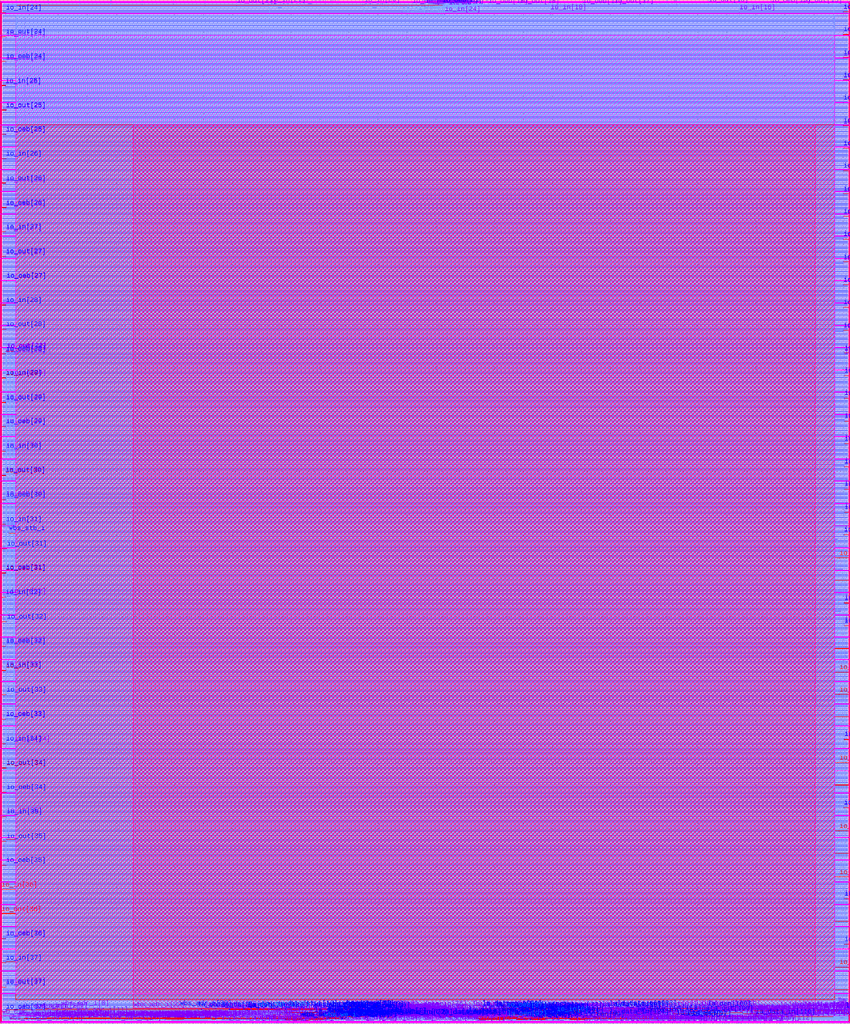
<source format=lef>
VERSION 5.7 ;
  NOWIREEXTENSIONATPIN ON ;
  DIVIDERCHAR "/" ;
  BUSBITCHARS "[]" ;
MACRO user_project_wrapper
  CLASS BLOCK ;
  FOREIGN user_project_wrapper ;
  ORIGIN 0.000 0.000 ;
  SIZE 2924.580 BY 3520.000 ;
  PIN io_in[0]
    DIRECTION INPUT ;
    PORT
      LAYER met1 ;
        RECT 2845.350 35.940 2845.670 36.000 ;
        RECT 2893.190 35.940 2893.510 36.000 ;
        RECT 2845.350 35.800 2893.510 35.940 ;
        RECT 2845.350 35.740 2845.670 35.800 ;
        RECT 2893.190 35.740 2893.510 35.800 ;
        RECT 2404.210 34.920 2404.530 34.980 ;
        RECT 2417.550 34.920 2417.870 34.980 ;
        RECT 2404.210 34.780 2417.870 34.920 ;
        RECT 2404.210 34.720 2404.530 34.780 ;
        RECT 2417.550 34.720 2417.870 34.780 ;
        RECT 2790.150 34.920 2790.470 34.980 ;
        RECT 2837.990 34.920 2838.310 34.980 ;
        RECT 2790.150 34.780 2838.310 34.920 ;
        RECT 2790.150 34.720 2790.470 34.780 ;
        RECT 2837.990 34.720 2838.310 34.780 ;
        RECT 2120.390 33.900 2120.710 33.960 ;
        RECT 2144.770 33.900 2145.090 33.960 ;
        RECT 2120.390 33.760 2145.090 33.900 ;
        RECT 2120.390 33.700 2120.710 33.760 ;
        RECT 2144.770 33.700 2145.090 33.760 ;
        RECT 2266.210 33.560 2266.530 33.620 ;
        RECT 2313.590 33.560 2313.910 33.620 ;
        RECT 2266.210 33.420 2313.910 33.560 ;
        RECT 2266.210 33.360 2266.530 33.420 ;
        RECT 2313.590 33.360 2313.910 33.420 ;
      LAYER via ;
        RECT 2845.380 35.740 2845.640 36.000 ;
        RECT 2893.220 35.740 2893.480 36.000 ;
        RECT 2404.240 34.720 2404.500 34.980 ;
        RECT 2417.580 34.720 2417.840 34.980 ;
        RECT 2790.180 34.720 2790.440 34.980 ;
        RECT 2838.020 34.720 2838.280 34.980 ;
        RECT 2120.420 33.700 2120.680 33.960 ;
        RECT 2144.800 33.700 2145.060 33.960 ;
        RECT 2266.240 33.360 2266.500 33.620 ;
        RECT 2313.620 33.360 2313.880 33.620 ;
      LAYER met2 ;
        RECT 1148.040 35.885 1148.180 54.000 ;
        RECT 2919.430 38.915 2919.710 39.285 ;
        RECT 1275.390 37.555 1275.670 37.925 ;
        RECT 2555.110 37.555 2555.390 37.925 ;
        RECT 1162.230 36.875 1162.510 37.245 ;
        RECT 1147.970 35.515 1148.250 35.885 ;
        RECT 1161.770 35.515 1162.050 35.885 ;
        RECT 1161.840 35.090 1161.980 35.515 ;
        RECT 1162.300 35.090 1162.440 36.875 ;
        RECT 1275.460 35.885 1275.600 37.555 ;
        RECT 2058.310 36.875 2058.590 37.245 ;
        RECT 2065.210 36.875 2065.490 37.245 ;
        RECT 2058.380 35.885 2058.520 36.875 ;
        RECT 1275.390 35.515 1275.670 35.885 ;
        RECT 1299.770 35.515 1300.050 35.885 ;
        RECT 2058.310 35.515 2058.590 35.885 ;
        RECT 1161.840 34.950 1162.440 35.090 ;
        RECT 1299.840 33.845 1299.980 35.515 ;
        RECT 2065.280 35.205 2065.420 36.875 ;
        RECT 2555.180 35.885 2555.320 37.555 ;
        RECT 2734.510 36.875 2734.790 37.245 ;
        RECT 2144.790 35.515 2145.070 35.885 ;
        RECT 2403.840 35.630 2404.440 35.770 ;
        RECT 1347.610 34.835 1347.890 35.205 ;
        RECT 1830.610 34.835 1830.890 35.205 ;
        RECT 1949.290 34.835 1949.570 35.205 ;
        RECT 2065.210 34.835 2065.490 35.205 ;
        RECT 2120.410 34.835 2120.690 35.205 ;
        RECT 1347.680 33.845 1347.820 34.835 ;
        RECT 1299.770 33.475 1300.050 33.845 ;
        RECT 1347.610 33.475 1347.890 33.845 ;
        RECT 1830.680 33.165 1830.820 34.835 ;
        RECT 1949.360 33.165 1949.500 34.835 ;
        RECT 2120.480 33.990 2120.620 34.835 ;
        RECT 2144.860 33.990 2145.000 35.515 ;
        RECT 2403.840 35.205 2403.980 35.630 ;
        RECT 2266.230 34.835 2266.510 35.205 ;
        RECT 2313.610 34.835 2313.890 35.205 ;
        RECT 2403.770 34.835 2404.050 35.205 ;
        RECT 2404.300 35.010 2404.440 35.630 ;
        RECT 2555.110 35.515 2555.390 35.885 ;
        RECT 2673.330 35.770 2673.610 35.885 ;
        RECT 2672.480 35.630 2673.610 35.770 ;
        RECT 2672.480 35.205 2672.620 35.630 ;
        RECT 2673.330 35.515 2673.610 35.630 ;
        RECT 2734.580 35.205 2734.720 36.875 ;
        RECT 2790.170 35.515 2790.450 35.885 ;
        RECT 2845.380 35.710 2845.640 36.030 ;
        RECT 2893.220 35.885 2893.480 36.030 ;
        RECT 2919.500 35.885 2919.640 38.915 ;
        RECT 2120.420 33.670 2120.680 33.990 ;
        RECT 2144.800 33.670 2145.060 33.990 ;
        RECT 2266.300 33.650 2266.440 34.835 ;
        RECT 2313.680 33.650 2313.820 34.835 ;
        RECT 2404.240 34.690 2404.500 35.010 ;
        RECT 2417.570 34.835 2417.850 35.205 ;
        RECT 2603.410 34.835 2603.690 35.205 ;
        RECT 2672.410 34.835 2672.690 35.205 ;
        RECT 2734.510 34.835 2734.790 35.205 ;
        RECT 2790.240 35.010 2790.380 35.515 ;
        RECT 2845.440 35.205 2845.580 35.710 ;
        RECT 2893.210 35.515 2893.490 35.885 ;
        RECT 2919.430 35.515 2919.710 35.885 ;
        RECT 2417.580 34.690 2417.840 34.835 ;
        RECT 2603.480 34.525 2603.620 34.835 ;
        RECT 2790.180 34.690 2790.440 35.010 ;
        RECT 2838.010 34.835 2838.290 35.205 ;
        RECT 2845.370 34.835 2845.650 35.205 ;
        RECT 2838.020 34.690 2838.280 34.835 ;
        RECT 2603.410 34.155 2603.690 34.525 ;
        RECT 2266.240 33.330 2266.500 33.650 ;
        RECT 2313.620 33.330 2313.880 33.650 ;
        RECT 1830.610 32.795 1830.890 33.165 ;
        RECT 1949.290 32.795 1949.570 33.165 ;
      LAYER via2 ;
        RECT 2919.430 38.960 2919.710 39.240 ;
        RECT 1275.390 37.600 1275.670 37.880 ;
        RECT 2555.110 37.600 2555.390 37.880 ;
        RECT 1162.230 36.920 1162.510 37.200 ;
        RECT 1147.970 35.560 1148.250 35.840 ;
        RECT 1161.770 35.560 1162.050 35.840 ;
        RECT 2058.310 36.920 2058.590 37.200 ;
        RECT 2065.210 36.920 2065.490 37.200 ;
        RECT 1275.390 35.560 1275.670 35.840 ;
        RECT 1299.770 35.560 1300.050 35.840 ;
        RECT 2058.310 35.560 2058.590 35.840 ;
        RECT 2734.510 36.920 2734.790 37.200 ;
        RECT 2144.790 35.560 2145.070 35.840 ;
        RECT 1347.610 34.880 1347.890 35.160 ;
        RECT 1830.610 34.880 1830.890 35.160 ;
        RECT 1949.290 34.880 1949.570 35.160 ;
        RECT 2065.210 34.880 2065.490 35.160 ;
        RECT 2120.410 34.880 2120.690 35.160 ;
        RECT 1299.770 33.520 1300.050 33.800 ;
        RECT 1347.610 33.520 1347.890 33.800 ;
        RECT 2266.230 34.880 2266.510 35.160 ;
        RECT 2313.610 34.880 2313.890 35.160 ;
        RECT 2403.770 34.880 2404.050 35.160 ;
        RECT 2555.110 35.560 2555.390 35.840 ;
        RECT 2673.330 35.560 2673.610 35.840 ;
        RECT 2790.170 35.560 2790.450 35.840 ;
        RECT 2417.570 34.880 2417.850 35.160 ;
        RECT 2603.410 34.880 2603.690 35.160 ;
        RECT 2672.410 34.880 2672.690 35.160 ;
        RECT 2734.510 34.880 2734.790 35.160 ;
        RECT 2893.210 35.560 2893.490 35.840 ;
        RECT 2919.430 35.560 2919.710 35.840 ;
        RECT 2838.010 34.880 2838.290 35.160 ;
        RECT 2845.370 34.880 2845.650 35.160 ;
        RECT 2603.410 34.200 2603.690 34.480 ;
        RECT 1830.610 32.840 1830.890 33.120 ;
        RECT 1949.290 32.840 1949.570 33.120 ;
      LAYER met3 ;
        RECT 2919.405 39.250 2919.735 39.265 ;
        RECT 2920.080 39.250 2922.480 39.400 ;
        RECT 2919.405 38.950 2922.480 39.250 ;
        RECT 2919.405 38.935 2919.735 38.950 ;
        RECT 2920.080 38.800 2922.480 38.950 ;
        RECT 1251.190 37.890 1251.570 37.900 ;
        RECT 1275.365 37.890 1275.695 37.905 ;
        RECT 1251.190 37.590 1275.695 37.890 ;
        RECT 1251.190 37.580 1251.570 37.590 ;
        RECT 1275.365 37.575 1275.695 37.590 ;
        RECT 2506.990 37.890 2507.370 37.900 ;
        RECT 2555.085 37.890 2555.415 37.905 ;
        RECT 2506.990 37.590 2555.415 37.890 ;
        RECT 2506.990 37.580 2507.370 37.590 ;
        RECT 2555.085 37.575 2555.415 37.590 ;
        RECT 1162.205 37.210 1162.535 37.225 ;
        RECT 1968.790 37.210 1969.170 37.220 ;
        RECT 2058.285 37.210 2058.615 37.225 ;
        RECT 2065.185 37.210 2065.515 37.225 ;
        RECT 1162.205 36.910 1210.130 37.210 ;
        RECT 1162.205 36.895 1162.535 36.910 ;
        RECT 1209.830 36.530 1210.130 36.910 ;
        RECT 1968.790 36.910 2016.050 37.210 ;
        RECT 1968.790 36.900 1969.170 36.910 ;
        RECT 1251.190 36.530 1251.570 36.540 ;
        RECT 1209.830 36.230 1251.570 36.530 ;
        RECT 1251.190 36.220 1251.570 36.230 ;
        RECT 1540.990 36.530 1541.370 36.540 ;
        RECT 1540.990 36.230 1589.170 36.530 ;
        RECT 1540.990 36.220 1541.370 36.230 ;
        RECT 1147.945 35.850 1148.275 35.865 ;
        RECT 1161.745 35.850 1162.075 35.865 ;
        RECT 1147.945 35.550 1162.075 35.850 ;
        RECT 1147.945 35.535 1148.275 35.550 ;
        RECT 1161.745 35.535 1162.075 35.550 ;
        RECT 1275.365 35.850 1275.695 35.865 ;
        RECT 1299.745 35.850 1300.075 35.865 ;
        RECT 1464.630 35.850 1465.010 35.860 ;
        RECT 1275.365 35.550 1300.075 35.850 ;
        RECT 1275.365 35.535 1275.695 35.550 ;
        RECT 1299.745 35.535 1300.075 35.550 ;
        RECT 1444.430 35.550 1465.010 35.850 ;
        RECT 1347.585 35.170 1347.915 35.185 ;
        RECT 1444.430 35.170 1444.730 35.550 ;
        RECT 1464.630 35.540 1465.010 35.550 ;
        RECT 1465.550 35.850 1465.930 35.860 ;
        RECT 1499.590 35.850 1499.970 35.860 ;
        RECT 1465.550 35.550 1499.970 35.850 ;
        RECT 1465.550 35.540 1465.930 35.550 ;
        RECT 1499.590 35.540 1499.970 35.550 ;
        RECT 1347.585 34.870 1444.730 35.170 ;
        RECT 1588.870 35.170 1589.170 36.230 ;
        RECT 1596.230 36.230 1644.600 36.530 ;
        RECT 1596.230 35.170 1596.530 36.230 ;
        RECT 1588.870 34.870 1596.530 35.170 ;
        RECT 1644.300 35.170 1644.600 36.230 ;
        RECT 1830.830 36.230 1878.970 36.530 ;
        RECT 1830.830 35.185 1831.130 36.230 ;
        RECT 1878.670 35.860 1878.970 36.230 ;
        RECT 1878.630 35.540 1879.010 35.860 ;
        RECT 2015.750 35.850 2016.050 36.910 ;
        RECT 2058.285 36.910 2065.515 37.210 ;
        RECT 2058.285 36.895 2058.615 36.910 ;
        RECT 2065.185 36.895 2065.515 36.910 ;
        RECT 2686.390 37.210 2686.770 37.220 ;
        RECT 2734.485 37.210 2734.815 37.225 ;
        RECT 2686.390 36.910 2734.815 37.210 ;
        RECT 2686.390 36.900 2686.770 36.910 ;
        RECT 2734.485 36.895 2734.815 36.910 ;
        RECT 2506.990 36.530 2507.370 36.540 ;
        RECT 2479.430 36.230 2507.370 36.530 ;
        RECT 2058.285 35.850 2058.615 35.865 ;
        RECT 2015.750 35.550 2058.615 35.850 ;
        RECT 2058.285 35.535 2058.615 35.550 ;
        RECT 2144.765 35.850 2145.095 35.865 ;
        RECT 2217.190 35.850 2217.570 35.860 ;
        RECT 2144.765 35.550 2217.570 35.850 ;
        RECT 2144.765 35.535 2145.095 35.550 ;
        RECT 2217.190 35.540 2217.570 35.550 ;
        RECT 1733.270 35.170 1733.650 35.180 ;
        RECT 1644.300 34.870 1733.650 35.170 ;
        RECT 1347.585 34.855 1347.915 34.870 ;
        RECT 1733.270 34.860 1733.650 34.870 ;
        RECT 1734.190 35.170 1734.570 35.180 ;
        RECT 1830.585 35.170 1831.130 35.185 ;
        RECT 1734.190 34.870 1782.370 35.170 ;
        RECT 1830.180 34.870 1831.130 35.170 ;
        RECT 1949.265 35.170 1949.595 35.185 ;
        RECT 1968.790 35.170 1969.170 35.180 ;
        RECT 1949.265 34.870 1969.170 35.170 ;
        RECT 1734.190 34.860 1734.570 34.870 ;
        RECT 1500.510 34.490 1500.890 34.500 ;
        RECT 1540.990 34.490 1541.370 34.500 ;
        RECT 1500.510 34.190 1541.370 34.490 ;
        RECT 1782.070 34.490 1782.370 34.870 ;
        RECT 1830.585 34.855 1830.915 34.870 ;
        RECT 1949.265 34.855 1949.595 34.870 ;
        RECT 1968.790 34.860 1969.170 34.870 ;
        RECT 2065.185 35.170 2065.515 35.185 ;
        RECT 2120.385 35.170 2120.715 35.185 ;
        RECT 2266.205 35.170 2266.535 35.185 ;
        RECT 2065.185 34.870 2120.715 35.170 ;
        RECT 2065.185 34.855 2065.515 34.870 ;
        RECT 2120.385 34.855 2120.715 34.870 ;
        RECT 2265.070 34.870 2266.535 35.170 ;
        RECT 1879.550 34.490 1879.930 34.500 ;
        RECT 1913.590 34.490 1913.970 34.500 ;
        RECT 1782.070 34.190 1783.290 34.490 ;
        RECT 1500.510 34.180 1500.890 34.190 ;
        RECT 1540.990 34.180 1541.370 34.190 ;
        RECT 1299.745 33.810 1300.075 33.825 ;
        RECT 1347.585 33.810 1347.915 33.825 ;
        RECT 1299.745 33.510 1347.915 33.810 ;
        RECT 1299.745 33.495 1300.075 33.510 ;
        RECT 1347.585 33.495 1347.915 33.510 ;
        RECT 1733.270 33.810 1733.650 33.820 ;
        RECT 1734.190 33.810 1734.570 33.820 ;
        RECT 1733.270 33.510 1734.570 33.810 ;
        RECT 1733.270 33.500 1733.650 33.510 ;
        RECT 1734.190 33.500 1734.570 33.510 ;
        RECT 1782.990 33.130 1783.290 34.190 ;
        RECT 1879.550 34.190 1913.970 34.490 ;
        RECT 1879.550 34.180 1879.930 34.190 ;
        RECT 1913.590 34.180 1913.970 34.190 ;
        RECT 2217.190 34.490 2217.570 34.500 ;
        RECT 2265.070 34.490 2265.370 34.870 ;
        RECT 2266.205 34.855 2266.535 34.870 ;
        RECT 2313.585 35.170 2313.915 35.185 ;
        RECT 2403.745 35.170 2404.075 35.185 ;
        RECT 2313.585 34.870 2404.075 35.170 ;
        RECT 2313.585 34.855 2313.915 34.870 ;
        RECT 2403.745 34.855 2404.075 34.870 ;
        RECT 2417.545 35.170 2417.875 35.185 ;
        RECT 2479.430 35.170 2479.730 36.230 ;
        RECT 2506.990 36.220 2507.370 36.230 ;
        RECT 2555.085 35.850 2555.415 35.865 ;
        RECT 2673.305 35.850 2673.635 35.865 ;
        RECT 2686.390 35.850 2686.770 35.860 ;
        RECT 2790.145 35.850 2790.475 35.865 ;
        RECT 2555.085 35.550 2556.090 35.850 ;
        RECT 2555.085 35.535 2555.415 35.550 ;
        RECT 2417.545 34.870 2479.730 35.170 ;
        RECT 2417.545 34.855 2417.875 34.870 ;
        RECT 2217.190 34.190 2265.370 34.490 ;
        RECT 2555.790 34.490 2556.090 35.550 ;
        RECT 2673.305 35.550 2686.770 35.850 ;
        RECT 2673.305 35.535 2673.635 35.550 ;
        RECT 2686.390 35.540 2686.770 35.550 ;
        RECT 2768.310 35.550 2790.475 35.850 ;
        RECT 2603.385 35.170 2603.715 35.185 ;
        RECT 2672.385 35.170 2672.715 35.185 ;
        RECT 2603.385 34.870 2672.715 35.170 ;
        RECT 2603.385 34.855 2603.715 34.870 ;
        RECT 2672.385 34.855 2672.715 34.870 ;
        RECT 2734.485 35.170 2734.815 35.185 ;
        RECT 2768.310 35.170 2768.610 35.550 ;
        RECT 2790.145 35.535 2790.475 35.550 ;
        RECT 2893.185 35.850 2893.515 35.865 ;
        RECT 2919.405 35.850 2919.735 35.865 ;
        RECT 2893.185 35.550 2919.735 35.850 ;
        RECT 2893.185 35.535 2893.515 35.550 ;
        RECT 2919.405 35.535 2919.735 35.550 ;
        RECT 2734.485 34.870 2768.610 35.170 ;
        RECT 2837.985 35.170 2838.315 35.185 ;
        RECT 2845.345 35.170 2845.675 35.185 ;
        RECT 2837.985 34.870 2845.675 35.170 ;
        RECT 2734.485 34.855 2734.815 34.870 ;
        RECT 2837.985 34.855 2838.315 34.870 ;
        RECT 2845.345 34.855 2845.675 34.870 ;
        RECT 2603.385 34.490 2603.715 34.505 ;
        RECT 2555.790 34.190 2603.715 34.490 ;
        RECT 2217.190 34.180 2217.570 34.190 ;
        RECT 2603.385 34.175 2603.715 34.190 ;
        RECT 1830.585 33.130 1830.915 33.145 ;
        RECT 1782.990 32.830 1830.915 33.130 ;
        RECT 1830.585 32.815 1830.915 32.830 ;
        RECT 1913.590 33.130 1913.970 33.140 ;
        RECT 1949.265 33.130 1949.595 33.145 ;
        RECT 1913.590 32.830 1949.595 33.130 ;
        RECT 1913.590 32.820 1913.970 32.830 ;
        RECT 1949.265 32.815 1949.595 32.830 ;
      LAYER via3 ;
        RECT 1251.220 37.580 1251.540 37.900 ;
        RECT 2507.020 37.580 2507.340 37.900 ;
        RECT 1968.820 36.900 1969.140 37.220 ;
        RECT 1251.220 36.220 1251.540 36.540 ;
        RECT 1541.020 36.220 1541.340 36.540 ;
        RECT 1464.660 35.540 1464.980 35.860 ;
        RECT 1465.580 35.540 1465.900 35.860 ;
        RECT 1499.620 35.540 1499.940 35.860 ;
        RECT 1878.660 35.540 1878.980 35.860 ;
        RECT 2686.420 36.900 2686.740 37.220 ;
        RECT 2217.220 35.540 2217.540 35.860 ;
        RECT 1733.300 34.860 1733.620 35.180 ;
        RECT 1734.220 34.860 1734.540 35.180 ;
        RECT 1500.540 34.180 1500.860 34.500 ;
        RECT 1541.020 34.180 1541.340 34.500 ;
        RECT 1968.820 34.860 1969.140 35.180 ;
        RECT 1733.300 33.500 1733.620 33.820 ;
        RECT 1734.220 33.500 1734.540 33.820 ;
        RECT 1879.580 34.180 1879.900 34.500 ;
        RECT 1913.620 34.180 1913.940 34.500 ;
        RECT 2217.220 34.180 2217.540 34.500 ;
        RECT 2507.020 36.220 2507.340 36.540 ;
        RECT 2686.420 35.540 2686.740 35.860 ;
        RECT 1913.620 32.820 1913.940 33.140 ;
      LAYER met4 ;
        RECT 1251.215 37.575 1251.545 37.905 ;
        RECT 2507.015 37.575 2507.345 37.905 ;
        RECT 1251.230 36.545 1251.530 37.575 ;
        RECT 1968.815 36.895 1969.145 37.225 ;
        RECT 1251.215 36.215 1251.545 36.545 ;
        RECT 1541.015 36.215 1541.345 36.545 ;
        RECT 1464.655 35.850 1464.985 35.865 ;
        RECT 1465.575 35.850 1465.905 35.865 ;
        RECT 1464.655 35.550 1465.905 35.850 ;
        RECT 1464.655 35.535 1464.985 35.550 ;
        RECT 1465.575 35.535 1465.905 35.550 ;
        RECT 1499.615 35.850 1499.945 35.865 ;
        RECT 1499.615 35.550 1500.850 35.850 ;
        RECT 1499.615 35.535 1499.945 35.550 ;
        RECT 1500.550 34.505 1500.850 35.550 ;
        RECT 1541.030 34.505 1541.330 36.215 ;
        RECT 1878.655 35.850 1878.985 35.865 ;
        RECT 1878.655 35.550 1879.890 35.850 ;
        RECT 1878.655 35.535 1878.985 35.550 ;
        RECT 1733.295 34.855 1733.625 35.185 ;
        RECT 1734.215 34.855 1734.545 35.185 ;
        RECT 1500.535 34.175 1500.865 34.505 ;
        RECT 1541.015 34.175 1541.345 34.505 ;
        RECT 1733.310 33.825 1733.610 34.855 ;
        RECT 1734.230 33.825 1734.530 34.855 ;
        RECT 1879.590 34.505 1879.890 35.550 ;
        RECT 1968.830 35.185 1969.130 36.895 ;
        RECT 2507.030 36.545 2507.330 37.575 ;
        RECT 2686.415 36.895 2686.745 37.225 ;
        RECT 2507.015 36.215 2507.345 36.545 ;
        RECT 2686.430 35.865 2686.730 36.895 ;
        RECT 2217.215 35.535 2217.545 35.865 ;
        RECT 2686.415 35.535 2686.745 35.865 ;
        RECT 1968.815 34.855 1969.145 35.185 ;
        RECT 2217.230 34.505 2217.530 35.535 ;
        RECT 1879.575 34.175 1879.905 34.505 ;
        RECT 1913.615 34.175 1913.945 34.505 ;
        RECT 2217.215 34.175 2217.545 34.505 ;
        RECT 1733.295 33.495 1733.625 33.825 ;
        RECT 1734.215 33.495 1734.545 33.825 ;
        RECT 1913.630 33.145 1913.930 34.175 ;
        RECT 1913.615 32.815 1913.945 33.145 ;
    END
  END io_in[0]
  PIN io_in[10]
    DIRECTION INPUT ;
    PORT
      LAYER met1 ;
        RECT 2900.550 2380.580 2900.870 2380.640 ;
        RECT 2870.580 2380.440 2900.870 2380.580 ;
        RECT 2900.550 2380.380 2900.870 2380.440 ;
      LAYER via ;
        RECT 2900.580 2380.380 2900.840 2380.640 ;
      LAYER met2 ;
        RECT 2900.570 2384.915 2900.850 2385.285 ;
        RECT 2900.640 2380.670 2900.780 2384.915 ;
        RECT 2900.580 2380.350 2900.840 2380.670 ;
      LAYER via2 ;
        RECT 2900.570 2384.960 2900.850 2385.240 ;
      LAYER met3 ;
        RECT 2900.545 2385.250 2900.875 2385.265 ;
        RECT 2920.080 2385.250 2922.480 2385.400 ;
        RECT 2900.545 2384.950 2922.480 2385.250 ;
        RECT 2900.545 2384.935 2900.875 2384.950 ;
        RECT 2920.080 2384.800 2922.480 2384.950 ;
    END
  END io_in[10]
  PIN io_in[11]
    DIRECTION INPUT ;
    PORT
      LAYER met1 ;
        RECT 2900.550 2615.180 2900.870 2615.240 ;
        RECT 2870.580 2615.040 2900.870 2615.180 ;
        RECT 2900.550 2614.980 2900.870 2615.040 ;
      LAYER via ;
        RECT 2900.580 2614.980 2900.840 2615.240 ;
      LAYER met2 ;
        RECT 2900.570 2619.515 2900.850 2619.885 ;
        RECT 2900.640 2615.270 2900.780 2619.515 ;
        RECT 2900.580 2614.950 2900.840 2615.270 ;
      LAYER via2 ;
        RECT 2900.570 2619.560 2900.850 2619.840 ;
      LAYER met3 ;
        RECT 2900.545 2619.850 2900.875 2619.865 ;
        RECT 2920.080 2619.850 2922.480 2620.000 ;
        RECT 2900.545 2619.550 2922.480 2619.850 ;
        RECT 2900.545 2619.535 2900.875 2619.550 ;
        RECT 2920.080 2619.400 2922.480 2619.550 ;
    END
  END io_in[11]
  PIN io_in[12]
    DIRECTION INPUT ;
    PORT
      LAYER met1 ;
        RECT 2900.550 2849.780 2900.870 2849.840 ;
        RECT 2870.580 2849.640 2900.870 2849.780 ;
        RECT 2900.550 2849.580 2900.870 2849.640 ;
      LAYER via ;
        RECT 2900.580 2849.580 2900.840 2849.840 ;
      LAYER met2 ;
        RECT 2900.570 2854.115 2900.850 2854.485 ;
        RECT 2900.640 2849.870 2900.780 2854.115 ;
        RECT 2900.580 2849.550 2900.840 2849.870 ;
      LAYER via2 ;
        RECT 2900.570 2854.160 2900.850 2854.440 ;
      LAYER met3 ;
        RECT 2900.545 2854.450 2900.875 2854.465 ;
        RECT 2920.080 2854.450 2922.480 2854.600 ;
        RECT 2900.545 2854.150 2922.480 2854.450 ;
        RECT 2900.545 2854.135 2900.875 2854.150 ;
        RECT 2920.080 2854.000 2922.480 2854.150 ;
    END
  END io_in[12]
  PIN io_in[13]
    DIRECTION INPUT ;
    PORT
      LAYER met1 ;
        RECT 2900.550 3085.060 2900.870 3085.120 ;
        RECT 2870.580 3084.920 2900.870 3085.060 ;
        RECT 2900.550 3084.860 2900.870 3084.920 ;
      LAYER via ;
        RECT 2900.580 3084.860 2900.840 3085.120 ;
      LAYER met2 ;
        RECT 2900.570 3088.715 2900.850 3089.085 ;
        RECT 2900.640 3085.150 2900.780 3088.715 ;
        RECT 2900.580 3084.830 2900.840 3085.150 ;
      LAYER via2 ;
        RECT 2900.570 3088.760 2900.850 3089.040 ;
      LAYER met3 ;
        RECT 2900.545 3089.050 2900.875 3089.065 ;
        RECT 2920.080 3089.050 2922.480 3089.200 ;
        RECT 2900.545 3088.750 2922.480 3089.050 ;
        RECT 2900.545 3088.735 2900.875 3088.750 ;
        RECT 2920.080 3088.600 2922.480 3088.750 ;
    END
  END io_in[13]
  PIN io_in[14]
    DIRECTION INPUT ;
    PORT
      LAYER met1 ;
        RECT 2900.550 3318.980 2900.870 3319.040 ;
        RECT 2870.580 3318.840 2900.870 3318.980 ;
        RECT 2900.550 3318.780 2900.870 3318.840 ;
      LAYER via ;
        RECT 2900.580 3318.780 2900.840 3319.040 ;
      LAYER met2 ;
        RECT 2900.570 3323.315 2900.850 3323.685 ;
        RECT 2900.640 3319.070 2900.780 3323.315 ;
        RECT 2900.580 3318.750 2900.840 3319.070 ;
      LAYER via2 ;
        RECT 2900.570 3323.360 2900.850 3323.640 ;
      LAYER met3 ;
        RECT 2900.545 3323.650 2900.875 3323.665 ;
        RECT 2920.080 3323.650 2922.480 3323.800 ;
        RECT 2900.545 3323.350 2922.480 3323.650 ;
        RECT 2900.545 3323.335 2900.875 3323.350 ;
        RECT 2920.080 3323.200 2922.480 3323.350 ;
    END
  END io_in[14]
  PIN io_in[15]
    DIRECTION INPUT ;
    PORT
      LAYER met2 ;
        RECT 2867.910 3517.600 2868.190 3520.000 ;
        RECT 2867.980 3517.370 2868.120 3517.600 ;
        RECT 2867.060 3517.230 2868.120 3517.370 ;
        RECT 2867.060 3466.000 2867.200 3517.230 ;
    END
  END io_in[15]
  PIN io_in[16]
    DIRECTION INPUT ;
    PORT
      LAYER li1 ;
        RECT 2542.285 3466.000 2542.455 3477.435 ;
      LAYER mcon ;
        RECT 2542.285 3477.265 2542.455 3477.435 ;
      LAYER met1 ;
        RECT 2542.210 3477.420 2542.530 3477.480 ;
        RECT 2542.015 3477.280 2542.530 3477.420 ;
        RECT 2542.210 3477.220 2542.530 3477.280 ;
      LAYER via ;
        RECT 2542.240 3477.220 2542.500 3477.480 ;
      LAYER met2 ;
        RECT 2543.610 3517.600 2543.890 3520.000 ;
        RECT 2543.680 3511.930 2543.820 3517.600 ;
        RECT 2542.300 3511.790 2543.820 3511.930 ;
        RECT 2542.300 3477.510 2542.440 3511.790 ;
        RECT 2542.240 3477.190 2542.500 3477.510 ;
    END
  END io_in[16]
  PIN io_in[17]
    DIRECTION INPUT ;
    PORT
      LAYER met2 ;
        RECT 2219.310 3517.600 2219.590 3520.000 ;
        RECT 2219.380 3517.370 2219.520 3517.600 ;
        RECT 2218.460 3517.230 2219.520 3517.370 ;
        RECT 2218.460 3466.000 2218.600 3517.230 ;
    END
  END io_in[17]
  PIN io_in[18]
    DIRECTION INPUT ;
    PORT
      LAYER li1 ;
        RECT 1893.685 3466.000 1893.855 3477.435 ;
      LAYER mcon ;
        RECT 1893.685 3477.265 1893.855 3477.435 ;
      LAYER met1 ;
        RECT 1893.610 3477.420 1893.930 3477.480 ;
        RECT 1893.415 3477.280 1893.930 3477.420 ;
        RECT 1893.610 3477.220 1893.930 3477.280 ;
      LAYER via ;
        RECT 1893.640 3477.220 1893.900 3477.480 ;
      LAYER met2 ;
        RECT 1894.550 3517.600 1894.830 3520.000 ;
        RECT 1894.620 3511.930 1894.760 3517.600 ;
        RECT 1893.700 3511.790 1894.760 3511.930 ;
        RECT 1893.700 3477.510 1893.840 3511.790 ;
        RECT 1893.640 3477.190 1893.900 3477.510 ;
    END
  END io_in[18]
  PIN io_in[19]
    DIRECTION INPUT ;
    PORT
      LAYER met2 ;
        RECT 1570.250 3517.600 1570.530 3520.000 ;
        RECT 1570.320 3517.370 1570.460 3517.600 ;
        RECT 1569.860 3517.230 1570.460 3517.370 ;
        RECT 1569.860 3466.000 1570.000 3517.230 ;
    END
  END io_in[19]
  PIN io_in[1]
    DIRECTION INPUT ;
    PORT
      LAYER met1 ;
        RECT 2903.770 2291.160 2904.090 2291.220 ;
        RECT 2870.580 2291.020 2904.090 2291.160 ;
        RECT 2903.770 2290.960 2904.090 2291.020 ;
      LAYER via ;
        RECT 2903.800 2290.960 2904.060 2291.220 ;
      LAYER met2 ;
        RECT 2903.800 2290.930 2904.060 2291.250 ;
        RECT 2903.860 273.885 2904.000 2290.930 ;
        RECT 2903.790 273.515 2904.070 273.885 ;
      LAYER via2 ;
        RECT 2903.790 273.560 2904.070 273.840 ;
      LAYER met3 ;
        RECT 2903.765 273.850 2904.095 273.865 ;
        RECT 2920.080 273.850 2922.480 274.000 ;
        RECT 2903.765 273.550 2922.480 273.850 ;
        RECT 2903.765 273.535 2904.095 273.550 ;
        RECT 2920.080 273.400 2922.480 273.550 ;
    END
  END io_in[1]
  PIN io_in[20]
    DIRECTION INPUT ;
    PORT
      LAYER met1 ;
        RECT 1245.930 3504.620 1246.250 3504.680 ;
        RECT 1250.990 3504.620 1251.310 3504.680 ;
        RECT 1245.930 3504.480 1251.310 3504.620 ;
        RECT 1245.930 3504.420 1246.250 3504.480 ;
        RECT 1250.990 3504.420 1251.310 3504.480 ;
      LAYER via ;
        RECT 1245.960 3504.420 1246.220 3504.680 ;
        RECT 1251.020 3504.420 1251.280 3504.680 ;
      LAYER met2 ;
        RECT 1245.950 3517.600 1246.230 3520.000 ;
        RECT 1246.020 3504.710 1246.160 3517.600 ;
        RECT 1245.960 3504.390 1246.220 3504.710 ;
        RECT 1251.020 3504.390 1251.280 3504.710 ;
        RECT 1251.080 3466.000 1251.220 3504.390 ;
    END
  END io_in[20]
  PIN io_in[21]
    DIRECTION INPUT ;
    PORT
      LAYER met1 ;
        RECT 921.170 3504.280 921.490 3504.340 ;
        RECT 926.690 3504.280 927.010 3504.340 ;
        RECT 921.170 3504.140 927.010 3504.280 ;
        RECT 921.170 3504.080 921.490 3504.140 ;
        RECT 926.690 3504.080 927.010 3504.140 ;
      LAYER via ;
        RECT 921.200 3504.080 921.460 3504.340 ;
        RECT 926.720 3504.080 926.980 3504.340 ;
      LAYER met2 ;
        RECT 921.190 3517.600 921.470 3520.000 ;
        RECT 921.260 3504.370 921.400 3517.600 ;
        RECT 921.200 3504.050 921.460 3504.370 ;
        RECT 926.720 3504.050 926.980 3504.370 ;
        RECT 926.780 3466.000 926.920 3504.050 ;
    END
  END io_in[21]
  PIN io_in[22]
    DIRECTION INPUT ;
    PORT
      LAYER li1 ;
        RECT 1461.745 3504.805 1462.835 3504.975 ;
      LAYER mcon ;
        RECT 1462.665 3504.805 1462.835 3504.975 ;
      LAYER met1 ;
        RECT 596.870 3504.960 597.190 3505.020 ;
        RECT 1461.685 3504.960 1461.975 3505.005 ;
        RECT 596.870 3504.820 1461.975 3504.960 ;
        RECT 596.870 3504.760 597.190 3504.820 ;
        RECT 1461.685 3504.775 1461.975 3504.820 ;
        RECT 1462.605 3504.960 1462.895 3505.005 ;
        RECT 1499.850 3504.960 1500.170 3505.020 ;
        RECT 1462.605 3504.820 1500.170 3504.960 ;
        RECT 1462.605 3504.775 1462.895 3504.820 ;
        RECT 1499.850 3504.760 1500.170 3504.820 ;
      LAYER via ;
        RECT 596.900 3504.760 597.160 3505.020 ;
        RECT 1499.880 3504.760 1500.140 3505.020 ;
      LAYER met2 ;
        RECT 596.890 3517.600 597.170 3520.000 ;
        RECT 596.960 3505.050 597.100 3517.600 ;
        RECT 596.900 3504.730 597.160 3505.050 ;
        RECT 1499.880 3504.730 1500.140 3505.050 ;
        RECT 1499.940 3466.000 1500.080 3504.730 ;
    END
  END io_in[22]
  PIN io_in[23]
    DIRECTION INPUT ;
    PORT
      LAYER met1 ;
        RECT 272.570 3502.580 272.890 3502.640 ;
        RECT 1513.650 3502.580 1513.970 3502.640 ;
        RECT 272.570 3502.440 1513.970 3502.580 ;
        RECT 272.570 3502.380 272.890 3502.440 ;
        RECT 1513.650 3502.380 1513.970 3502.440 ;
      LAYER via ;
        RECT 272.600 3502.380 272.860 3502.640 ;
        RECT 1513.680 3502.380 1513.940 3502.640 ;
      LAYER met2 ;
        RECT 272.590 3517.600 272.870 3520.000 ;
        RECT 272.660 3502.670 272.800 3517.600 ;
        RECT 272.600 3502.350 272.860 3502.670 ;
        RECT 1513.680 3502.350 1513.940 3502.670 ;
        RECT 1513.740 3466.000 1513.880 3502.350 ;
    END
  END io_in[23]
  PIN io_in[24]
    DIRECTION INPUT ;
    PORT
      LAYER met1 ;
        RECT 18.650 3471.300 18.970 3471.360 ;
        RECT 1527.910 3471.300 1528.230 3471.360 ;
        RECT 18.650 3471.160 1528.230 3471.300 ;
        RECT 18.650 3471.100 18.970 3471.160 ;
        RECT 1527.910 3471.100 1528.230 3471.160 ;
      LAYER via ;
        RECT 18.680 3471.100 18.940 3471.360 ;
        RECT 1527.940 3471.100 1528.200 3471.360 ;
      LAYER met2 ;
        RECT 18.670 3476.995 18.950 3477.365 ;
        RECT 18.740 3471.390 18.880 3476.995 ;
        RECT 18.680 3471.070 18.940 3471.390 ;
        RECT 1527.940 3471.070 1528.200 3471.390 ;
        RECT 1528.000 3466.000 1528.140 3471.070 ;
      LAYER via2 ;
        RECT 18.670 3477.040 18.950 3477.320 ;
      LAYER met3 ;
        RECT 2.480 3477.330 4.880 3477.480 ;
        RECT 18.645 3477.330 18.975 3477.345 ;
        RECT 2.480 3477.030 18.975 3477.330 ;
        RECT 2.480 3476.880 4.880 3477.030 ;
        RECT 18.645 3477.015 18.975 3477.030 ;
    END
  END io_in[24]
  PIN io_in[25]
    DIRECTION INPUT ;
    PORT
      LAYER met1 ;
        RECT 17.730 3222.420 18.050 3222.480 ;
        RECT 17.730 3222.280 54.000 3222.420 ;
        RECT 17.730 3222.220 18.050 3222.280 ;
      LAYER via ;
        RECT 17.760 3222.220 18.020 3222.480 ;
      LAYER met2 ;
        RECT 17.750 3226.075 18.030 3226.445 ;
        RECT 17.820 3222.510 17.960 3226.075 ;
        RECT 17.760 3222.190 18.020 3222.510 ;
      LAYER via2 ;
        RECT 17.750 3226.120 18.030 3226.400 ;
      LAYER met3 ;
        RECT 2.480 3226.410 4.880 3226.560 ;
        RECT 17.725 3226.410 18.055 3226.425 ;
        RECT 2.480 3226.110 18.055 3226.410 ;
        RECT 2.480 3225.960 4.880 3226.110 ;
        RECT 17.725 3226.095 18.055 3226.110 ;
    END
  END io_in[25]
  PIN io_in[26]
    DIRECTION INPUT ;
    PORT
      LAYER met1 ;
        RECT 19.570 2974.220 19.890 2974.280 ;
        RECT 19.570 2974.080 54.000 2974.220 ;
        RECT 19.570 2974.020 19.890 2974.080 ;
      LAYER via ;
        RECT 19.600 2974.020 19.860 2974.280 ;
      LAYER met2 ;
        RECT 19.590 2974.475 19.870 2974.845 ;
        RECT 19.660 2974.310 19.800 2974.475 ;
        RECT 19.600 2973.990 19.860 2974.310 ;
      LAYER via2 ;
        RECT 19.590 2974.520 19.870 2974.800 ;
      LAYER met3 ;
        RECT 2.480 2974.810 4.880 2974.960 ;
        RECT 19.565 2974.810 19.895 2974.825 ;
        RECT 2.480 2974.510 19.895 2974.810 ;
        RECT 2.480 2974.360 4.880 2974.510 ;
        RECT 19.565 2974.495 19.895 2974.510 ;
    END
  END io_in[26]
  PIN io_in[27]
    DIRECTION INPUT ;
    PORT
      LAYER met1 ;
        RECT 18.190 2718.880 18.510 2718.940 ;
        RECT 18.190 2718.740 54.000 2718.880 ;
        RECT 18.190 2718.680 18.510 2718.740 ;
      LAYER via ;
        RECT 18.220 2718.680 18.480 2718.940 ;
      LAYER met2 ;
        RECT 18.210 2722.875 18.490 2723.245 ;
        RECT 18.280 2718.970 18.420 2722.875 ;
        RECT 18.220 2718.650 18.480 2718.970 ;
      LAYER via2 ;
        RECT 18.210 2722.920 18.490 2723.200 ;
      LAYER met3 ;
        RECT 2.480 2723.210 4.880 2723.360 ;
        RECT 18.185 2723.210 18.515 2723.225 ;
        RECT 2.480 2722.910 18.515 2723.210 ;
        RECT 2.480 2722.760 4.880 2722.910 ;
        RECT 18.185 2722.895 18.515 2722.910 ;
    END
  END io_in[27]
  PIN io_in[28]
    DIRECTION INPUT ;
    PORT
      LAYER met1 ;
        RECT 18.650 2470.340 18.970 2470.400 ;
        RECT 18.650 2470.200 54.000 2470.340 ;
        RECT 18.650 2470.140 18.970 2470.200 ;
      LAYER via ;
        RECT 18.680 2470.140 18.940 2470.400 ;
      LAYER met2 ;
        RECT 18.670 2471.275 18.950 2471.645 ;
        RECT 18.740 2470.430 18.880 2471.275 ;
        RECT 18.680 2470.110 18.940 2470.430 ;
      LAYER via2 ;
        RECT 18.670 2471.320 18.950 2471.600 ;
      LAYER met3 ;
        RECT 2.480 2471.610 4.880 2471.760 ;
        RECT 18.645 2471.610 18.975 2471.625 ;
        RECT 2.480 2471.310 18.975 2471.610 ;
        RECT 2.480 2471.160 4.880 2471.310 ;
        RECT 18.645 2471.295 18.975 2471.310 ;
    END
  END io_in[28]
  PIN io_in[29]
    DIRECTION INPUT ;
    PORT
      LAYER met1 ;
        RECT 33.830 2305.100 34.150 2305.160 ;
        RECT 33.830 2304.960 54.000 2305.100 ;
        RECT 33.830 2304.900 34.150 2304.960 ;
        RECT 18.190 2220.780 18.510 2220.840 ;
        RECT 33.830 2220.780 34.150 2220.840 ;
        RECT 18.190 2220.640 34.150 2220.780 ;
        RECT 18.190 2220.580 18.510 2220.640 ;
        RECT 33.830 2220.580 34.150 2220.640 ;
      LAYER via ;
        RECT 33.860 2304.900 34.120 2305.160 ;
        RECT 18.220 2220.580 18.480 2220.840 ;
        RECT 33.860 2220.580 34.120 2220.840 ;
      LAYER met2 ;
        RECT 33.860 2304.870 34.120 2305.190 ;
        RECT 33.920 2220.870 34.060 2304.870 ;
        RECT 18.220 2220.725 18.480 2220.870 ;
        RECT 18.210 2220.355 18.490 2220.725 ;
        RECT 33.860 2220.550 34.120 2220.870 ;
      LAYER via2 ;
        RECT 18.210 2220.400 18.490 2220.680 ;
      LAYER met3 ;
        RECT 2.480 2220.690 4.880 2220.840 ;
        RECT 18.185 2220.690 18.515 2220.705 ;
        RECT 2.480 2220.390 18.515 2220.690 ;
        RECT 2.480 2220.240 4.880 2220.390 ;
        RECT 18.185 2220.375 18.515 2220.390 ;
    END
  END io_in[29]
  PIN io_in[2]
    DIRECTION INPUT ;
    PORT
      LAYER met3 ;
        RECT 2920.080 508.450 2922.480 508.600 ;
        RECT 2919.190 508.150 2922.480 508.450 ;
        RECT 2919.190 505.050 2919.490 508.150 ;
        RECT 2920.080 508.000 2922.480 508.150 ;
        RECT 2870.580 504.750 2886.370 505.050 ;
        RECT 2886.070 504.370 2886.370 504.750 ;
        RECT 2886.990 504.750 2919.490 505.050 ;
        RECT 2886.990 504.370 2887.290 504.750 ;
        RECT 2886.070 504.070 2887.290 504.370 ;
    END
  END io_in[2]
  PIN io_in[30]
    DIRECTION INPUT ;
    PORT
      LAYER met1 ;
        RECT 19.110 1973.260 19.430 1973.320 ;
        RECT 19.110 1973.120 54.000 1973.260 ;
        RECT 19.110 1973.060 19.430 1973.120 ;
      LAYER via ;
        RECT 19.140 1973.060 19.400 1973.320 ;
      LAYER met2 ;
        RECT 19.140 1973.030 19.400 1973.350 ;
        RECT 19.200 1969.125 19.340 1973.030 ;
        RECT 19.130 1968.755 19.410 1969.125 ;
      LAYER via2 ;
        RECT 19.130 1968.800 19.410 1969.080 ;
      LAYER met3 ;
        RECT 2.480 1969.090 4.880 1969.240 ;
        RECT 19.105 1969.090 19.435 1969.105 ;
        RECT 2.480 1968.790 19.435 1969.090 ;
        RECT 2.480 1968.640 4.880 1968.790 ;
        RECT 19.105 1968.775 19.435 1968.790 ;
    END
  END io_in[30]
  PIN io_in[31]
    DIRECTION INPUT ;
    PORT
      LAYER met1 ;
        RECT 19.110 1717.920 19.430 1717.980 ;
        RECT 19.110 1717.780 54.000 1717.920 ;
        RECT 19.110 1717.720 19.430 1717.780 ;
      LAYER via ;
        RECT 19.140 1717.720 19.400 1717.980 ;
      LAYER met2 ;
        RECT 19.140 1717.690 19.400 1718.010 ;
        RECT 19.200 1717.525 19.340 1717.690 ;
        RECT 19.130 1717.155 19.410 1717.525 ;
      LAYER via2 ;
        RECT 19.130 1717.200 19.410 1717.480 ;
      LAYER met3 ;
        RECT 2.480 1717.490 4.880 1717.640 ;
        RECT 19.105 1717.490 19.435 1717.505 ;
        RECT 2.480 1717.190 19.435 1717.490 ;
        RECT 2.480 1717.040 4.880 1717.190 ;
        RECT 19.105 1717.175 19.435 1717.190 ;
    END
  END io_in[31]
  PIN io_in[32]
    DIRECTION INPUT ;
    PORT
      LAYER met1 ;
        RECT 33.370 2291.840 33.690 2291.900 ;
        RECT 33.370 2291.700 54.000 2291.840 ;
        RECT 33.370 2291.640 33.690 2291.700 ;
        RECT 17.730 1469.380 18.050 1469.440 ;
        RECT 33.370 1469.380 33.690 1469.440 ;
        RECT 17.730 1469.240 33.690 1469.380 ;
        RECT 17.730 1469.180 18.050 1469.240 ;
        RECT 33.370 1469.180 33.690 1469.240 ;
      LAYER via ;
        RECT 33.400 2291.640 33.660 2291.900 ;
        RECT 17.760 1469.180 18.020 1469.440 ;
        RECT 33.400 1469.180 33.660 1469.440 ;
      LAYER met2 ;
        RECT 33.400 2291.610 33.660 2291.930 ;
        RECT 33.460 1469.470 33.600 2291.610 ;
        RECT 17.760 1469.150 18.020 1469.470 ;
        RECT 33.400 1469.150 33.660 1469.470 ;
        RECT 17.820 1466.605 17.960 1469.150 ;
        RECT 17.750 1466.235 18.030 1466.605 ;
      LAYER via2 ;
        RECT 17.750 1466.280 18.030 1466.560 ;
      LAYER met3 ;
        RECT 2.480 1466.570 4.880 1466.720 ;
        RECT 17.725 1466.570 18.055 1466.585 ;
        RECT 2.480 1466.270 18.055 1466.570 ;
        RECT 2.480 1466.120 4.880 1466.270 ;
        RECT 17.725 1466.255 18.055 1466.270 ;
    END
  END io_in[32]
  PIN io_in[33]
    DIRECTION INPUT ;
    PORT
      LAYER met1 ;
        RECT 19.110 1220.840 19.430 1220.900 ;
        RECT 19.110 1220.700 54.000 1220.840 ;
        RECT 19.110 1220.640 19.430 1220.700 ;
      LAYER via ;
        RECT 19.140 1220.640 19.400 1220.900 ;
      LAYER met2 ;
        RECT 19.140 1220.610 19.400 1220.930 ;
        RECT 19.200 1215.005 19.340 1220.610 ;
        RECT 19.130 1214.635 19.410 1215.005 ;
      LAYER via2 ;
        RECT 19.130 1214.680 19.410 1214.960 ;
      LAYER met3 ;
        RECT 2.480 1214.970 4.880 1215.120 ;
        RECT 19.105 1214.970 19.435 1214.985 ;
        RECT 2.480 1214.670 19.435 1214.970 ;
        RECT 2.480 1214.520 4.880 1214.670 ;
        RECT 19.105 1214.655 19.435 1214.670 ;
    END
  END io_in[33]
  PIN io_in[34]
    DIRECTION INPUT ;
    PORT
      LAYER met1 ;
        RECT 47.170 2291.500 47.490 2291.560 ;
        RECT 47.170 2291.360 54.000 2291.500 ;
        RECT 47.170 2291.300 47.490 2291.360 ;
        RECT 19.110 963.460 19.430 963.520 ;
        RECT 47.170 963.460 47.490 963.520 ;
        RECT 19.110 963.320 47.490 963.460 ;
        RECT 19.110 963.260 19.430 963.320 ;
        RECT 47.170 963.260 47.490 963.320 ;
      LAYER via ;
        RECT 47.200 2291.300 47.460 2291.560 ;
        RECT 19.140 963.260 19.400 963.520 ;
        RECT 47.200 963.260 47.460 963.520 ;
      LAYER met2 ;
        RECT 47.200 2291.270 47.460 2291.590 ;
        RECT 47.260 963.550 47.400 2291.270 ;
        RECT 19.140 963.405 19.400 963.550 ;
        RECT 19.130 963.035 19.410 963.405 ;
        RECT 47.200 963.230 47.460 963.550 ;
      LAYER via2 ;
        RECT 19.130 963.080 19.410 963.360 ;
      LAYER met3 ;
        RECT 2.480 963.370 4.880 963.520 ;
        RECT 19.105 963.370 19.435 963.385 ;
        RECT 2.480 963.070 19.435 963.370 ;
        RECT 2.480 962.920 4.880 963.070 ;
        RECT 19.105 963.055 19.435 963.070 ;
    END
  END io_in[34]
  PIN io_in[35]
    DIRECTION INPUT ;
    PORT
      LAYER met1 ;
        RECT 20.030 717.640 20.350 717.700 ;
        RECT 20.030 717.500 54.000 717.640 ;
        RECT 20.030 717.440 20.350 717.500 ;
      LAYER via ;
        RECT 20.060 717.440 20.320 717.700 ;
      LAYER met2 ;
        RECT 20.060 717.410 20.320 717.730 ;
        RECT 20.120 711.805 20.260 717.410 ;
        RECT 20.050 711.435 20.330 711.805 ;
      LAYER via2 ;
        RECT 20.050 711.480 20.330 711.760 ;
      LAYER met3 ;
        RECT 2.480 711.770 4.880 711.920 ;
        RECT 20.025 711.770 20.355 711.785 ;
        RECT 2.480 711.470 20.355 711.770 ;
        RECT 2.480 711.320 4.880 711.470 ;
        RECT 20.025 711.455 20.355 711.470 ;
    END
  END io_in[35]
  PIN io_in[36]
    DIRECTION INPUT ;
    PORT
      LAYER met3 ;
        RECT 5.550 461.910 54.000 462.210 ;
        RECT 2.480 460.850 4.880 461.000 ;
        RECT 5.550 460.850 5.850 461.910 ;
        RECT 2.480 460.550 5.850 460.850 ;
        RECT 2.480 460.400 4.880 460.550 ;
    END
  END io_in[36]
  PIN io_in[37]
    DIRECTION INPUT ;
    PORT
      LAYER met2 ;
        RECT 19.590 213.675 19.870 214.045 ;
        RECT 19.660 209.285 19.800 213.675 ;
        RECT 19.590 208.915 19.870 209.285 ;
      LAYER via2 ;
        RECT 19.590 213.720 19.870 214.000 ;
        RECT 19.590 208.960 19.870 209.240 ;
      LAYER met3 ;
        RECT 19.565 214.010 19.895 214.025 ;
        RECT 19.565 213.710 54.000 214.010 ;
        RECT 19.565 213.695 19.895 213.710 ;
        RECT 2.480 209.250 4.880 209.400 ;
        RECT 19.565 209.250 19.895 209.265 ;
        RECT 2.480 208.950 19.895 209.250 ;
        RECT 2.480 208.800 4.880 208.950 ;
        RECT 19.565 208.935 19.895 208.950 ;
    END
  END io_in[37]
  PIN io_in[3]
    DIRECTION INPUT ;
    PORT
      LAYER met1 ;
        RECT 2901.930 744.840 2902.250 744.900 ;
        RECT 2870.580 744.700 2902.250 744.840 ;
        RECT 2901.930 744.640 2902.250 744.700 ;
      LAYER via ;
        RECT 2901.960 744.640 2902.220 744.900 ;
      LAYER met2 ;
        RECT 2901.960 744.610 2902.220 744.930 ;
        RECT 2902.020 743.085 2902.160 744.610 ;
        RECT 2901.950 742.715 2902.230 743.085 ;
      LAYER via2 ;
        RECT 2901.950 742.760 2902.230 743.040 ;
      LAYER met3 ;
        RECT 2901.925 743.050 2902.255 743.065 ;
        RECT 2920.080 743.050 2922.480 743.200 ;
        RECT 2901.925 742.750 2922.480 743.050 ;
        RECT 2901.925 742.735 2902.255 742.750 ;
        RECT 2920.080 742.600 2922.480 742.750 ;
    END
  END io_in[3]
  PIN io_in[4]
    DIRECTION INPUT ;
    PORT
      LAYER met1 ;
        RECT 2903.310 979.780 2903.630 979.840 ;
        RECT 2870.580 979.640 2903.630 979.780 ;
        RECT 2903.310 979.580 2903.630 979.640 ;
      LAYER via ;
        RECT 2903.340 979.580 2903.600 979.840 ;
      LAYER met2 ;
        RECT 2903.340 979.550 2903.600 979.870 ;
        RECT 2903.400 977.685 2903.540 979.550 ;
        RECT 2903.330 977.315 2903.610 977.685 ;
      LAYER via2 ;
        RECT 2903.330 977.360 2903.610 977.640 ;
      LAYER met3 ;
        RECT 2903.305 977.650 2903.635 977.665 ;
        RECT 2920.080 977.650 2922.480 977.800 ;
        RECT 2903.305 977.350 2922.480 977.650 ;
        RECT 2903.305 977.335 2903.635 977.350 ;
        RECT 2920.080 977.200 2922.480 977.350 ;
    END
  END io_in[4]
  PIN io_in[5]
    DIRECTION INPUT ;
    PORT
      LAYER met3 ;
        RECT 2920.080 1212.250 2922.480 1212.400 ;
        RECT 2919.190 1211.950 2922.480 1212.250 ;
        RECT 2919.190 1208.850 2919.490 1211.950 ;
        RECT 2920.080 1211.800 2922.480 1211.950 ;
        RECT 2870.580 1208.550 2886.370 1208.850 ;
        RECT 2886.070 1208.170 2886.370 1208.550 ;
        RECT 2886.990 1208.550 2919.490 1208.850 ;
        RECT 2886.990 1208.170 2887.290 1208.550 ;
        RECT 2886.070 1207.870 2887.290 1208.170 ;
    END
  END io_in[5]
  PIN io_in[6]
    DIRECTION INPUT ;
    PORT
      LAYER met1 ;
        RECT 2903.310 1448.980 2903.630 1449.040 ;
        RECT 2870.580 1448.840 2903.630 1448.980 ;
        RECT 2903.310 1448.780 2903.630 1448.840 ;
      LAYER via ;
        RECT 2903.340 1448.780 2903.600 1449.040 ;
      LAYER met2 ;
        RECT 2903.340 1448.750 2903.600 1449.070 ;
        RECT 2903.400 1446.885 2903.540 1448.750 ;
        RECT 2903.330 1446.515 2903.610 1446.885 ;
      LAYER via2 ;
        RECT 2903.330 1446.560 2903.610 1446.840 ;
      LAYER met3 ;
        RECT 2903.305 1446.850 2903.635 1446.865 ;
        RECT 2920.080 1446.850 2922.480 1447.000 ;
        RECT 2903.305 1446.550 2922.480 1446.850 ;
        RECT 2903.305 1446.535 2903.635 1446.550 ;
        RECT 2920.080 1446.400 2922.480 1446.550 ;
    END
  END io_in[6]
  PIN io_in[7]
    DIRECTION INPUT ;
    PORT
      LAYER met1 ;
        RECT 2901.930 1683.240 2902.250 1683.300 ;
        RECT 2870.580 1683.100 2902.250 1683.240 ;
        RECT 2901.930 1683.040 2902.250 1683.100 ;
      LAYER via ;
        RECT 2901.960 1683.040 2902.220 1683.300 ;
      LAYER met2 ;
        RECT 2901.960 1683.010 2902.220 1683.330 ;
        RECT 2902.020 1681.485 2902.160 1683.010 ;
        RECT 2901.950 1681.115 2902.230 1681.485 ;
      LAYER via2 ;
        RECT 2901.950 1681.160 2902.230 1681.440 ;
      LAYER met3 ;
        RECT 2901.925 1681.450 2902.255 1681.465 ;
        RECT 2920.080 1681.450 2922.480 1681.600 ;
        RECT 2901.925 1681.150 2922.480 1681.450 ;
        RECT 2901.925 1681.135 2902.255 1681.150 ;
        RECT 2920.080 1681.000 2922.480 1681.150 ;
    END
  END io_in[7]
  PIN io_in[8]
    DIRECTION INPUT ;
    PORT
      LAYER met1 ;
        RECT 2903.310 1918.180 2903.630 1918.240 ;
        RECT 2870.580 1918.040 2903.630 1918.180 ;
        RECT 2903.310 1917.980 2903.630 1918.040 ;
      LAYER via ;
        RECT 2903.340 1917.980 2903.600 1918.240 ;
      LAYER met2 ;
        RECT 2903.340 1917.950 2903.600 1918.270 ;
        RECT 2903.400 1916.085 2903.540 1917.950 ;
        RECT 2903.330 1915.715 2903.610 1916.085 ;
      LAYER via2 ;
        RECT 2903.330 1915.760 2903.610 1916.040 ;
      LAYER met3 ;
        RECT 2903.305 1916.050 2903.635 1916.065 ;
        RECT 2920.080 1916.050 2922.480 1916.200 ;
        RECT 2903.305 1915.750 2922.480 1916.050 ;
        RECT 2903.305 1915.735 2903.635 1915.750 ;
        RECT 2920.080 1915.600 2922.480 1915.750 ;
    END
  END io_in[8]
  PIN io_in[9]
    DIRECTION INPUT ;
    PORT
      LAYER met1 ;
        RECT 2903.310 2152.780 2903.630 2152.840 ;
        RECT 2870.580 2152.640 2903.630 2152.780 ;
        RECT 2903.310 2152.580 2903.630 2152.640 ;
      LAYER via ;
        RECT 2903.340 2152.580 2903.600 2152.840 ;
      LAYER met2 ;
        RECT 2903.340 2152.550 2903.600 2152.870 ;
        RECT 2903.400 2150.685 2903.540 2152.550 ;
        RECT 2903.330 2150.315 2903.610 2150.685 ;
      LAYER via2 ;
        RECT 2903.330 2150.360 2903.610 2150.640 ;
      LAYER met3 ;
        RECT 2903.305 2150.650 2903.635 2150.665 ;
        RECT 2920.080 2150.650 2922.480 2150.800 ;
        RECT 2903.305 2150.350 2922.480 2150.650 ;
        RECT 2903.305 2150.335 2903.635 2150.350 ;
        RECT 2920.080 2150.200 2922.480 2150.350 ;
    END
  END io_in[9]
  PIN io_oeb[0]
    DIRECTION OUTPUT TRISTATE ;
    PORT
      LAYER met3 ;
        RECT 2920.080 195.650 2922.480 195.800 ;
        RECT 2919.190 195.350 2922.480 195.650 ;
        RECT 2919.190 194.290 2919.490 195.350 ;
        RECT 2920.080 195.200 2922.480 195.350 ;
        RECT 2870.580 193.990 2886.370 194.290 ;
        RECT 2886.070 193.610 2886.370 193.990 ;
        RECT 2886.990 193.990 2919.490 194.290 ;
        RECT 2886.990 193.610 2887.290 193.990 ;
        RECT 2886.070 193.310 2887.290 193.610 ;
    END
  END io_oeb[0]
  PIN io_oeb[10]
    DIRECTION OUTPUT TRISTATE ;
    PORT
      LAYER met1 ;
        RECT 2900.550 2539.360 2900.870 2539.420 ;
        RECT 2870.580 2539.220 2900.870 2539.360 ;
        RECT 2900.550 2539.160 2900.870 2539.220 ;
      LAYER via ;
        RECT 2900.580 2539.160 2900.840 2539.420 ;
      LAYER met2 ;
        RECT 2900.570 2541.315 2900.850 2541.685 ;
        RECT 2900.640 2539.450 2900.780 2541.315 ;
        RECT 2900.580 2539.130 2900.840 2539.450 ;
      LAYER via2 ;
        RECT 2900.570 2541.360 2900.850 2541.640 ;
      LAYER met3 ;
        RECT 2900.545 2541.650 2900.875 2541.665 ;
        RECT 2920.080 2541.650 2922.480 2541.800 ;
        RECT 2900.545 2541.350 2922.480 2541.650 ;
        RECT 2900.545 2541.335 2900.875 2541.350 ;
        RECT 2920.080 2541.200 2922.480 2541.350 ;
    END
  END io_oeb[10]
  PIN io_oeb[11]
    DIRECTION OUTPUT TRISTATE ;
    PORT
      LAYER met1 ;
        RECT 2900.550 2773.960 2900.870 2774.020 ;
        RECT 2870.580 2773.820 2900.870 2773.960 ;
        RECT 2900.550 2773.760 2900.870 2773.820 ;
      LAYER via ;
        RECT 2900.580 2773.760 2900.840 2774.020 ;
      LAYER met2 ;
        RECT 2900.570 2775.915 2900.850 2776.285 ;
        RECT 2900.640 2774.050 2900.780 2775.915 ;
        RECT 2900.580 2773.730 2900.840 2774.050 ;
      LAYER via2 ;
        RECT 2900.570 2775.960 2900.850 2776.240 ;
      LAYER met3 ;
        RECT 2900.545 2776.250 2900.875 2776.265 ;
        RECT 2920.080 2776.250 2922.480 2776.400 ;
        RECT 2900.545 2775.950 2922.480 2776.250 ;
        RECT 2900.545 2775.935 2900.875 2775.950 ;
        RECT 2920.080 2775.800 2922.480 2775.950 ;
    END
  END io_oeb[11]
  PIN io_oeb[12]
    DIRECTION OUTPUT TRISTATE ;
    PORT
      LAYER met1 ;
        RECT 2900.550 3008.900 2900.870 3008.960 ;
        RECT 2870.580 3008.760 2900.870 3008.900 ;
        RECT 2900.550 3008.700 2900.870 3008.760 ;
      LAYER via ;
        RECT 2900.580 3008.700 2900.840 3008.960 ;
      LAYER met2 ;
        RECT 2900.570 3010.515 2900.850 3010.885 ;
        RECT 2900.640 3008.990 2900.780 3010.515 ;
        RECT 2900.580 3008.670 2900.840 3008.990 ;
      LAYER via2 ;
        RECT 2900.570 3010.560 2900.850 3010.840 ;
      LAYER met3 ;
        RECT 2900.545 3010.850 2900.875 3010.865 ;
        RECT 2920.080 3010.850 2922.480 3011.000 ;
        RECT 2900.545 3010.550 2922.480 3010.850 ;
        RECT 2900.545 3010.535 2900.875 3010.550 ;
        RECT 2920.080 3010.400 2922.480 3010.550 ;
    END
  END io_oeb[12]
  PIN io_oeb[13]
    DIRECTION OUTPUT TRISTATE ;
    PORT
      LAYER met1 ;
        RECT 2900.550 3243.160 2900.870 3243.220 ;
        RECT 2870.580 3243.020 2900.870 3243.160 ;
        RECT 2900.550 3242.960 2900.870 3243.020 ;
      LAYER via ;
        RECT 2900.580 3242.960 2900.840 3243.220 ;
      LAYER met2 ;
        RECT 2900.570 3245.115 2900.850 3245.485 ;
        RECT 2900.640 3243.250 2900.780 3245.115 ;
        RECT 2900.580 3242.930 2900.840 3243.250 ;
      LAYER via2 ;
        RECT 2900.570 3245.160 2900.850 3245.440 ;
      LAYER met3 ;
        RECT 2900.545 3245.450 2900.875 3245.465 ;
        RECT 2920.080 3245.450 2922.480 3245.600 ;
        RECT 2900.545 3245.150 2922.480 3245.450 ;
        RECT 2900.545 3245.135 2900.875 3245.150 ;
        RECT 2920.080 3245.000 2922.480 3245.150 ;
    END
  END io_oeb[13]
  PIN io_oeb[14]
    DIRECTION OUTPUT TRISTATE ;
    PORT
      LAYER met1 ;
        RECT 1382.090 3477.760 1382.410 3477.820 ;
        RECT 2900.550 3477.760 2900.870 3477.820 ;
        RECT 1382.090 3477.620 2900.870 3477.760 ;
        RECT 1382.090 3477.560 1382.410 3477.620 ;
        RECT 2900.550 3477.560 2900.870 3477.620 ;
      LAYER via ;
        RECT 1382.120 3477.560 1382.380 3477.820 ;
        RECT 2900.580 3477.560 2900.840 3477.820 ;
      LAYER met2 ;
        RECT 2900.570 3479.715 2900.850 3480.085 ;
        RECT 2900.640 3477.850 2900.780 3479.715 ;
        RECT 1382.120 3477.530 1382.380 3477.850 ;
        RECT 2900.580 3477.530 2900.840 3477.850 ;
        RECT 1382.180 3466.000 1382.320 3477.530 ;
      LAYER via2 ;
        RECT 2900.570 3479.760 2900.850 3480.040 ;
      LAYER met3 ;
        RECT 2900.545 3480.050 2900.875 3480.065 ;
        RECT 2920.080 3480.050 2922.480 3480.200 ;
        RECT 2900.545 3479.750 2922.480 3480.050 ;
        RECT 2900.545 3479.735 2900.875 3479.750 ;
        RECT 2920.080 3479.600 2922.480 3479.750 ;
    END
  END io_oeb[14]
  PIN io_oeb[15]
    DIRECTION OUTPUT TRISTATE ;
    PORT
      LAYER met1 ;
        RECT 1402.790 3502.240 1403.110 3502.300 ;
        RECT 2651.690 3502.240 2652.010 3502.300 ;
        RECT 1402.790 3502.100 2652.010 3502.240 ;
        RECT 1402.790 3502.040 1403.110 3502.100 ;
        RECT 2651.690 3502.040 2652.010 3502.100 ;
      LAYER via ;
        RECT 1402.820 3502.040 1403.080 3502.300 ;
        RECT 2651.720 3502.040 2651.980 3502.300 ;
      LAYER met2 ;
        RECT 2651.710 3517.600 2651.990 3520.000 ;
        RECT 2651.780 3502.330 2651.920 3517.600 ;
        RECT 1402.820 3502.010 1403.080 3502.330 ;
        RECT 2651.720 3502.010 2651.980 3502.330 ;
        RECT 1402.880 3466.000 1403.020 3502.010 ;
    END
  END io_oeb[15]
  PIN io_oeb[16]
    DIRECTION OUTPUT TRISTATE ;
    PORT
      LAYER li1 ;
        RECT 1450.245 3499.365 1450.415 3505.655 ;
        RECT 1481.525 3504.465 1481.695 3505.655 ;
      LAYER mcon ;
        RECT 1450.245 3505.485 1450.415 3505.655 ;
        RECT 1481.525 3505.485 1481.695 3505.655 ;
      LAYER met1 ;
        RECT 1450.185 3505.640 1450.475 3505.685 ;
        RECT 1481.465 3505.640 1481.755 3505.685 ;
        RECT 1450.185 3505.500 1481.755 3505.640 ;
        RECT 1450.185 3505.455 1450.475 3505.500 ;
        RECT 1481.465 3505.455 1481.755 3505.500 ;
        RECT 1481.465 3504.620 1481.755 3504.665 ;
        RECT 2327.390 3504.620 2327.710 3504.680 ;
        RECT 1481.465 3504.480 2327.710 3504.620 ;
        RECT 1481.465 3504.435 1481.755 3504.480 ;
        RECT 2327.390 3504.420 2327.710 3504.480 ;
        RECT 1416.590 3499.520 1416.910 3499.580 ;
        RECT 1450.185 3499.520 1450.475 3499.565 ;
        RECT 1416.590 3499.380 1450.475 3499.520 ;
        RECT 1416.590 3499.320 1416.910 3499.380 ;
        RECT 1450.185 3499.335 1450.475 3499.380 ;
      LAYER via ;
        RECT 2327.420 3504.420 2327.680 3504.680 ;
        RECT 1416.620 3499.320 1416.880 3499.580 ;
      LAYER met2 ;
        RECT 2327.410 3517.600 2327.690 3520.000 ;
        RECT 2327.480 3504.710 2327.620 3517.600 ;
        RECT 2327.420 3504.390 2327.680 3504.710 ;
        RECT 1416.620 3499.290 1416.880 3499.610 ;
        RECT 1416.680 3466.000 1416.820 3499.290 ;
    END
  END io_oeb[16]
  PIN io_oeb[17]
    DIRECTION OUTPUT TRISTATE ;
    PORT
      LAYER li1 ;
        RECT 1443.805 3504.125 1443.975 3505.315 ;
        RECT 1481.065 3499.365 1481.235 3504.635 ;
      LAYER mcon ;
        RECT 1443.805 3505.145 1443.975 3505.315 ;
        RECT 1481.065 3504.465 1481.235 3504.635 ;
      LAYER met1 ;
        RECT 1443.745 3505.300 1444.035 3505.345 ;
        RECT 1443.745 3505.160 1462.360 3505.300 ;
        RECT 1443.745 3505.115 1444.035 3505.160 ;
        RECT 1462.220 3504.620 1462.360 3505.160 ;
        RECT 1481.005 3504.620 1481.295 3504.665 ;
        RECT 1462.220 3504.480 1481.295 3504.620 ;
        RECT 1481.005 3504.435 1481.295 3504.480 ;
        RECT 1430.390 3504.280 1430.710 3504.340 ;
        RECT 1443.745 3504.280 1444.035 3504.325 ;
        RECT 1430.390 3504.140 1444.035 3504.280 ;
        RECT 1430.390 3504.080 1430.710 3504.140 ;
        RECT 1443.745 3504.095 1444.035 3504.140 ;
        RECT 1481.005 3499.520 1481.295 3499.565 ;
        RECT 2003.090 3499.520 2003.410 3499.580 ;
        RECT 1481.005 3499.380 2003.410 3499.520 ;
        RECT 1481.005 3499.335 1481.295 3499.380 ;
        RECT 2003.090 3499.320 2003.410 3499.380 ;
      LAYER via ;
        RECT 1430.420 3504.080 1430.680 3504.340 ;
        RECT 2003.120 3499.320 2003.380 3499.580 ;
      LAYER met2 ;
        RECT 2003.110 3517.600 2003.390 3520.000 ;
        RECT 1430.420 3504.050 1430.680 3504.370 ;
        RECT 1430.480 3466.000 1430.620 3504.050 ;
        RECT 2003.180 3499.610 2003.320 3517.600 ;
        RECT 2003.120 3499.290 2003.380 3499.610 ;
    END
  END io_oeb[17]
  PIN io_oeb[18]
    DIRECTION OUTPUT TRISTATE ;
    PORT
      LAYER li1 ;
        RECT 1461.285 3504.125 1462.375 3504.295 ;
        RECT 1462.205 3500.045 1462.375 3504.125 ;
        RECT 1480.605 3499.025 1480.775 3500.215 ;
      LAYER mcon ;
        RECT 1480.605 3500.045 1480.775 3500.215 ;
      LAYER met1 ;
        RECT 1444.190 3504.280 1444.510 3504.340 ;
        RECT 1461.225 3504.280 1461.515 3504.325 ;
        RECT 1444.190 3504.140 1461.515 3504.280 ;
        RECT 1444.190 3504.080 1444.510 3504.140 ;
        RECT 1461.225 3504.095 1461.515 3504.140 ;
        RECT 1462.145 3500.200 1462.435 3500.245 ;
        RECT 1480.545 3500.200 1480.835 3500.245 ;
        RECT 1462.145 3500.060 1480.835 3500.200 ;
        RECT 1462.145 3500.015 1462.435 3500.060 ;
        RECT 1480.545 3500.015 1480.835 3500.060 ;
        RECT 1480.545 3499.180 1480.835 3499.225 ;
        RECT 1678.330 3499.180 1678.650 3499.240 ;
        RECT 1480.545 3499.040 1678.650 3499.180 ;
        RECT 1480.545 3498.995 1480.835 3499.040 ;
        RECT 1678.330 3498.980 1678.650 3499.040 ;
      LAYER via ;
        RECT 1444.220 3504.080 1444.480 3504.340 ;
        RECT 1678.360 3498.980 1678.620 3499.240 ;
      LAYER met2 ;
        RECT 1678.350 3517.600 1678.630 3520.000 ;
        RECT 1444.220 3504.050 1444.480 3504.370 ;
        RECT 1444.280 3466.000 1444.420 3504.050 ;
        RECT 1678.420 3499.270 1678.560 3517.600 ;
        RECT 1678.360 3498.950 1678.620 3499.270 ;
    END
  END io_oeb[18]
  PIN io_oeb[19]
    DIRECTION OUTPUT TRISTATE ;
    PORT
      LAYER li1 ;
        RECT 1393.205 3498.345 1393.375 3499.535 ;
        RECT 1444.265 3498.685 1445.355 3498.855 ;
        RECT 1444.265 3498.345 1444.435 3498.685 ;
      LAYER mcon ;
        RECT 1393.205 3499.365 1393.375 3499.535 ;
        RECT 1445.185 3498.685 1445.355 3498.855 ;
      LAYER met1 ;
        RECT 1354.030 3499.860 1354.350 3499.920 ;
        RECT 1354.030 3499.720 1392.440 3499.860 ;
        RECT 1354.030 3499.660 1354.350 3499.720 ;
        RECT 1392.300 3499.520 1392.440 3499.720 ;
        RECT 1393.145 3499.520 1393.435 3499.565 ;
        RECT 1392.300 3499.380 1393.435 3499.520 ;
        RECT 1393.145 3499.335 1393.435 3499.380 ;
        RECT 1445.125 3498.840 1445.415 3498.885 ;
        RECT 1458.910 3498.840 1459.230 3498.900 ;
        RECT 1445.125 3498.700 1459.230 3498.840 ;
        RECT 1445.125 3498.655 1445.415 3498.700 ;
        RECT 1458.910 3498.640 1459.230 3498.700 ;
        RECT 1393.145 3498.500 1393.435 3498.545 ;
        RECT 1444.205 3498.500 1444.495 3498.545 ;
        RECT 1393.145 3498.360 1444.495 3498.500 ;
        RECT 1393.145 3498.315 1393.435 3498.360 ;
        RECT 1444.205 3498.315 1444.495 3498.360 ;
      LAYER via ;
        RECT 1354.060 3499.660 1354.320 3499.920 ;
        RECT 1458.940 3498.640 1459.200 3498.900 ;
      LAYER met2 ;
        RECT 1354.050 3517.600 1354.330 3520.000 ;
        RECT 1354.120 3499.950 1354.260 3517.600 ;
        RECT 1354.060 3499.630 1354.320 3499.950 ;
        RECT 1458.940 3498.610 1459.200 3498.930 ;
        RECT 1459.000 3466.000 1459.140 3498.610 ;
    END
  END io_oeb[19]
  PIN io_oeb[1]
    DIRECTION OUTPUT TRISTATE ;
    PORT
      LAYER met1 ;
        RECT 2903.310 434.760 2903.630 434.820 ;
        RECT 2870.580 434.620 2903.630 434.760 ;
        RECT 2903.310 434.560 2903.630 434.620 ;
      LAYER via ;
        RECT 2903.340 434.560 2903.600 434.820 ;
      LAYER met2 ;
        RECT 2903.340 434.530 2903.600 434.850 ;
        RECT 2903.400 430.285 2903.540 434.530 ;
        RECT 2903.330 429.915 2903.610 430.285 ;
      LAYER via2 ;
        RECT 2903.330 429.960 2903.610 430.240 ;
      LAYER met3 ;
        RECT 2903.305 430.250 2903.635 430.265 ;
        RECT 2920.080 430.250 2922.480 430.400 ;
        RECT 2903.305 429.950 2922.480 430.250 ;
        RECT 2903.305 429.935 2903.635 429.950 ;
        RECT 2920.080 429.800 2922.480 429.950 ;
    END
  END io_oeb[1]
  PIN io_oeb[20]
    DIRECTION OUTPUT TRISTATE ;
    PORT
      LAYER met1 ;
        RECT 1472.250 3499.520 1472.570 3499.580 ;
        RECT 1450.720 3499.380 1472.570 3499.520 ;
        RECT 1029.730 3499.180 1030.050 3499.240 ;
        RECT 1450.720 3499.180 1450.860 3499.380 ;
        RECT 1472.250 3499.320 1472.570 3499.380 ;
        RECT 1029.730 3499.040 1450.860 3499.180 ;
        RECT 1029.730 3498.980 1030.050 3499.040 ;
      LAYER via ;
        RECT 1029.760 3498.980 1030.020 3499.240 ;
        RECT 1472.280 3499.320 1472.540 3499.580 ;
      LAYER met2 ;
        RECT 1029.750 3517.600 1030.030 3520.000 ;
        RECT 1029.820 3499.270 1029.960 3517.600 ;
        RECT 1472.280 3499.290 1472.540 3499.610 ;
        RECT 1029.760 3498.950 1030.020 3499.270 ;
        RECT 1472.340 3466.000 1472.480 3499.290 ;
    END
  END io_oeb[20]
  PIN io_oeb[21]
    DIRECTION OUTPUT TRISTATE ;
    PORT
      LAYER li1 ;
        RECT 1461.285 3499.195 1461.455 3501.235 ;
        RECT 1461.285 3499.025 1463.295 3499.195 ;
      LAYER mcon ;
        RECT 1461.285 3501.065 1461.455 3501.235 ;
        RECT 1463.125 3499.025 1463.295 3499.195 ;
      LAYER met1 ;
        RECT 704.970 3501.220 705.290 3501.280 ;
        RECT 1461.225 3501.220 1461.515 3501.265 ;
        RECT 704.970 3501.080 1461.515 3501.220 ;
        RECT 704.970 3501.020 705.290 3501.080 ;
        RECT 1461.225 3501.035 1461.515 3501.080 ;
        RECT 1463.065 3499.180 1463.355 3499.225 ;
        RECT 1463.065 3499.040 1480.300 3499.180 ;
        RECT 1463.065 3498.995 1463.355 3499.040 ;
        RECT 1480.160 3498.840 1480.300 3499.040 ;
        RECT 1486.050 3498.840 1486.370 3498.900 ;
        RECT 1480.160 3498.700 1486.370 3498.840 ;
        RECT 1486.050 3498.640 1486.370 3498.700 ;
      LAYER via ;
        RECT 705.000 3501.020 705.260 3501.280 ;
        RECT 1486.080 3498.640 1486.340 3498.900 ;
      LAYER met2 ;
        RECT 704.990 3517.600 705.270 3520.000 ;
        RECT 705.060 3501.310 705.200 3517.600 ;
        RECT 705.000 3500.990 705.260 3501.310 ;
        RECT 1486.080 3498.610 1486.340 3498.930 ;
        RECT 1486.140 3466.000 1486.280 3498.610 ;
    END
  END io_oeb[21]
  PIN io_oeb[22]
    DIRECTION OUTPUT TRISTATE ;
    PORT
      LAYER met1 ;
        RECT 380.670 3502.920 380.990 3502.980 ;
        RECT 1507.210 3502.920 1507.530 3502.980 ;
        RECT 380.670 3502.780 1507.530 3502.920 ;
        RECT 380.670 3502.720 380.990 3502.780 ;
        RECT 1507.210 3502.720 1507.530 3502.780 ;
      LAYER via ;
        RECT 380.700 3502.720 380.960 3502.980 ;
        RECT 1507.240 3502.720 1507.500 3502.980 ;
      LAYER met2 ;
        RECT 380.690 3517.600 380.970 3520.000 ;
        RECT 380.760 3503.010 380.900 3517.600 ;
        RECT 380.700 3502.690 380.960 3503.010 ;
        RECT 1507.240 3502.690 1507.500 3503.010 ;
        RECT 1507.300 3466.000 1507.440 3502.690 ;
    END
  END io_oeb[22]
  PIN io_oeb[23]
    DIRECTION OUTPUT TRISTATE ;
    PORT
      LAYER met2 ;
        RECT 56.390 3517.600 56.670 3520.000 ;
        RECT 56.460 3501.845 56.600 3517.600 ;
        RECT 56.390 3501.475 56.670 3501.845 ;
        RECT 1520.570 3501.475 1520.850 3501.845 ;
        RECT 1520.640 3466.000 1520.780 3501.475 ;
      LAYER via2 ;
        RECT 56.390 3501.520 56.670 3501.800 ;
        RECT 1520.570 3501.520 1520.850 3501.800 ;
      LAYER met3 ;
        RECT 56.365 3501.810 56.695 3501.825 ;
        RECT 1520.545 3501.810 1520.875 3501.825 ;
        RECT 56.365 3501.510 1520.875 3501.810 ;
        RECT 56.365 3501.495 56.695 3501.510 ;
        RECT 1520.545 3501.495 1520.875 3501.510 ;
    END
  END io_oeb[23]
  PIN io_oeb[24]
    DIRECTION OUTPUT TRISTATE ;
    PORT
      LAYER met1 ;
        RECT 19.570 3305.380 19.890 3305.440 ;
        RECT 19.570 3305.240 54.000 3305.380 ;
        RECT 19.570 3305.180 19.890 3305.240 ;
      LAYER via ;
        RECT 19.600 3305.180 19.860 3305.440 ;
      LAYER met2 ;
        RECT 19.590 3309.715 19.870 3310.085 ;
        RECT 19.660 3305.470 19.800 3309.715 ;
        RECT 19.600 3305.150 19.860 3305.470 ;
      LAYER via2 ;
        RECT 19.590 3309.760 19.870 3310.040 ;
      LAYER met3 ;
        RECT 2.480 3310.050 4.880 3310.200 ;
        RECT 19.565 3310.050 19.895 3310.065 ;
        RECT 2.480 3309.750 19.895 3310.050 ;
        RECT 2.480 3309.600 4.880 3309.750 ;
        RECT 19.565 3309.735 19.895 3309.750 ;
    END
  END io_oeb[24]
  PIN io_oeb[25]
    DIRECTION OUTPUT TRISTATE ;
    PORT
      LAYER met1 ;
        RECT 19.110 3056.840 19.430 3056.900 ;
        RECT 19.110 3056.700 54.000 3056.840 ;
        RECT 19.110 3056.640 19.430 3056.700 ;
      LAYER via ;
        RECT 19.140 3056.640 19.400 3056.900 ;
      LAYER met2 ;
        RECT 19.130 3058.115 19.410 3058.485 ;
        RECT 19.200 3056.930 19.340 3058.115 ;
        RECT 19.140 3056.610 19.400 3056.930 ;
      LAYER via2 ;
        RECT 19.130 3058.160 19.410 3058.440 ;
      LAYER met3 ;
        RECT 2.480 3058.450 4.880 3058.600 ;
        RECT 19.105 3058.450 19.435 3058.465 ;
        RECT 2.480 3058.150 19.435 3058.450 ;
        RECT 2.480 3058.000 4.880 3058.150 ;
        RECT 19.105 3058.135 19.435 3058.150 ;
    END
  END io_oeb[25]
  PIN io_oeb[26]
    DIRECTION OUTPUT TRISTATE ;
    PORT
      LAYER met1 ;
        RECT 19.570 2802.180 19.890 2802.240 ;
        RECT 19.570 2802.040 54.000 2802.180 ;
        RECT 19.570 2801.980 19.890 2802.040 ;
      LAYER via ;
        RECT 19.600 2801.980 19.860 2802.240 ;
      LAYER met2 ;
        RECT 19.590 2806.515 19.870 2806.885 ;
        RECT 19.660 2802.270 19.800 2806.515 ;
        RECT 19.600 2801.950 19.860 2802.270 ;
      LAYER via2 ;
        RECT 19.590 2806.560 19.870 2806.840 ;
      LAYER met3 ;
        RECT 2.480 2806.850 4.880 2807.000 ;
        RECT 19.565 2806.850 19.895 2806.865 ;
        RECT 2.480 2806.550 19.895 2806.850 ;
        RECT 2.480 2806.400 4.880 2806.550 ;
        RECT 19.565 2806.535 19.895 2806.550 ;
    END
  END io_oeb[26]
  PIN io_oeb[27]
    DIRECTION OUTPUT TRISTATE ;
    PORT
      LAYER met1 ;
        RECT 20.030 2553.300 20.350 2553.360 ;
        RECT 20.030 2553.160 54.000 2553.300 ;
        RECT 20.030 2553.100 20.350 2553.160 ;
      LAYER via ;
        RECT 20.060 2553.100 20.320 2553.360 ;
      LAYER met2 ;
        RECT 20.050 2555.595 20.330 2555.965 ;
        RECT 20.120 2553.390 20.260 2555.595 ;
        RECT 20.060 2553.070 20.320 2553.390 ;
      LAYER via2 ;
        RECT 20.050 2555.640 20.330 2555.920 ;
      LAYER met3 ;
        RECT 2.480 2555.930 4.880 2556.080 ;
        RECT 20.025 2555.930 20.355 2555.945 ;
        RECT 2.480 2555.630 20.355 2555.930 ;
        RECT 2.480 2555.480 4.880 2555.630 ;
        RECT 20.025 2555.615 20.355 2555.630 ;
    END
  END io_oeb[27]
  PIN io_oeb[28]
    DIRECTION OUTPUT TRISTATE ;
    PORT
      LAYER li1 ;
        RECT 36.665 2297.465 36.835 2298.995 ;
        RECT 37.125 2297.805 37.295 2298.995 ;
      LAYER mcon ;
        RECT 36.665 2298.825 36.835 2298.995 ;
        RECT 37.125 2298.825 37.295 2298.995 ;
      LAYER met1 ;
        RECT 18.190 2298.980 18.510 2299.040 ;
        RECT 36.605 2298.980 36.895 2299.025 ;
        RECT 18.190 2298.840 36.895 2298.980 ;
        RECT 18.190 2298.780 18.510 2298.840 ;
        RECT 36.605 2298.795 36.895 2298.840 ;
        RECT 37.065 2298.980 37.355 2299.025 ;
        RECT 37.065 2298.840 54.000 2298.980 ;
        RECT 37.065 2298.795 37.355 2298.840 ;
        RECT 37.065 2297.775 37.355 2298.005 ;
        RECT 36.605 2297.620 36.895 2297.665 ;
        RECT 37.140 2297.620 37.280 2297.775 ;
        RECT 36.605 2297.480 37.280 2297.620 ;
        RECT 36.605 2297.435 36.895 2297.480 ;
      LAYER via ;
        RECT 18.220 2298.780 18.480 2299.040 ;
      LAYER met2 ;
        RECT 18.210 2303.995 18.490 2304.365 ;
        RECT 18.280 2299.070 18.420 2303.995 ;
        RECT 18.220 2298.750 18.480 2299.070 ;
      LAYER via2 ;
        RECT 18.210 2304.040 18.490 2304.320 ;
      LAYER met3 ;
        RECT 2.480 2304.330 4.880 2304.480 ;
        RECT 18.185 2304.330 18.515 2304.345 ;
        RECT 2.480 2304.030 18.515 2304.330 ;
        RECT 2.480 2303.880 4.880 2304.030 ;
        RECT 18.185 2304.015 18.515 2304.030 ;
    END
  END io_oeb[28]
  PIN io_oeb[29]
    DIRECTION OUTPUT TRISTATE ;
    PORT
      LAYER met1 ;
        RECT 19.110 2055.880 19.430 2055.940 ;
        RECT 19.110 2055.740 54.000 2055.880 ;
        RECT 19.110 2055.680 19.430 2055.740 ;
      LAYER via ;
        RECT 19.140 2055.680 19.400 2055.940 ;
      LAYER met2 ;
        RECT 19.140 2055.650 19.400 2055.970 ;
        RECT 19.200 2052.765 19.340 2055.650 ;
        RECT 19.130 2052.395 19.410 2052.765 ;
      LAYER via2 ;
        RECT 19.130 2052.440 19.410 2052.720 ;
      LAYER met3 ;
        RECT 2.480 2052.730 4.880 2052.880 ;
        RECT 19.105 2052.730 19.435 2052.745 ;
        RECT 2.480 2052.430 19.435 2052.730 ;
        RECT 2.480 2052.280 4.880 2052.430 ;
        RECT 19.105 2052.415 19.435 2052.430 ;
    END
  END io_oeb[29]
  PIN io_oeb[2]
    DIRECTION OUTPUT TRISTATE ;
    PORT
      LAYER met3 ;
        RECT 2920.080 664.850 2922.480 665.000 ;
        RECT 2919.190 664.550 2922.480 664.850 ;
        RECT 2919.190 663.490 2919.490 664.550 ;
        RECT 2920.080 664.400 2922.480 664.550 ;
        RECT 2870.580 663.190 2886.370 663.490 ;
        RECT 2886.070 662.810 2886.370 663.190 ;
        RECT 2886.990 663.190 2919.490 663.490 ;
        RECT 2886.990 662.810 2887.290 663.190 ;
        RECT 2886.070 662.510 2887.290 662.810 ;
    END
  END io_oeb[2]
  PIN io_oeb[30]
    DIRECTION OUTPUT TRISTATE ;
    PORT
      LAYER met1 ;
        RECT 19.110 1807.680 19.430 1807.740 ;
        RECT 19.110 1807.540 54.000 1807.680 ;
        RECT 19.110 1807.480 19.430 1807.540 ;
      LAYER via ;
        RECT 19.140 1807.480 19.400 1807.740 ;
      LAYER met2 ;
        RECT 19.140 1807.450 19.400 1807.770 ;
        RECT 19.200 1801.845 19.340 1807.450 ;
        RECT 19.130 1801.475 19.410 1801.845 ;
      LAYER via2 ;
        RECT 19.130 1801.520 19.410 1801.800 ;
      LAYER met3 ;
        RECT 2.480 1801.810 4.880 1801.960 ;
        RECT 19.105 1801.810 19.435 1801.825 ;
        RECT 2.480 1801.510 19.435 1801.810 ;
        RECT 2.480 1801.360 4.880 1801.510 ;
        RECT 19.105 1801.495 19.435 1801.510 ;
    END
  END io_oeb[30]
  PIN io_oeb[31]
    DIRECTION OUTPUT TRISTATE ;
    PORT
      LAYER met1 ;
        RECT 18.190 1552.340 18.510 1552.400 ;
        RECT 18.190 1552.200 54.000 1552.340 ;
        RECT 18.190 1552.140 18.510 1552.200 ;
      LAYER via ;
        RECT 18.220 1552.140 18.480 1552.400 ;
      LAYER met2 ;
        RECT 18.220 1552.110 18.480 1552.430 ;
        RECT 18.280 1550.245 18.420 1552.110 ;
        RECT 18.210 1549.875 18.490 1550.245 ;
      LAYER via2 ;
        RECT 18.210 1549.920 18.490 1550.200 ;
      LAYER met3 ;
        RECT 2.480 1550.210 4.880 1550.360 ;
        RECT 18.185 1550.210 18.515 1550.225 ;
        RECT 2.480 1549.910 18.515 1550.210 ;
        RECT 2.480 1549.760 4.880 1549.910 ;
        RECT 18.185 1549.895 18.515 1549.910 ;
    END
  END io_oeb[31]
  PIN io_oeb[32]
    DIRECTION OUTPUT TRISTATE ;
    PORT
      LAYER met1 ;
        RECT 19.110 1304.140 19.430 1304.200 ;
        RECT 19.110 1304.000 54.000 1304.140 ;
        RECT 19.110 1303.940 19.430 1304.000 ;
      LAYER via ;
        RECT 19.140 1303.940 19.400 1304.200 ;
      LAYER met2 ;
        RECT 19.140 1303.910 19.400 1304.230 ;
        RECT 19.200 1298.645 19.340 1303.910 ;
        RECT 19.130 1298.275 19.410 1298.645 ;
      LAYER via2 ;
        RECT 19.130 1298.320 19.410 1298.600 ;
      LAYER met3 ;
        RECT 2.480 1298.610 4.880 1298.760 ;
        RECT 19.105 1298.610 19.435 1298.625 ;
        RECT 2.480 1298.310 19.435 1298.610 ;
        RECT 2.480 1298.160 4.880 1298.310 ;
        RECT 19.105 1298.295 19.435 1298.310 ;
    END
  END io_oeb[32]
  PIN io_oeb[33]
    DIRECTION OUTPUT TRISTATE ;
    PORT
      LAYER met1 ;
        RECT 18.650 1048.800 18.970 1048.860 ;
        RECT 18.650 1048.660 54.000 1048.800 ;
        RECT 18.650 1048.600 18.970 1048.660 ;
      LAYER via ;
        RECT 18.680 1048.600 18.940 1048.860 ;
      LAYER met2 ;
        RECT 18.680 1048.570 18.940 1048.890 ;
        RECT 18.740 1047.045 18.880 1048.570 ;
        RECT 18.670 1046.675 18.950 1047.045 ;
      LAYER via2 ;
        RECT 18.670 1046.720 18.950 1047.000 ;
      LAYER met3 ;
        RECT 2.480 1047.010 4.880 1047.160 ;
        RECT 18.645 1047.010 18.975 1047.025 ;
        RECT 2.480 1046.710 18.975 1047.010 ;
        RECT 2.480 1046.560 4.880 1046.710 ;
        RECT 18.645 1046.695 18.975 1046.710 ;
    END
  END io_oeb[33]
  PIN io_oeb[34]
    DIRECTION OUTPUT TRISTATE ;
    PORT
      LAYER met1 ;
        RECT 20.030 2312.920 20.350 2312.980 ;
        RECT 20.030 2312.780 54.000 2312.920 ;
        RECT 20.030 2312.720 20.350 2312.780 ;
      LAYER via ;
        RECT 20.060 2312.720 20.320 2312.980 ;
      LAYER met2 ;
        RECT 20.060 2312.690 20.320 2313.010 ;
        RECT 20.120 796.125 20.260 2312.690 ;
        RECT 20.050 795.755 20.330 796.125 ;
      LAYER via2 ;
        RECT 20.050 795.800 20.330 796.080 ;
      LAYER met3 ;
        RECT 2.480 796.090 4.880 796.240 ;
        RECT 20.025 796.090 20.355 796.105 ;
        RECT 2.480 795.790 20.355 796.090 ;
        RECT 2.480 795.640 4.880 795.790 ;
        RECT 20.025 795.775 20.355 795.790 ;
    END
  END io_oeb[34]
  PIN io_oeb[35]
    DIRECTION OUTPUT TRISTATE ;
    PORT
      LAYER met2 ;
        RECT 19.590 2312.155 19.870 2312.525 ;
        RECT 19.660 544.525 19.800 2312.155 ;
        RECT 19.590 544.155 19.870 544.525 ;
      LAYER via2 ;
        RECT 19.590 2312.200 19.870 2312.480 ;
        RECT 19.590 544.200 19.870 544.480 ;
      LAYER met3 ;
        RECT 19.565 2312.490 19.895 2312.505 ;
        RECT 19.565 2312.190 54.000 2312.490 ;
        RECT 19.565 2312.175 19.895 2312.190 ;
        RECT 2.480 544.490 4.880 544.640 ;
        RECT 19.565 544.490 19.895 544.505 ;
        RECT 2.480 544.190 19.895 544.490 ;
        RECT 2.480 544.040 4.880 544.190 ;
        RECT 19.565 544.175 19.895 544.190 ;
    END
  END io_oeb[35]
  PIN io_oeb[36]
    DIRECTION OUTPUT TRISTATE ;
    PORT
      LAYER met1 ;
        RECT 18.190 296.040 18.510 296.100 ;
        RECT 18.190 295.900 54.000 296.040 ;
        RECT 18.190 295.840 18.510 295.900 ;
      LAYER via ;
        RECT 18.220 295.840 18.480 296.100 ;
      LAYER met2 ;
        RECT 18.220 295.810 18.480 296.130 ;
        RECT 18.280 292.925 18.420 295.810 ;
        RECT 18.210 292.555 18.490 292.925 ;
      LAYER via2 ;
        RECT 18.210 292.600 18.490 292.880 ;
      LAYER met3 ;
        RECT 2.480 292.890 4.880 293.040 ;
        RECT 18.185 292.890 18.515 292.905 ;
        RECT 2.480 292.590 18.515 292.890 ;
        RECT 2.480 292.440 4.880 292.590 ;
        RECT 18.185 292.575 18.515 292.590 ;
    END
  END io_oeb[36]
  PIN io_oeb[37]
    DIRECTION OUTPUT TRISTATE ;
    PORT
      LAYER met2 ;
        RECT 19.590 47.755 19.870 48.125 ;
        RECT 19.660 42.005 19.800 47.755 ;
        RECT 19.590 41.635 19.870 42.005 ;
      LAYER via2 ;
        RECT 19.590 47.800 19.870 48.080 ;
        RECT 19.590 41.680 19.870 41.960 ;
      LAYER met3 ;
        RECT 19.565 48.090 19.895 48.105 ;
        RECT 1741.550 48.090 1741.930 48.100 ;
        RECT 19.565 47.790 1741.930 48.090 ;
        RECT 19.565 47.775 19.895 47.790 ;
        RECT 1741.550 47.780 1741.930 47.790 ;
        RECT 2.480 41.970 4.880 42.120 ;
        RECT 19.565 41.970 19.895 41.985 ;
        RECT 2.480 41.670 19.895 41.970 ;
        RECT 2.480 41.520 4.880 41.670 ;
        RECT 19.565 41.655 19.895 41.670 ;
      LAYER via3 ;
        RECT 1741.580 47.780 1741.900 48.100 ;
      LAYER met4 ;
        RECT 1741.590 48.105 1741.890 54.000 ;
        RECT 1741.575 47.775 1741.905 48.105 ;
    END
  END io_oeb[37]
  PIN io_oeb[3]
    DIRECTION OUTPUT TRISTATE ;
    PORT
      LAYER met3 ;
        RECT 2920.080 899.450 2922.480 899.600 ;
        RECT 2919.190 899.150 2922.480 899.450 ;
        RECT 2919.190 898.090 2919.490 899.150 ;
        RECT 2920.080 899.000 2922.480 899.150 ;
        RECT 2870.580 897.790 2886.370 898.090 ;
        RECT 2886.070 897.410 2886.370 897.790 ;
        RECT 2886.990 897.790 2919.490 898.090 ;
        RECT 2886.990 897.410 2887.290 897.790 ;
        RECT 2886.070 897.110 2887.290 897.410 ;
    END
  END io_oeb[3]
  PIN io_oeb[4]
    DIRECTION OUTPUT TRISTATE ;
    PORT
      LAYER met3 ;
        RECT 2920.080 1134.050 2922.480 1134.200 ;
        RECT 2919.190 1133.750 2922.480 1134.050 ;
        RECT 2919.190 1132.690 2919.490 1133.750 ;
        RECT 2920.080 1133.600 2922.480 1133.750 ;
        RECT 2870.580 1132.390 2886.370 1132.690 ;
        RECT 2886.070 1132.010 2886.370 1132.390 ;
        RECT 2886.990 1132.390 2919.490 1132.690 ;
        RECT 2886.990 1132.010 2887.290 1132.390 ;
        RECT 2886.070 1131.710 2887.290 1132.010 ;
    END
  END io_oeb[4]
  PIN io_oeb[5]
    DIRECTION OUTPUT TRISTATE ;
    PORT
      LAYER met1 ;
        RECT 2903.310 1373.160 2903.630 1373.220 ;
        RECT 2870.580 1373.020 2903.630 1373.160 ;
        RECT 2903.310 1372.960 2903.630 1373.020 ;
      LAYER via ;
        RECT 2903.340 1372.960 2903.600 1373.220 ;
      LAYER met2 ;
        RECT 2903.340 1372.930 2903.600 1373.250 ;
        RECT 2903.400 1368.685 2903.540 1372.930 ;
        RECT 2903.330 1368.315 2903.610 1368.685 ;
      LAYER via2 ;
        RECT 2903.330 1368.360 2903.610 1368.640 ;
      LAYER met3 ;
        RECT 2903.305 1368.650 2903.635 1368.665 ;
        RECT 2920.080 1368.650 2922.480 1368.800 ;
        RECT 2903.305 1368.350 2922.480 1368.650 ;
        RECT 2903.305 1368.335 2903.635 1368.350 ;
        RECT 2920.080 1368.200 2922.480 1368.350 ;
    END
  END io_oeb[5]
  PIN io_oeb[6]
    DIRECTION OUTPUT TRISTATE ;
    PORT
      LAYER met3 ;
        RECT 2920.080 1603.250 2922.480 1603.400 ;
        RECT 2919.190 1602.950 2922.480 1603.250 ;
        RECT 2919.190 1601.890 2919.490 1602.950 ;
        RECT 2920.080 1602.800 2922.480 1602.950 ;
        RECT 2870.580 1601.590 2886.370 1601.890 ;
        RECT 2886.070 1601.210 2886.370 1601.590 ;
        RECT 2886.990 1601.590 2919.490 1601.890 ;
        RECT 2886.990 1601.210 2887.290 1601.590 ;
        RECT 2886.070 1600.910 2887.290 1601.210 ;
    END
  END io_oeb[6]
  PIN io_oeb[7]
    DIRECTION OUTPUT TRISTATE ;
    PORT
      LAYER met1 ;
        RECT 2903.310 1842.360 2903.630 1842.420 ;
        RECT 2870.580 1842.220 2903.630 1842.360 ;
        RECT 2903.310 1842.160 2903.630 1842.220 ;
      LAYER via ;
        RECT 2903.340 1842.160 2903.600 1842.420 ;
      LAYER met2 ;
        RECT 2903.340 1842.130 2903.600 1842.450 ;
        RECT 2903.400 1837.885 2903.540 1842.130 ;
        RECT 2903.330 1837.515 2903.610 1837.885 ;
      LAYER via2 ;
        RECT 2903.330 1837.560 2903.610 1837.840 ;
      LAYER met3 ;
        RECT 2903.305 1837.850 2903.635 1837.865 ;
        RECT 2920.080 1837.850 2922.480 1838.000 ;
        RECT 2903.305 1837.550 2922.480 1837.850 ;
        RECT 2903.305 1837.535 2903.635 1837.550 ;
        RECT 2920.080 1837.400 2922.480 1837.550 ;
    END
  END io_oeb[7]
  PIN io_oeb[8]
    DIRECTION OUTPUT TRISTATE ;
    PORT
      LAYER met1 ;
        RECT 2903.310 2076.960 2903.630 2077.020 ;
        RECT 2870.580 2076.820 2903.630 2076.960 ;
        RECT 2903.310 2076.760 2903.630 2076.820 ;
      LAYER via ;
        RECT 2903.340 2076.760 2903.600 2077.020 ;
      LAYER met2 ;
        RECT 2903.340 2076.730 2903.600 2077.050 ;
        RECT 2903.400 2072.485 2903.540 2076.730 ;
        RECT 2903.330 2072.115 2903.610 2072.485 ;
      LAYER via2 ;
        RECT 2903.330 2072.160 2903.610 2072.440 ;
      LAYER met3 ;
        RECT 2903.305 2072.450 2903.635 2072.465 ;
        RECT 2920.080 2072.450 2922.480 2072.600 ;
        RECT 2903.305 2072.150 2922.480 2072.450 ;
        RECT 2903.305 2072.135 2903.635 2072.150 ;
        RECT 2920.080 2072.000 2922.480 2072.150 ;
    END
  END io_oeb[8]
  PIN io_oeb[9]
    DIRECTION OUTPUT TRISTATE ;
    PORT
      LAYER met1 ;
        RECT 2903.310 2304.760 2903.630 2304.820 ;
        RECT 2870.580 2304.620 2903.630 2304.760 ;
        RECT 2903.310 2304.560 2903.630 2304.620 ;
      LAYER via ;
        RECT 2903.340 2304.560 2903.600 2304.820 ;
      LAYER met2 ;
        RECT 2903.330 2306.715 2903.610 2307.085 ;
        RECT 2903.400 2304.850 2903.540 2306.715 ;
        RECT 2903.340 2304.530 2903.600 2304.850 ;
      LAYER via2 ;
        RECT 2903.330 2306.760 2903.610 2307.040 ;
      LAYER met3 ;
        RECT 2903.305 2307.050 2903.635 2307.065 ;
        RECT 2920.080 2307.050 2922.480 2307.200 ;
        RECT 2903.305 2306.750 2922.480 2307.050 ;
        RECT 2903.305 2306.735 2903.635 2306.750 ;
        RECT 2920.080 2306.600 2922.480 2306.750 ;
    END
  END io_oeb[9]
  PIN io_out[0]
    DIRECTION OUTPUT TRISTATE ;
    PORT
      LAYER met3 ;
        RECT 2920.080 117.450 2922.480 117.600 ;
        RECT 2870.580 117.150 2922.480 117.450 ;
        RECT 2920.080 117.000 2922.480 117.150 ;
    END
  END io_out[0]
  PIN io_out[10]
    DIRECTION OUTPUT TRISTATE ;
    PORT
      LAYER met1 ;
        RECT 2900.550 2463.540 2900.870 2463.600 ;
        RECT 2870.580 2463.400 2900.870 2463.540 ;
        RECT 2900.550 2463.340 2900.870 2463.400 ;
      LAYER via ;
        RECT 2900.580 2463.340 2900.840 2463.600 ;
      LAYER met2 ;
        RECT 2900.580 2463.485 2900.840 2463.630 ;
        RECT 2900.570 2463.115 2900.850 2463.485 ;
      LAYER via2 ;
        RECT 2900.570 2463.160 2900.850 2463.440 ;
      LAYER met3 ;
        RECT 2900.545 2463.450 2900.875 2463.465 ;
        RECT 2920.080 2463.450 2922.480 2463.600 ;
        RECT 2900.545 2463.150 2922.480 2463.450 ;
        RECT 2900.545 2463.135 2900.875 2463.150 ;
        RECT 2920.080 2463.000 2922.480 2463.150 ;
    END
  END io_out[10]
  PIN io_out[11]
    DIRECTION OUTPUT TRISTATE ;
    PORT
      LAYER met1 ;
        RECT 2900.550 2698.820 2900.870 2698.880 ;
        RECT 2870.580 2698.680 2900.870 2698.820 ;
        RECT 2900.550 2698.620 2900.870 2698.680 ;
      LAYER via ;
        RECT 2900.580 2698.620 2900.840 2698.880 ;
      LAYER met2 ;
        RECT 2900.580 2698.590 2900.840 2698.910 ;
        RECT 2900.640 2698.085 2900.780 2698.590 ;
        RECT 2900.570 2697.715 2900.850 2698.085 ;
      LAYER via2 ;
        RECT 2900.570 2697.760 2900.850 2698.040 ;
      LAYER met3 ;
        RECT 2900.545 2698.050 2900.875 2698.065 ;
        RECT 2920.080 2698.050 2922.480 2698.200 ;
        RECT 2900.545 2697.750 2922.480 2698.050 ;
        RECT 2900.545 2697.735 2900.875 2697.750 ;
        RECT 2920.080 2697.600 2922.480 2697.750 ;
    END
  END io_out[11]
  PIN io_out[12]
    DIRECTION OUTPUT TRISTATE ;
    PORT
      LAYER met1 ;
        RECT 2900.550 2932.740 2900.870 2932.800 ;
        RECT 2870.580 2932.600 2900.870 2932.740 ;
        RECT 2900.550 2932.540 2900.870 2932.600 ;
      LAYER via ;
        RECT 2900.580 2932.540 2900.840 2932.800 ;
      LAYER met2 ;
        RECT 2900.580 2932.685 2900.840 2932.830 ;
        RECT 2900.570 2932.315 2900.850 2932.685 ;
      LAYER via2 ;
        RECT 2900.570 2932.360 2900.850 2932.640 ;
      LAYER met3 ;
        RECT 2900.545 2932.650 2900.875 2932.665 ;
        RECT 2920.080 2932.650 2922.480 2932.800 ;
        RECT 2900.545 2932.350 2922.480 2932.650 ;
        RECT 2900.545 2932.335 2900.875 2932.350 ;
        RECT 2920.080 2932.200 2922.480 2932.350 ;
    END
  END io_out[12]
  PIN io_out[13]
    DIRECTION OUTPUT TRISTATE ;
    PORT
      LAYER met1 ;
        RECT 2900.550 3167.340 2900.870 3167.400 ;
        RECT 2870.580 3167.200 2900.870 3167.340 ;
        RECT 2900.550 3167.140 2900.870 3167.200 ;
      LAYER via ;
        RECT 2900.580 3167.140 2900.840 3167.400 ;
      LAYER met2 ;
        RECT 2900.580 3167.285 2900.840 3167.430 ;
        RECT 2900.570 3166.915 2900.850 3167.285 ;
      LAYER via2 ;
        RECT 2900.570 3166.960 2900.850 3167.240 ;
      LAYER met3 ;
        RECT 2900.545 3167.250 2900.875 3167.265 ;
        RECT 2920.080 3167.250 2922.480 3167.400 ;
        RECT 2900.545 3166.950 2922.480 3167.250 ;
        RECT 2900.545 3166.935 2900.875 3166.950 ;
        RECT 2920.080 3166.800 2922.480 3166.950 ;
    END
  END io_out[13]
  PIN io_out[14]
    DIRECTION OUTPUT TRISTATE ;
    PORT
      LAYER met1 ;
        RECT 2900.550 3401.940 2900.870 3402.000 ;
        RECT 2870.580 3401.800 2900.870 3401.940 ;
        RECT 2900.550 3401.740 2900.870 3401.800 ;
      LAYER via ;
        RECT 2900.580 3401.740 2900.840 3402.000 ;
      LAYER met2 ;
        RECT 2900.580 3401.885 2900.840 3402.030 ;
        RECT 2900.570 3401.515 2900.850 3401.885 ;
      LAYER via2 ;
        RECT 2900.570 3401.560 2900.850 3401.840 ;
      LAYER met3 ;
        RECT 2900.545 3401.850 2900.875 3401.865 ;
        RECT 2920.080 3401.850 2922.480 3402.000 ;
        RECT 2900.545 3401.550 2922.480 3401.850 ;
        RECT 2900.545 3401.535 2900.875 3401.550 ;
        RECT 2920.080 3401.400 2922.480 3401.550 ;
    END
  END io_out[14]
  PIN io_out[15]
    DIRECTION OUTPUT TRISTATE ;
    PORT
      LAYER met1 ;
        RECT 1402.330 3501.900 1402.650 3501.960 ;
        RECT 2759.790 3501.900 2760.110 3501.960 ;
        RECT 1402.330 3501.760 2760.110 3501.900 ;
        RECT 1402.330 3501.700 1402.650 3501.760 ;
        RECT 2759.790 3501.700 2760.110 3501.760 ;
      LAYER via ;
        RECT 1402.360 3501.700 1402.620 3501.960 ;
        RECT 2759.820 3501.700 2760.080 3501.960 ;
      LAYER met2 ;
        RECT 2759.810 3517.600 2760.090 3520.000 ;
        RECT 2759.880 3501.990 2760.020 3517.600 ;
        RECT 1402.360 3501.670 1402.620 3501.990 ;
        RECT 2759.820 3501.670 2760.080 3501.990 ;
        RECT 1402.420 3466.000 1402.560 3501.670 ;
    END
  END io_out[15]
  PIN io_out[16]
    DIRECTION OUTPUT TRISTATE ;
    PORT
      LAYER met1 ;
        RECT 1423.490 3504.620 1423.810 3504.680 ;
        RECT 1423.490 3504.480 1461.900 3504.620 ;
        RECT 1423.490 3504.420 1423.810 3504.480 ;
        RECT 1461.760 3504.280 1461.900 3504.480 ;
        RECT 2435.490 3504.280 2435.810 3504.340 ;
        RECT 1461.760 3504.140 2435.810 3504.280 ;
        RECT 2435.490 3504.080 2435.810 3504.140 ;
      LAYER via ;
        RECT 1423.520 3504.420 1423.780 3504.680 ;
        RECT 2435.520 3504.080 2435.780 3504.340 ;
      LAYER met2 ;
        RECT 2435.510 3517.600 2435.790 3520.000 ;
        RECT 1423.520 3504.390 1423.780 3504.710 ;
        RECT 1423.580 3466.000 1423.720 3504.390 ;
        RECT 2435.580 3504.370 2435.720 3517.600 ;
        RECT 2435.520 3504.050 2435.780 3504.370 ;
    END
  END io_out[16]
  PIN io_out[17]
    DIRECTION OUTPUT TRISTATE ;
    PORT
      LAYER li1 ;
        RECT 1472.785 3499.705 1473.875 3499.875 ;
      LAYER mcon ;
        RECT 1473.705 3499.705 1473.875 3499.875 ;
      LAYER met1 ;
        RECT 1437.290 3499.860 1437.610 3499.920 ;
        RECT 1472.725 3499.860 1473.015 3499.905 ;
        RECT 1437.290 3499.720 1473.015 3499.860 ;
        RECT 1437.290 3499.660 1437.610 3499.720 ;
        RECT 1472.725 3499.675 1473.015 3499.720 ;
        RECT 1473.645 3499.860 1473.935 3499.905 ;
        RECT 2111.190 3499.860 2111.510 3499.920 ;
        RECT 1473.645 3499.720 2111.510 3499.860 ;
        RECT 1473.645 3499.675 1473.935 3499.720 ;
        RECT 2111.190 3499.660 2111.510 3499.720 ;
      LAYER via ;
        RECT 1437.320 3499.660 1437.580 3499.920 ;
        RECT 2111.220 3499.660 2111.480 3499.920 ;
      LAYER met2 ;
        RECT 2111.210 3517.600 2111.490 3520.000 ;
        RECT 2111.280 3499.950 2111.420 3517.600 ;
        RECT 1437.320 3499.630 1437.580 3499.950 ;
        RECT 2111.220 3499.630 2111.480 3499.950 ;
        RECT 1437.380 3466.000 1437.520 3499.630 ;
    END
  END io_out[17]
  PIN io_out[18]
    DIRECTION OUTPUT TRISTATE ;
    PORT
      LAYER met1 ;
        RECT 1451.090 3499.180 1451.410 3499.240 ;
        RECT 1462.590 3499.180 1462.910 3499.240 ;
        RECT 1451.090 3499.040 1462.910 3499.180 ;
        RECT 1451.090 3498.980 1451.410 3499.040 ;
        RECT 1462.590 3498.980 1462.910 3499.040 ;
        RECT 1462.590 3498.500 1462.910 3498.560 ;
        RECT 1786.430 3498.500 1786.750 3498.560 ;
        RECT 1462.590 3498.360 1786.750 3498.500 ;
        RECT 1462.590 3498.300 1462.910 3498.360 ;
        RECT 1786.430 3498.300 1786.750 3498.360 ;
      LAYER via ;
        RECT 1451.120 3498.980 1451.380 3499.240 ;
        RECT 1462.620 3498.980 1462.880 3499.240 ;
        RECT 1462.620 3498.300 1462.880 3498.560 ;
        RECT 1786.460 3498.300 1786.720 3498.560 ;
      LAYER met2 ;
        RECT 1786.450 3517.600 1786.730 3520.000 ;
        RECT 1451.120 3498.950 1451.380 3499.270 ;
        RECT 1462.620 3498.950 1462.880 3499.270 ;
        RECT 1451.180 3466.000 1451.320 3498.950 ;
        RECT 1462.680 3498.590 1462.820 3498.950 ;
        RECT 1786.520 3498.590 1786.660 3517.600 ;
        RECT 1462.620 3498.270 1462.880 3498.590 ;
        RECT 1786.460 3498.270 1786.720 3498.590 ;
    END
  END io_out[18]
  PIN io_out[19]
    DIRECTION OUTPUT TRISTATE ;
    PORT
      LAYER met1 ;
        RECT 1458.450 3498.500 1458.770 3498.560 ;
        RECT 1462.130 3498.500 1462.450 3498.560 ;
        RECT 1458.450 3498.360 1462.450 3498.500 ;
        RECT 1458.450 3498.300 1458.770 3498.360 ;
        RECT 1462.130 3498.300 1462.450 3498.360 ;
      LAYER via ;
        RECT 1458.480 3498.300 1458.740 3498.560 ;
        RECT 1462.160 3498.300 1462.420 3498.560 ;
      LAYER met2 ;
        RECT 1462.150 3517.600 1462.430 3520.000 ;
        RECT 1462.220 3498.590 1462.360 3517.600 ;
        RECT 1458.480 3498.270 1458.740 3498.590 ;
        RECT 1462.160 3498.270 1462.420 3498.590 ;
        RECT 1458.540 3466.000 1458.680 3498.270 ;
    END
  END io_out[19]
  PIN io_out[1]
    DIRECTION OUTPUT TRISTATE ;
    PORT
      LAYER met3 ;
        RECT 2920.080 352.050 2922.480 352.200 ;
        RECT 2870.580 351.750 2922.480 352.050 ;
        RECT 2920.080 351.600 2922.480 351.750 ;
    END
  END io_out[1]
  PIN io_out[20]
    DIRECTION OUTPUT TRISTATE ;
    PORT
      LAYER li1 ;
        RECT 1148.025 3498.685 1148.195 3499.535 ;
        RECT 1196.325 3498.345 1196.495 3499.535 ;
        RECT 1296.145 3498.345 1296.315 3499.535 ;
        RECT 1320.525 3498.345 1320.695 3499.535 ;
        RECT 1392.745 3498.345 1392.915 3499.875 ;
        RECT 1436.905 3498.855 1437.075 3499.875 ;
        RECT 1436.905 3498.685 1437.535 3498.855 ;
        RECT 1458.065 3498.685 1459.615 3498.855 ;
        RECT 1458.065 3498.345 1458.235 3498.685 ;
      LAYER mcon ;
        RECT 1392.745 3499.705 1392.915 3499.875 ;
        RECT 1148.025 3499.365 1148.195 3499.535 ;
        RECT 1196.325 3499.365 1196.495 3499.535 ;
        RECT 1296.145 3499.365 1296.315 3499.535 ;
        RECT 1320.525 3499.365 1320.695 3499.535 ;
        RECT 1436.905 3499.705 1437.075 3499.875 ;
        RECT 1437.365 3498.685 1437.535 3498.855 ;
        RECT 1459.445 3498.685 1459.615 3498.855 ;
      LAYER met1 ;
        RECT 1392.685 3499.860 1392.975 3499.905 ;
        RECT 1436.845 3499.860 1437.135 3499.905 ;
        RECT 1392.685 3499.720 1437.135 3499.860 ;
        RECT 1392.685 3499.675 1392.975 3499.720 ;
        RECT 1436.845 3499.675 1437.135 3499.720 ;
        RECT 1147.965 3499.520 1148.255 3499.565 ;
        RECT 1196.265 3499.520 1196.555 3499.565 ;
        RECT 1147.965 3499.380 1196.555 3499.520 ;
        RECT 1147.965 3499.335 1148.255 3499.380 ;
        RECT 1196.265 3499.335 1196.555 3499.380 ;
        RECT 1296.085 3499.520 1296.375 3499.565 ;
        RECT 1320.465 3499.520 1320.755 3499.565 ;
        RECT 1296.085 3499.380 1320.755 3499.520 ;
        RECT 1296.085 3499.335 1296.375 3499.380 ;
        RECT 1320.465 3499.335 1320.755 3499.380 ;
        RECT 1137.830 3498.840 1138.150 3498.900 ;
        RECT 1147.965 3498.840 1148.255 3498.885 ;
        RECT 1137.830 3498.700 1148.255 3498.840 ;
        RECT 1137.830 3498.640 1138.150 3498.700 ;
        RECT 1147.965 3498.655 1148.255 3498.700 ;
        RECT 1437.305 3498.840 1437.595 3498.885 ;
        RECT 1459.385 3498.840 1459.675 3498.885 ;
        RECT 1479.610 3498.840 1479.930 3498.900 ;
        RECT 1437.305 3498.700 1444.880 3498.840 ;
        RECT 1437.305 3498.655 1437.595 3498.700 ;
        RECT 1196.265 3498.500 1196.555 3498.545 ;
        RECT 1296.085 3498.500 1296.375 3498.545 ;
        RECT 1196.265 3498.360 1296.375 3498.500 ;
        RECT 1196.265 3498.315 1196.555 3498.360 ;
        RECT 1296.085 3498.315 1296.375 3498.360 ;
        RECT 1320.465 3498.500 1320.755 3498.545 ;
        RECT 1392.685 3498.500 1392.975 3498.545 ;
        RECT 1320.465 3498.360 1392.975 3498.500 ;
        RECT 1444.740 3498.500 1444.880 3498.700 ;
        RECT 1459.385 3498.700 1479.930 3498.840 ;
        RECT 1459.385 3498.655 1459.675 3498.700 ;
        RECT 1479.610 3498.640 1479.930 3498.700 ;
        RECT 1458.005 3498.500 1458.295 3498.545 ;
        RECT 1444.740 3498.360 1458.295 3498.500 ;
        RECT 1320.465 3498.315 1320.755 3498.360 ;
        RECT 1392.685 3498.315 1392.975 3498.360 ;
        RECT 1458.005 3498.315 1458.295 3498.360 ;
      LAYER via ;
        RECT 1137.860 3498.640 1138.120 3498.900 ;
        RECT 1479.640 3498.640 1479.900 3498.900 ;
      LAYER met2 ;
        RECT 1137.850 3517.600 1138.130 3520.000 ;
        RECT 1137.920 3498.930 1138.060 3517.600 ;
        RECT 1137.860 3498.610 1138.120 3498.930 ;
        RECT 1479.640 3498.610 1479.900 3498.930 ;
        RECT 1479.700 3466.000 1479.840 3498.610 ;
    END
  END io_out[20]
  PIN io_out[21]
    DIRECTION OUTPUT TRISTATE ;
    PORT
      LAYER li1 ;
        RECT 1461.745 3500.045 1461.915 3501.235 ;
      LAYER mcon ;
        RECT 1461.745 3501.065 1461.915 3501.235 ;
      LAYER met1 ;
        RECT 1461.685 3501.220 1461.975 3501.265 ;
        RECT 1492.950 3501.220 1493.270 3501.280 ;
        RECT 1461.685 3501.080 1493.270 3501.220 ;
        RECT 1461.685 3501.035 1461.975 3501.080 ;
        RECT 1492.950 3501.020 1493.270 3501.080 ;
        RECT 813.070 3500.200 813.390 3500.260 ;
        RECT 1461.685 3500.200 1461.975 3500.245 ;
        RECT 813.070 3500.060 1461.975 3500.200 ;
        RECT 813.070 3500.000 813.390 3500.060 ;
        RECT 1461.685 3500.015 1461.975 3500.060 ;
      LAYER via ;
        RECT 1492.980 3501.020 1493.240 3501.280 ;
        RECT 813.100 3500.000 813.360 3500.260 ;
      LAYER met2 ;
        RECT 813.090 3517.600 813.370 3520.000 ;
        RECT 813.160 3500.290 813.300 3517.600 ;
        RECT 1492.980 3500.990 1493.240 3501.310 ;
        RECT 813.100 3499.970 813.360 3500.290 ;
        RECT 1493.040 3466.000 1493.180 3500.990 ;
    END
  END io_out[21]
  PIN io_out[22]
    DIRECTION OUTPUT TRISTATE ;
    PORT
      LAYER met1 ;
        RECT 488.770 3503.940 489.090 3504.000 ;
        RECT 1506.750 3503.940 1507.070 3504.000 ;
        RECT 488.770 3503.800 1507.070 3503.940 ;
        RECT 488.770 3503.740 489.090 3503.800 ;
        RECT 1506.750 3503.740 1507.070 3503.800 ;
      LAYER via ;
        RECT 488.800 3503.740 489.060 3504.000 ;
        RECT 1506.780 3503.740 1507.040 3504.000 ;
      LAYER met2 ;
        RECT 488.790 3517.600 489.070 3520.000 ;
        RECT 488.860 3504.030 489.000 3517.600 ;
        RECT 488.800 3503.710 489.060 3504.030 ;
        RECT 1506.780 3503.710 1507.040 3504.030 ;
        RECT 1506.840 3466.000 1506.980 3503.710 ;
    END
  END io_out[22]
  PIN io_out[23]
    DIRECTION OUTPUT TRISTATE ;
    PORT
      LAYER met1 ;
        RECT 164.470 3501.560 164.790 3501.620 ;
        RECT 1527.450 3501.560 1527.770 3501.620 ;
        RECT 164.470 3501.420 1527.770 3501.560 ;
        RECT 164.470 3501.360 164.790 3501.420 ;
        RECT 1527.450 3501.360 1527.770 3501.420 ;
      LAYER via ;
        RECT 164.500 3501.360 164.760 3501.620 ;
        RECT 1527.480 3501.360 1527.740 3501.620 ;
      LAYER met2 ;
        RECT 164.490 3517.600 164.770 3520.000 ;
        RECT 164.560 3501.650 164.700 3517.600 ;
        RECT 164.500 3501.330 164.760 3501.650 ;
        RECT 1527.480 3501.330 1527.740 3501.650 ;
        RECT 1527.540 3466.000 1527.680 3501.330 ;
    END
  END io_out[23]
  PIN io_out[24]
    DIRECTION OUTPUT TRISTATE ;
    PORT
      LAYER met1 ;
        RECT 19.570 3388.000 19.890 3388.060 ;
        RECT 19.570 3387.860 54.000 3388.000 ;
        RECT 19.570 3387.800 19.890 3387.860 ;
      LAYER via ;
        RECT 19.600 3387.800 19.860 3388.060 ;
      LAYER met2 ;
        RECT 19.590 3393.355 19.870 3393.725 ;
        RECT 19.660 3388.090 19.800 3393.355 ;
        RECT 19.600 3387.770 19.860 3388.090 ;
      LAYER via2 ;
        RECT 19.590 3393.400 19.870 3393.680 ;
      LAYER met3 ;
        RECT 2.480 3393.690 4.880 3393.840 ;
        RECT 19.565 3393.690 19.895 3393.705 ;
        RECT 2.480 3393.390 19.895 3393.690 ;
        RECT 2.480 3393.240 4.880 3393.390 ;
        RECT 19.565 3393.375 19.895 3393.390 ;
    END
  END io_out[24]
  PIN io_out[25]
    DIRECTION OUTPUT TRISTATE ;
    PORT
      LAYER met1 ;
        RECT 19.570 3139.800 19.890 3139.860 ;
        RECT 19.570 3139.660 54.000 3139.800 ;
        RECT 19.570 3139.600 19.890 3139.660 ;
      LAYER via ;
        RECT 19.600 3139.600 19.860 3139.860 ;
      LAYER met2 ;
        RECT 19.590 3141.755 19.870 3142.125 ;
        RECT 19.660 3139.890 19.800 3141.755 ;
        RECT 19.600 3139.570 19.860 3139.890 ;
      LAYER via2 ;
        RECT 19.590 3141.800 19.870 3142.080 ;
      LAYER met3 ;
        RECT 2.480 3142.090 4.880 3142.240 ;
        RECT 19.565 3142.090 19.895 3142.105 ;
        RECT 2.480 3141.790 19.895 3142.090 ;
        RECT 2.480 3141.640 4.880 3141.790 ;
        RECT 19.565 3141.775 19.895 3141.790 ;
    END
  END io_out[25]
  PIN io_out[26]
    DIRECTION OUTPUT TRISTATE ;
    PORT
      LAYER met1 ;
        RECT 18.650 2884.460 18.970 2884.520 ;
        RECT 18.650 2884.320 54.000 2884.460 ;
        RECT 18.650 2884.260 18.970 2884.320 ;
      LAYER via ;
        RECT 18.680 2884.260 18.940 2884.520 ;
      LAYER met2 ;
        RECT 18.670 2890.835 18.950 2891.205 ;
        RECT 18.740 2884.550 18.880 2890.835 ;
        RECT 18.680 2884.230 18.940 2884.550 ;
      LAYER via2 ;
        RECT 18.670 2890.880 18.950 2891.160 ;
      LAYER met3 ;
        RECT 2.480 2891.170 4.880 2891.320 ;
        RECT 18.645 2891.170 18.975 2891.185 ;
        RECT 2.480 2890.870 18.975 2891.170 ;
        RECT 2.480 2890.720 4.880 2890.870 ;
        RECT 18.645 2890.855 18.975 2890.870 ;
    END
  END io_out[26]
  PIN io_out[27]
    DIRECTION OUTPUT TRISTATE ;
    PORT
      LAYER met1 ;
        RECT 18.190 2636.260 18.510 2636.320 ;
        RECT 18.190 2636.120 54.000 2636.260 ;
        RECT 18.190 2636.060 18.510 2636.120 ;
      LAYER via ;
        RECT 18.220 2636.060 18.480 2636.320 ;
      LAYER met2 ;
        RECT 18.210 2639.235 18.490 2639.605 ;
        RECT 18.280 2636.350 18.420 2639.235 ;
        RECT 18.220 2636.030 18.480 2636.350 ;
      LAYER via2 ;
        RECT 18.210 2639.280 18.490 2639.560 ;
      LAYER met3 ;
        RECT 2.480 2639.570 4.880 2639.720 ;
        RECT 18.185 2639.570 18.515 2639.585 ;
        RECT 2.480 2639.270 18.515 2639.570 ;
        RECT 2.480 2639.120 4.880 2639.270 ;
        RECT 18.185 2639.255 18.515 2639.270 ;
    END
  END io_out[27]
  PIN io_out[28]
    DIRECTION OUTPUT TRISTATE ;
    PORT
      LAYER met1 ;
        RECT 19.570 2387.720 19.890 2387.780 ;
        RECT 19.570 2387.580 54.000 2387.720 ;
        RECT 19.570 2387.520 19.890 2387.580 ;
      LAYER via ;
        RECT 19.600 2387.520 19.860 2387.780 ;
      LAYER met2 ;
        RECT 19.590 2387.635 19.870 2388.005 ;
        RECT 19.600 2387.490 19.860 2387.635 ;
      LAYER via2 ;
        RECT 19.590 2387.680 19.870 2387.960 ;
      LAYER met3 ;
        RECT 2.480 2387.970 4.880 2388.120 ;
        RECT 19.565 2387.970 19.895 2387.985 ;
        RECT 2.480 2387.670 19.895 2387.970 ;
        RECT 2.480 2387.520 4.880 2387.670 ;
        RECT 19.565 2387.655 19.895 2387.670 ;
    END
  END io_out[28]
  PIN io_out[29]
    DIRECTION OUTPUT TRISTATE ;
    PORT
      LAYER met1 ;
        RECT 18.190 2138.840 18.510 2138.900 ;
        RECT 18.190 2138.700 54.000 2138.840 ;
        RECT 18.190 2138.640 18.510 2138.700 ;
      LAYER via ;
        RECT 18.220 2138.640 18.480 2138.900 ;
      LAYER met2 ;
        RECT 18.220 2138.610 18.480 2138.930 ;
        RECT 18.280 2136.405 18.420 2138.610 ;
        RECT 18.210 2136.035 18.490 2136.405 ;
      LAYER via2 ;
        RECT 18.210 2136.080 18.490 2136.360 ;
      LAYER met3 ;
        RECT 2.480 2136.370 4.880 2136.520 ;
        RECT 18.185 2136.370 18.515 2136.385 ;
        RECT 2.480 2136.070 18.515 2136.370 ;
        RECT 2.480 2135.920 4.880 2136.070 ;
        RECT 18.185 2136.055 18.515 2136.070 ;
    END
  END io_out[29]
  PIN io_out[2]
    DIRECTION OUTPUT TRISTATE ;
    PORT
      LAYER met3 ;
        RECT 2920.080 586.650 2922.480 586.800 ;
        RECT 2870.580 586.350 2922.480 586.650 ;
        RECT 2920.080 586.200 2922.480 586.350 ;
    END
  END io_out[2]
  PIN io_out[30]
    DIRECTION OUTPUT TRISTATE ;
    PORT
      LAYER met1 ;
        RECT 17.730 1889.960 18.050 1890.020 ;
        RECT 17.730 1889.820 54.000 1889.960 ;
        RECT 17.730 1889.760 18.050 1889.820 ;
      LAYER via ;
        RECT 17.760 1889.760 18.020 1890.020 ;
      LAYER met2 ;
        RECT 17.760 1889.730 18.020 1890.050 ;
        RECT 17.820 1885.485 17.960 1889.730 ;
        RECT 17.750 1885.115 18.030 1885.485 ;
      LAYER via2 ;
        RECT 17.750 1885.160 18.030 1885.440 ;
      LAYER met3 ;
        RECT 2.480 1885.450 4.880 1885.600 ;
        RECT 17.725 1885.450 18.055 1885.465 ;
        RECT 2.480 1885.150 18.055 1885.450 ;
        RECT 2.480 1885.000 4.880 1885.150 ;
        RECT 17.725 1885.135 18.055 1885.150 ;
    END
  END io_out[30]
  PIN io_out[31]
    DIRECTION OUTPUT TRISTATE ;
    PORT
      LAYER met1 ;
        RECT 21.870 2313.940 22.190 2314.000 ;
        RECT 21.870 2313.800 54.000 2313.940 ;
        RECT 21.870 2313.740 22.190 2313.800 ;
      LAYER via ;
        RECT 21.900 2313.740 22.160 2314.000 ;
      LAYER met2 ;
        RECT 21.900 2313.710 22.160 2314.030 ;
        RECT 21.960 1633.885 22.100 2313.710 ;
        RECT 21.890 1633.515 22.170 1633.885 ;
      LAYER via2 ;
        RECT 21.890 1633.560 22.170 1633.840 ;
      LAYER met3 ;
        RECT 2.480 1633.850 4.880 1634.000 ;
        RECT 21.865 1633.850 22.195 1633.865 ;
        RECT 2.480 1633.550 22.195 1633.850 ;
        RECT 2.480 1633.400 4.880 1633.550 ;
        RECT 21.865 1633.535 22.195 1633.550 ;
    END
  END io_out[31]
  PIN io_out[32]
    DIRECTION OUTPUT TRISTATE ;
    PORT
      LAYER met1 ;
        RECT 21.410 2313.600 21.730 2313.660 ;
        RECT 21.410 2313.460 54.000 2313.600 ;
        RECT 21.410 2313.400 21.730 2313.460 ;
      LAYER via ;
        RECT 21.440 2313.400 21.700 2313.660 ;
      LAYER met2 ;
        RECT 21.440 2313.370 21.700 2313.690 ;
        RECT 21.500 1382.285 21.640 2313.370 ;
        RECT 21.430 1381.915 21.710 1382.285 ;
      LAYER via2 ;
        RECT 21.430 1381.960 21.710 1382.240 ;
      LAYER met3 ;
        RECT 2.480 1382.250 4.880 1382.400 ;
        RECT 21.405 1382.250 21.735 1382.265 ;
        RECT 2.480 1381.950 21.735 1382.250 ;
        RECT 2.480 1381.800 4.880 1381.950 ;
        RECT 21.405 1381.935 21.735 1381.950 ;
    END
  END io_out[32]
  PIN io_out[33]
    DIRECTION OUTPUT TRISTATE ;
    PORT
      LAYER met1 ;
        RECT 20.950 2313.260 21.270 2313.320 ;
        RECT 20.950 2313.120 54.000 2313.260 ;
        RECT 20.950 2313.060 21.270 2313.120 ;
      LAYER via ;
        RECT 20.980 2313.060 21.240 2313.320 ;
      LAYER met2 ;
        RECT 20.980 2313.030 21.240 2313.350 ;
        RECT 21.040 1131.365 21.180 2313.030 ;
        RECT 20.970 1130.995 21.250 1131.365 ;
      LAYER via2 ;
        RECT 20.970 1131.040 21.250 1131.320 ;
      LAYER met3 ;
        RECT 2.480 1131.330 4.880 1131.480 ;
        RECT 20.945 1131.330 21.275 1131.345 ;
        RECT 2.480 1131.030 21.275 1131.330 ;
        RECT 2.480 1130.880 4.880 1131.030 ;
        RECT 20.945 1131.015 21.275 1131.030 ;
    END
  END io_out[33]
  PIN io_out[34]
    DIRECTION OUTPUT TRISTATE ;
    PORT
      LAYER met1 ;
        RECT 20.490 2312.580 20.810 2312.640 ;
        RECT 20.490 2312.440 54.000 2312.580 ;
        RECT 20.490 2312.380 20.810 2312.440 ;
      LAYER via ;
        RECT 20.520 2312.380 20.780 2312.640 ;
      LAYER met2 ;
        RECT 20.520 2312.350 20.780 2312.670 ;
        RECT 20.580 879.765 20.720 2312.350 ;
        RECT 20.510 879.395 20.790 879.765 ;
      LAYER via2 ;
        RECT 20.510 879.440 20.790 879.720 ;
      LAYER met3 ;
        RECT 2.480 879.730 4.880 879.880 ;
        RECT 20.485 879.730 20.815 879.745 ;
        RECT 2.480 879.430 20.815 879.730 ;
        RECT 2.480 879.280 4.880 879.430 ;
        RECT 20.485 879.415 20.815 879.430 ;
    END
  END io_out[34]
  PIN io_out[35]
    DIRECTION OUTPUT TRISTATE ;
    PORT
      LAYER met2 ;
        RECT 20.050 634.595 20.330 634.965 ;
        RECT 20.120 628.165 20.260 634.595 ;
        RECT 20.050 627.795 20.330 628.165 ;
      LAYER via2 ;
        RECT 20.050 634.640 20.330 634.920 ;
        RECT 20.050 627.840 20.330 628.120 ;
      LAYER met3 ;
        RECT 20.025 634.930 20.355 634.945 ;
        RECT 20.025 634.630 54.000 634.930 ;
        RECT 20.025 634.615 20.355 634.630 ;
        RECT 2.480 628.130 4.880 628.280 ;
        RECT 20.025 628.130 20.355 628.145 ;
        RECT 2.480 627.830 20.355 628.130 ;
        RECT 2.480 627.680 4.880 627.830 ;
        RECT 20.025 627.815 20.355 627.830 ;
    END
  END io_out[35]
  PIN io_out[36]
    DIRECTION OUTPUT TRISTATE ;
    PORT
      LAYER met3 ;
        RECT 5.550 378.950 54.000 379.250 ;
        RECT 2.480 376.530 4.880 376.680 ;
        RECT 5.550 376.530 5.850 378.950 ;
        RECT 2.480 376.230 5.850 376.530 ;
        RECT 2.480 376.080 4.880 376.230 ;
    END
  END io_out[36]
  PIN io_out[37]
    DIRECTION OUTPUT TRISTATE ;
    PORT
      LAYER met1 ;
        RECT 19.570 131.140 19.890 131.200 ;
        RECT 19.570 131.000 54.000 131.140 ;
        RECT 19.570 130.940 19.890 131.000 ;
      LAYER via ;
        RECT 19.600 130.940 19.860 131.200 ;
      LAYER met2 ;
        RECT 19.600 130.910 19.860 131.230 ;
        RECT 19.660 125.645 19.800 130.910 ;
        RECT 19.590 125.275 19.870 125.645 ;
      LAYER via2 ;
        RECT 19.590 125.320 19.870 125.600 ;
      LAYER met3 ;
        RECT 2.480 125.610 4.880 125.760 ;
        RECT 19.565 125.610 19.895 125.625 ;
        RECT 2.480 125.310 19.895 125.610 ;
        RECT 2.480 125.160 4.880 125.310 ;
        RECT 19.565 125.295 19.895 125.310 ;
    END
  END io_out[37]
  PIN io_out[3]
    DIRECTION OUTPUT TRISTATE ;
    PORT
      LAYER met3 ;
        RECT 2920.080 821.250 2922.480 821.400 ;
        RECT 2870.580 820.950 2922.480 821.250 ;
        RECT 2920.080 820.800 2922.480 820.950 ;
    END
  END io_out[3]
  PIN io_out[4]
    DIRECTION OUTPUT TRISTATE ;
    PORT
      LAYER met3 ;
        RECT 2920.080 1055.850 2922.480 1056.000 ;
        RECT 2870.580 1055.550 2922.480 1055.850 ;
        RECT 2920.080 1055.400 2922.480 1055.550 ;
    END
  END io_out[4]
  PIN io_out[5]
    DIRECTION OUTPUT TRISTATE ;
    PORT
      LAYER met3 ;
        RECT 2920.080 1290.450 2922.480 1290.600 ;
        RECT 2870.580 1290.150 2922.480 1290.450 ;
        RECT 2920.080 1290.000 2922.480 1290.150 ;
    END
  END io_out[5]
  PIN io_out[6]
    DIRECTION OUTPUT TRISTATE ;
    PORT
      LAYER met3 ;
        RECT 2920.080 1525.050 2922.480 1525.200 ;
        RECT 2870.580 1524.750 2922.480 1525.050 ;
        RECT 2920.080 1524.600 2922.480 1524.750 ;
    END
  END io_out[6]
  PIN io_out[7]
    DIRECTION OUTPUT TRISTATE ;
    PORT
      LAYER met1 ;
        RECT 2903.310 1766.200 2903.630 1766.260 ;
        RECT 2870.580 1766.060 2903.630 1766.200 ;
        RECT 2903.310 1766.000 2903.630 1766.060 ;
      LAYER via ;
        RECT 2903.340 1766.000 2903.600 1766.260 ;
      LAYER met2 ;
        RECT 2903.340 1765.970 2903.600 1766.290 ;
        RECT 2903.400 1759.685 2903.540 1765.970 ;
        RECT 2903.330 1759.315 2903.610 1759.685 ;
      LAYER via2 ;
        RECT 2903.330 1759.360 2903.610 1759.640 ;
      LAYER met3 ;
        RECT 2903.305 1759.650 2903.635 1759.665 ;
        RECT 2920.080 1759.650 2922.480 1759.800 ;
        RECT 2903.305 1759.350 2922.480 1759.650 ;
        RECT 2903.305 1759.335 2903.635 1759.350 ;
        RECT 2920.080 1759.200 2922.480 1759.350 ;
    END
  END io_out[7]
  PIN io_out[8]
    DIRECTION OUTPUT TRISTATE ;
    PORT
      LAYER met1 ;
        RECT 2903.310 2000.800 2903.630 2000.860 ;
        RECT 2870.580 2000.660 2903.630 2000.800 ;
        RECT 2903.310 2000.600 2903.630 2000.660 ;
      LAYER via ;
        RECT 2903.340 2000.600 2903.600 2000.860 ;
      LAYER met2 ;
        RECT 2903.340 2000.570 2903.600 2000.890 ;
        RECT 2903.400 1994.285 2903.540 2000.570 ;
        RECT 2903.330 1993.915 2903.610 1994.285 ;
      LAYER via2 ;
        RECT 2903.330 1993.960 2903.610 1994.240 ;
      LAYER met3 ;
        RECT 2903.305 1994.250 2903.635 1994.265 ;
        RECT 2920.080 1994.250 2922.480 1994.400 ;
        RECT 2903.305 1993.950 2922.480 1994.250 ;
        RECT 2903.305 1993.935 2903.635 1993.950 ;
        RECT 2920.080 1993.800 2922.480 1993.950 ;
    END
  END io_out[8]
  PIN io_out[9]
    DIRECTION OUTPUT TRISTATE ;
    PORT
      LAYER met1 ;
        RECT 2903.310 2235.400 2903.630 2235.460 ;
        RECT 2870.580 2235.260 2903.630 2235.400 ;
        RECT 2903.310 2235.200 2903.630 2235.260 ;
      LAYER via ;
        RECT 2903.340 2235.200 2903.600 2235.460 ;
      LAYER met2 ;
        RECT 2903.340 2235.170 2903.600 2235.490 ;
        RECT 2903.400 2228.885 2903.540 2235.170 ;
        RECT 2903.330 2228.515 2903.610 2228.885 ;
      LAYER via2 ;
        RECT 2903.330 2228.560 2903.610 2228.840 ;
      LAYER met3 ;
        RECT 2903.305 2228.850 2903.635 2228.865 ;
        RECT 2920.080 2228.850 2922.480 2229.000 ;
        RECT 2903.305 2228.550 2922.480 2228.850 ;
        RECT 2903.305 2228.535 2903.635 2228.550 ;
        RECT 2920.080 2228.400 2922.480 2228.550 ;
    END
  END io_out[9]
  PIN la_data_in[0]
    DIRECTION INPUT ;
    PORT
      LAYER met2 ;
        RECT 636.980 16.730 637.120 54.000 ;
        RECT 635.600 16.590 637.120 16.730 ;
        RECT 635.600 2.400 635.740 16.590 ;
        RECT 635.530 0.000 635.810 2.400 ;
    END
  END la_data_in[0]
  PIN la_data_in[100]
    DIRECTION INPUT ;
    PORT
      LAYER met2 ;
        RECT 2419.940 2.400 2420.080 54.000 ;
        RECT 2419.870 0.000 2420.150 2.400 ;
    END
  END la_data_in[100]
  PIN la_data_in[101]
    DIRECTION INPUT ;
    PORT
      LAYER met1 ;
        RECT 2431.350 35.940 2431.670 36.000 ;
        RECT 2437.330 35.940 2437.650 36.000 ;
        RECT 2431.350 35.800 2437.650 35.940 ;
        RECT 2431.350 35.740 2431.670 35.800 ;
        RECT 2437.330 35.740 2437.650 35.800 ;
      LAYER via ;
        RECT 2431.380 35.740 2431.640 36.000 ;
        RECT 2437.360 35.740 2437.620 36.000 ;
      LAYER met2 ;
        RECT 2431.440 36.030 2431.580 54.000 ;
        RECT 2431.380 35.710 2431.640 36.030 ;
        RECT 2437.360 35.710 2437.620 36.030 ;
        RECT 2437.420 2.400 2437.560 35.710 ;
        RECT 2437.350 0.000 2437.630 2.400 ;
    END
  END la_data_in[101]
  PIN la_data_in[102]
    DIRECTION INPUT ;
    PORT
      LAYER met1 ;
        RECT 2452.050 2.960 2452.370 3.020 ;
        RECT 2455.270 2.960 2455.590 3.020 ;
        RECT 2452.050 2.820 2455.590 2.960 ;
        RECT 2452.050 2.760 2452.370 2.820 ;
        RECT 2455.270 2.760 2455.590 2.820 ;
      LAYER via ;
        RECT 2452.080 2.760 2452.340 3.020 ;
        RECT 2455.300 2.760 2455.560 3.020 ;
      LAYER met2 ;
        RECT 2452.140 3.050 2452.280 54.000 ;
        RECT 2452.080 2.730 2452.340 3.050 ;
        RECT 2455.300 2.730 2455.560 3.050 ;
        RECT 2455.360 2.400 2455.500 2.730 ;
        RECT 2455.290 0.000 2455.570 2.400 ;
    END
  END la_data_in[102]
  PIN la_data_in[103]
    DIRECTION INPUT ;
    PORT
      LAYER met2 ;
        RECT 2472.840 2.960 2472.980 54.000 ;
        RECT 2472.840 2.820 2473.440 2.960 ;
        RECT 2473.300 2.400 2473.440 2.820 ;
        RECT 2473.230 0.000 2473.510 2.400 ;
    END
  END la_data_in[103]
  PIN la_data_in[104]
    DIRECTION INPUT ;
    PORT
      LAYER met1 ;
        RECT 2486.550 2.960 2486.870 3.020 ;
        RECT 2491.150 2.960 2491.470 3.020 ;
        RECT 2486.550 2.820 2491.470 2.960 ;
        RECT 2486.550 2.760 2486.870 2.820 ;
        RECT 2491.150 2.760 2491.470 2.820 ;
      LAYER via ;
        RECT 2486.580 2.760 2486.840 3.020 ;
        RECT 2491.180 2.760 2491.440 3.020 ;
      LAYER met2 ;
        RECT 2486.640 3.050 2486.780 54.000 ;
        RECT 2486.580 2.730 2486.840 3.050 ;
        RECT 2491.180 2.730 2491.440 3.050 ;
        RECT 2491.240 2.400 2491.380 2.730 ;
        RECT 2491.170 0.000 2491.450 2.400 ;
    END
  END la_data_in[104]
  PIN la_data_in[105]
    DIRECTION INPUT ;
    PORT
      LAYER met1 ;
        RECT 2507.250 2.960 2507.570 3.020 ;
        RECT 2508.630 2.960 2508.950 3.020 ;
        RECT 2507.250 2.820 2508.950 2.960 ;
        RECT 2507.250 2.760 2507.570 2.820 ;
        RECT 2508.630 2.760 2508.950 2.820 ;
      LAYER via ;
        RECT 2507.280 2.760 2507.540 3.020 ;
        RECT 2508.660 2.760 2508.920 3.020 ;
      LAYER met2 ;
        RECT 2507.340 3.050 2507.480 54.000 ;
        RECT 2507.280 2.730 2507.540 3.050 ;
        RECT 2508.660 2.730 2508.920 3.050 ;
        RECT 2508.720 2.400 2508.860 2.730 ;
        RECT 2508.650 0.000 2508.930 2.400 ;
    END
  END la_data_in[105]
  PIN la_data_in[106]
    DIRECTION INPUT ;
    PORT
      LAYER met1 ;
        RECT 2521.050 2.960 2521.370 3.020 ;
        RECT 2526.570 2.960 2526.890 3.020 ;
        RECT 2521.050 2.820 2526.890 2.960 ;
        RECT 2521.050 2.760 2521.370 2.820 ;
        RECT 2526.570 2.760 2526.890 2.820 ;
      LAYER via ;
        RECT 2521.080 2.760 2521.340 3.020 ;
        RECT 2526.600 2.760 2526.860 3.020 ;
      LAYER met2 ;
        RECT 2521.140 3.050 2521.280 54.000 ;
        RECT 2521.080 2.730 2521.340 3.050 ;
        RECT 2526.600 2.730 2526.860 3.050 ;
        RECT 2526.660 2.400 2526.800 2.730 ;
        RECT 2526.590 0.000 2526.870 2.400 ;
    END
  END la_data_in[106]
  PIN la_data_in[107]
    DIRECTION INPUT ;
    PORT
      LAYER met1 ;
        RECT 2541.750 2.960 2542.070 3.020 ;
        RECT 2544.510 2.960 2544.830 3.020 ;
        RECT 2541.750 2.820 2544.830 2.960 ;
        RECT 2541.750 2.760 2542.070 2.820 ;
        RECT 2544.510 2.760 2544.830 2.820 ;
      LAYER via ;
        RECT 2541.780 2.760 2542.040 3.020 ;
        RECT 2544.540 2.760 2544.800 3.020 ;
      LAYER met2 ;
        RECT 2541.840 3.050 2541.980 54.000 ;
        RECT 2541.780 2.730 2542.040 3.050 ;
        RECT 2544.540 2.730 2544.800 3.050 ;
        RECT 2544.600 2.400 2544.740 2.730 ;
        RECT 2544.530 0.000 2544.810 2.400 ;
    END
  END la_data_in[107]
  PIN la_data_in[108]
    DIRECTION INPUT ;
    PORT
      LAYER li1 ;
        RECT 2528.025 20.145 2528.195 25.075 ;
      LAYER mcon ;
        RECT 2528.025 24.905 2528.195 25.075 ;
      LAYER met1 ;
        RECT 1678.790 25.060 1679.110 25.120 ;
        RECT 2527.965 25.060 2528.255 25.105 ;
        RECT 1678.790 24.920 2528.255 25.060 ;
        RECT 1678.790 24.860 1679.110 24.920 ;
        RECT 2527.965 24.875 2528.255 24.920 ;
        RECT 2527.965 20.300 2528.255 20.345 ;
        RECT 2562.450 20.300 2562.770 20.360 ;
        RECT 2527.965 20.160 2562.770 20.300 ;
        RECT 2527.965 20.115 2528.255 20.160 ;
        RECT 2562.450 20.100 2562.770 20.160 ;
      LAYER via ;
        RECT 1678.820 24.860 1679.080 25.120 ;
        RECT 2562.480 20.100 2562.740 20.360 ;
      LAYER met2 ;
        RECT 1678.880 25.150 1679.020 54.000 ;
        RECT 1678.820 24.830 1679.080 25.150 ;
        RECT 2562.480 20.070 2562.740 20.390 ;
        RECT 2562.540 2.400 2562.680 20.070 ;
        RECT 2562.470 0.000 2562.750 2.400 ;
    END
  END la_data_in[108]
  PIN la_data_in[109]
    DIRECTION INPUT ;
    PORT
      LAYER li1 ;
        RECT 1727.165 23.205 1727.335 25.415 ;
        RECT 2528.945 19.805 2529.115 25.415 ;
      LAYER mcon ;
        RECT 1727.165 25.245 1727.335 25.415 ;
        RECT 2528.945 25.245 2529.115 25.415 ;
      LAYER met1 ;
        RECT 1727.105 25.400 1727.395 25.445 ;
        RECT 2528.885 25.400 2529.175 25.445 ;
        RECT 1727.105 25.260 2529.175 25.400 ;
        RECT 1727.105 25.215 1727.395 25.260 ;
        RECT 2528.885 25.215 2529.175 25.260 ;
        RECT 1685.690 23.360 1686.010 23.420 ;
        RECT 1727.105 23.360 1727.395 23.405 ;
        RECT 1685.690 23.220 1727.395 23.360 ;
        RECT 1685.690 23.160 1686.010 23.220 ;
        RECT 1727.105 23.175 1727.395 23.220 ;
        RECT 2528.885 19.960 2529.175 20.005 ;
        RECT 2580.390 19.960 2580.710 20.020 ;
        RECT 2528.885 19.820 2580.710 19.960 ;
        RECT 2528.885 19.775 2529.175 19.820 ;
        RECT 2580.390 19.760 2580.710 19.820 ;
      LAYER via ;
        RECT 1685.720 23.160 1685.980 23.420 ;
        RECT 2580.420 19.760 2580.680 20.020 ;
      LAYER met2 ;
        RECT 1685.780 23.450 1685.920 54.000 ;
        RECT 1685.720 23.130 1685.980 23.450 ;
        RECT 2580.420 19.730 2580.680 20.050 ;
        RECT 2580.480 2.400 2580.620 19.730 ;
        RECT 2580.410 0.000 2580.690 2.400 ;
    END
  END la_data_in[109]
  PIN la_data_in[10]
    DIRECTION INPUT ;
    PORT
      LAYER met1 ;
        RECT 813.990 18.260 814.310 18.320 ;
        RECT 816.290 18.260 816.610 18.320 ;
        RECT 813.990 18.120 816.610 18.260 ;
        RECT 813.990 18.060 814.310 18.120 ;
        RECT 816.290 18.060 816.610 18.120 ;
      LAYER via ;
        RECT 814.020 18.060 814.280 18.320 ;
        RECT 816.320 18.060 816.580 18.320 ;
      LAYER met2 ;
        RECT 816.380 18.350 816.520 54.000 ;
        RECT 814.020 18.030 814.280 18.350 ;
        RECT 816.320 18.030 816.580 18.350 ;
        RECT 814.080 2.400 814.220 18.030 ;
        RECT 814.010 0.000 814.290 2.400 ;
    END
  END la_data_in[10]
  PIN la_data_in[110]
    DIRECTION INPUT ;
    PORT
      LAYER li1 ;
        RECT 1706.925 26.435 1707.095 26.775 ;
        RECT 1706.465 26.265 1707.095 26.435 ;
        RECT 1731.765 23.885 1731.935 26.775 ;
      LAYER mcon ;
        RECT 1706.925 26.605 1707.095 26.775 ;
        RECT 1731.765 26.605 1731.935 26.775 ;
      LAYER met1 ;
        RECT 1706.865 26.760 1707.155 26.805 ;
        RECT 1731.705 26.760 1731.995 26.805 ;
        RECT 1706.865 26.620 1731.995 26.760 ;
        RECT 1706.865 26.575 1707.155 26.620 ;
        RECT 1731.705 26.575 1731.995 26.620 ;
        RECT 1690.290 26.420 1690.610 26.480 ;
        RECT 1706.405 26.420 1706.695 26.465 ;
        RECT 1690.290 26.280 1706.695 26.420 ;
        RECT 1690.290 26.220 1690.610 26.280 ;
        RECT 1706.405 26.235 1706.695 26.280 ;
        RECT 1731.705 24.040 1731.995 24.085 ;
        RECT 2576.250 24.040 2576.570 24.100 ;
        RECT 1731.705 23.900 2576.570 24.040 ;
        RECT 1731.705 23.855 1731.995 23.900 ;
        RECT 2576.250 23.840 2576.570 23.900 ;
      LAYER via ;
        RECT 1690.320 26.220 1690.580 26.480 ;
        RECT 2576.280 23.840 2576.540 24.100 ;
      LAYER met2 ;
        RECT 1690.380 26.510 1690.520 54.000 ;
        RECT 1690.320 26.190 1690.580 26.510 ;
        RECT 2576.280 23.810 2576.540 24.130 ;
        RECT 2576.340 23.645 2576.480 23.810 ;
        RECT 2576.270 23.275 2576.550 23.645 ;
        RECT 2597.890 23.275 2598.170 23.645 ;
        RECT 2597.960 2.400 2598.100 23.275 ;
        RECT 2597.890 0.000 2598.170 2.400 ;
      LAYER via2 ;
        RECT 2576.270 23.320 2576.550 23.600 ;
        RECT 2597.890 23.320 2598.170 23.600 ;
      LAYER met3 ;
        RECT 2576.245 23.610 2576.575 23.625 ;
        RECT 2597.865 23.610 2598.195 23.625 ;
        RECT 2576.245 23.310 2598.195 23.610 ;
        RECT 2576.245 23.295 2576.575 23.310 ;
        RECT 2597.865 23.295 2598.195 23.310 ;
    END
  END la_data_in[110]
  PIN la_data_in[111]
    DIRECTION INPUT ;
    PORT
      LAYER li1 ;
        RECT 2576.325 20.655 2576.495 20.995 ;
        RECT 2576.325 20.485 2577.415 20.655 ;
      LAYER mcon ;
        RECT 2576.325 20.825 2576.495 20.995 ;
        RECT 2577.245 20.485 2577.415 20.655 ;
      LAYER met1 ;
        RECT 1692.130 20.980 1692.450 21.040 ;
        RECT 2576.265 20.980 2576.555 21.025 ;
        RECT 2615.810 20.980 2616.130 21.040 ;
        RECT 1692.130 20.840 2576.555 20.980 ;
        RECT 1692.130 20.780 1692.450 20.840 ;
        RECT 2576.265 20.795 2576.555 20.840 ;
        RECT 2580.940 20.840 2616.130 20.980 ;
        RECT 2577.185 20.640 2577.475 20.685 ;
        RECT 2580.940 20.640 2581.080 20.840 ;
        RECT 2615.810 20.780 2616.130 20.840 ;
        RECT 2577.185 20.500 2581.080 20.640 ;
        RECT 2577.185 20.455 2577.475 20.500 ;
      LAYER via ;
        RECT 1692.160 20.780 1692.420 21.040 ;
        RECT 2615.840 20.780 2616.100 21.040 ;
      LAYER met2 ;
        RECT 1692.220 21.070 1692.360 54.000 ;
        RECT 1692.160 20.750 1692.420 21.070 ;
        RECT 2615.840 20.750 2616.100 21.070 ;
        RECT 2615.900 2.400 2616.040 20.750 ;
        RECT 2615.830 0.000 2616.110 2.400 ;
    END
  END la_data_in[111]
  PIN la_data_in[112]
    DIRECTION INPUT ;
    PORT
      LAYER li1 ;
        RECT 1731.305 21.165 1731.475 24.055 ;
      LAYER mcon ;
        RECT 1731.305 23.885 1731.475 24.055 ;
      LAYER met1 ;
        RECT 1699.030 24.040 1699.350 24.100 ;
        RECT 1731.245 24.040 1731.535 24.085 ;
        RECT 1699.030 23.900 1731.535 24.040 ;
        RECT 1699.030 23.840 1699.350 23.900 ;
        RECT 1731.245 23.855 1731.535 23.900 ;
        RECT 2576.710 24.040 2577.030 24.100 ;
        RECT 2633.750 24.040 2634.070 24.100 ;
        RECT 2576.710 23.900 2634.070 24.040 ;
        RECT 2576.710 23.840 2577.030 23.900 ;
        RECT 2633.750 23.840 2634.070 23.900 ;
        RECT 1731.245 21.320 1731.535 21.365 ;
        RECT 2576.710 21.320 2577.030 21.380 ;
        RECT 1731.245 21.180 2577.030 21.320 ;
        RECT 1731.245 21.135 1731.535 21.180 ;
        RECT 2576.710 21.120 2577.030 21.180 ;
      LAYER via ;
        RECT 1699.060 23.840 1699.320 24.100 ;
        RECT 2576.740 23.840 2577.000 24.100 ;
        RECT 2633.780 23.840 2634.040 24.100 ;
        RECT 2576.740 21.120 2577.000 21.380 ;
      LAYER met2 ;
        RECT 1699.120 24.130 1699.260 54.000 ;
        RECT 1699.060 23.810 1699.320 24.130 ;
        RECT 2576.740 23.810 2577.000 24.130 ;
        RECT 2633.780 23.810 2634.040 24.130 ;
        RECT 2576.800 21.410 2576.940 23.810 ;
        RECT 2576.740 21.090 2577.000 21.410 ;
        RECT 2633.840 2.400 2633.980 23.810 ;
        RECT 2633.770 0.000 2634.050 2.400 ;
    END
  END la_data_in[112]
  PIN la_data_in[113]
    DIRECTION INPUT ;
    PORT
      LAYER li1 ;
        RECT 1730.845 21.165 1731.015 22.355 ;
      LAYER mcon ;
        RECT 1730.845 22.185 1731.015 22.355 ;
      LAYER met1 ;
        RECT 1730.785 22.340 1731.075 22.385 ;
        RECT 2651.690 22.340 2652.010 22.400 ;
        RECT 1730.785 22.200 2652.010 22.340 ;
        RECT 1730.785 22.155 1731.075 22.200 ;
        RECT 2651.690 22.140 2652.010 22.200 ;
        RECT 1697.190 21.320 1697.510 21.380 ;
        RECT 1730.785 21.320 1731.075 21.365 ;
        RECT 1697.190 21.180 1731.075 21.320 ;
        RECT 1697.190 21.120 1697.510 21.180 ;
        RECT 1730.785 21.135 1731.075 21.180 ;
      LAYER via ;
        RECT 2651.720 22.140 2651.980 22.400 ;
        RECT 1697.220 21.120 1697.480 21.380 ;
      LAYER met2 ;
        RECT 1697.280 21.410 1697.420 54.000 ;
        RECT 2651.720 22.110 2651.980 22.430 ;
        RECT 1697.220 21.090 1697.480 21.410 ;
        RECT 2651.780 2.400 2651.920 22.110 ;
        RECT 2651.710 0.000 2651.990 2.400 ;
    END
  END la_data_in[113]
  PIN la_data_in[114]
    DIRECTION INPUT ;
    PORT
      LAYER li1 ;
        RECT 1732.685 22.525 1732.855 46.835 ;
      LAYER mcon ;
        RECT 1732.685 46.665 1732.855 46.835 ;
      LAYER met1 ;
        RECT 1706.390 46.820 1706.710 46.880 ;
        RECT 1732.625 46.820 1732.915 46.865 ;
        RECT 1706.390 46.680 1732.915 46.820 ;
        RECT 1706.390 46.620 1706.710 46.680 ;
        RECT 1732.625 46.635 1732.915 46.680 ;
        RECT 1732.625 22.680 1732.915 22.725 ;
        RECT 2669.630 22.680 2669.950 22.740 ;
        RECT 1732.625 22.540 2669.950 22.680 ;
        RECT 1732.625 22.495 1732.915 22.540 ;
        RECT 2669.630 22.480 2669.950 22.540 ;
      LAYER via ;
        RECT 1706.420 46.620 1706.680 46.880 ;
        RECT 2669.660 22.480 2669.920 22.740 ;
      LAYER met2 ;
        RECT 1706.480 46.910 1706.620 54.000 ;
        RECT 1706.420 46.590 1706.680 46.910 ;
        RECT 2669.660 22.450 2669.920 22.770 ;
        RECT 2669.720 2.400 2669.860 22.450 ;
        RECT 2669.650 0.000 2669.930 2.400 ;
    END
  END la_data_in[114]
  PIN la_data_in[115]
    DIRECTION INPUT ;
    PORT
      LAYER li1 ;
        RECT 2648.085 21.165 2648.255 23.035 ;
      LAYER mcon ;
        RECT 2648.085 22.865 2648.255 23.035 ;
      LAYER met1 ;
        RECT 1704.550 23.700 1704.870 23.760 ;
        RECT 1704.550 23.560 1727.780 23.700 ;
        RECT 1704.550 23.500 1704.870 23.560 ;
        RECT 1727.640 23.020 1727.780 23.560 ;
        RECT 2648.025 23.020 2648.315 23.065 ;
        RECT 1727.640 22.880 2648.315 23.020 ;
        RECT 2648.025 22.835 2648.315 22.880 ;
        RECT 2648.025 21.320 2648.315 21.365 ;
        RECT 2687.110 21.320 2687.430 21.380 ;
        RECT 2648.025 21.180 2687.430 21.320 ;
        RECT 2648.025 21.135 2648.315 21.180 ;
        RECT 2687.110 21.120 2687.430 21.180 ;
      LAYER via ;
        RECT 1704.580 23.500 1704.840 23.760 ;
        RECT 2687.140 21.120 2687.400 21.380 ;
      LAYER met2 ;
        RECT 1703.720 48.805 1703.860 54.000 ;
        RECT 1703.650 48.435 1703.930 48.805 ;
        RECT 1704.570 48.435 1704.850 48.805 ;
        RECT 1704.640 23.790 1704.780 48.435 ;
        RECT 1704.580 23.470 1704.840 23.790 ;
        RECT 2687.140 21.090 2687.400 21.410 ;
        RECT 2687.200 2.400 2687.340 21.090 ;
        RECT 2687.130 0.000 2687.410 2.400 ;
      LAYER via2 ;
        RECT 1703.650 48.480 1703.930 48.760 ;
        RECT 1704.570 48.480 1704.850 48.760 ;
      LAYER met3 ;
        RECT 1703.625 48.770 1703.955 48.785 ;
        RECT 1704.545 48.770 1704.875 48.785 ;
        RECT 1703.625 48.470 1704.875 48.770 ;
        RECT 1703.625 48.455 1703.955 48.470 ;
        RECT 1704.545 48.455 1704.875 48.470 ;
    END
  END la_data_in[115]
  PIN la_data_in[116]
    DIRECTION INPUT ;
    PORT
      LAYER met1 ;
        RECT 1754.230 23.360 1754.550 23.420 ;
        RECT 1754.230 23.220 2648.700 23.360 ;
        RECT 1754.230 23.160 1754.550 23.220 ;
        RECT 2648.560 23.020 2648.700 23.220 ;
        RECT 2705.050 23.020 2705.370 23.080 ;
        RECT 2648.560 22.880 2705.370 23.020 ;
        RECT 2705.050 22.820 2705.370 22.880 ;
      LAYER via ;
        RECT 1754.260 23.160 1754.520 23.420 ;
        RECT 2705.080 22.820 2705.340 23.080 ;
      LAYER met2 ;
        RECT 1713.380 22.285 1713.520 54.000 ;
        RECT 1754.260 23.130 1754.520 23.450 ;
        RECT 1754.320 22.285 1754.460 23.130 ;
        RECT 2705.080 22.790 2705.340 23.110 ;
        RECT 1713.310 21.915 1713.590 22.285 ;
        RECT 1754.250 21.915 1754.530 22.285 ;
        RECT 2705.140 2.400 2705.280 22.790 ;
        RECT 2705.070 0.000 2705.350 2.400 ;
      LAYER via2 ;
        RECT 1713.310 21.960 1713.590 22.240 ;
        RECT 1754.250 21.960 1754.530 22.240 ;
      LAYER met3 ;
        RECT 1713.285 22.250 1713.615 22.265 ;
        RECT 1754.225 22.250 1754.555 22.265 ;
        RECT 1713.285 21.950 1754.555 22.250 ;
        RECT 1713.285 21.935 1713.615 21.950 ;
        RECT 1754.225 21.935 1754.555 21.950 ;
    END
  END la_data_in[116]
  PIN la_data_in[117]
    DIRECTION INPUT ;
    PORT
      LAYER met1 ;
        RECT 1712.830 25.400 1713.150 25.460 ;
        RECT 1726.630 25.400 1726.950 25.460 ;
        RECT 1712.830 25.260 1726.950 25.400 ;
        RECT 1712.830 25.200 1713.150 25.260 ;
        RECT 1726.630 25.200 1726.950 25.260 ;
        RECT 1754.690 23.700 1755.010 23.760 ;
        RECT 2722.990 23.700 2723.310 23.760 ;
        RECT 1754.690 23.560 2723.310 23.700 ;
        RECT 1754.690 23.500 1755.010 23.560 ;
        RECT 2722.990 23.500 2723.310 23.560 ;
      LAYER via ;
        RECT 1712.860 25.200 1713.120 25.460 ;
        RECT 1726.660 25.200 1726.920 25.460 ;
        RECT 1754.720 23.500 1754.980 23.760 ;
        RECT 2723.020 23.500 2723.280 23.760 ;
      LAYER met2 ;
        RECT 1712.920 25.490 1713.060 54.000 ;
        RECT 1712.860 25.170 1713.120 25.490 ;
        RECT 1726.660 25.170 1726.920 25.490 ;
        RECT 1726.720 22.965 1726.860 25.170 ;
        RECT 1754.720 23.470 1754.980 23.790 ;
        RECT 2723.020 23.470 2723.280 23.790 ;
        RECT 1754.780 22.965 1754.920 23.470 ;
        RECT 1726.650 22.595 1726.930 22.965 ;
        RECT 1754.710 22.595 1754.990 22.965 ;
        RECT 2723.080 2.400 2723.220 23.470 ;
        RECT 2723.010 0.000 2723.290 2.400 ;
      LAYER via2 ;
        RECT 1726.650 22.640 1726.930 22.920 ;
        RECT 1754.710 22.640 1754.990 22.920 ;
      LAYER met3 ;
        RECT 1726.625 22.930 1726.955 22.945 ;
        RECT 1754.685 22.930 1755.015 22.945 ;
        RECT 1726.625 22.630 1755.015 22.930 ;
        RECT 1726.625 22.615 1726.955 22.630 ;
        RECT 1754.685 22.615 1755.015 22.630 ;
    END
  END la_data_in[117]
  PIN la_data_in[118]
    DIRECTION INPUT ;
    PORT
      LAYER li1 ;
        RECT 1726.705 26.945 1732.395 27.115 ;
        RECT 1726.705 26.265 1726.875 26.945 ;
        RECT 1732.225 26.605 1732.395 26.945 ;
      LAYER met1 ;
        RECT 1732.165 26.760 1732.455 26.805 ;
        RECT 2740.930 26.760 2741.250 26.820 ;
        RECT 1732.165 26.620 2741.250 26.760 ;
        RECT 1732.165 26.575 1732.455 26.620 ;
        RECT 2740.930 26.560 2741.250 26.620 ;
        RECT 1717.890 26.420 1718.210 26.480 ;
        RECT 1726.645 26.420 1726.935 26.465 ;
        RECT 1717.890 26.280 1726.935 26.420 ;
        RECT 1717.890 26.220 1718.210 26.280 ;
        RECT 1726.645 26.235 1726.935 26.280 ;
      LAYER via ;
        RECT 2740.960 26.560 2741.220 26.820 ;
        RECT 1717.920 26.220 1718.180 26.480 ;
      LAYER met2 ;
        RECT 1717.980 26.510 1718.120 54.000 ;
        RECT 2740.960 26.530 2741.220 26.850 ;
        RECT 1717.920 26.190 1718.180 26.510 ;
        RECT 2741.020 2.400 2741.160 26.530 ;
        RECT 2740.950 0.000 2741.230 2.400 ;
    END
  END la_data_in[118]
  PIN la_data_in[119]
    DIRECTION INPUT ;
    PORT
      LAYER met1 ;
        RECT 2758.410 26.420 2758.730 26.480 ;
        RECT 1730.860 26.280 2758.730 26.420 ;
        RECT 1719.730 25.740 1720.050 25.800 ;
        RECT 1730.860 25.740 1731.000 26.280 ;
        RECT 2758.410 26.220 2758.730 26.280 ;
        RECT 1719.730 25.600 1731.000 25.740 ;
        RECT 1719.730 25.540 1720.050 25.600 ;
      LAYER via ;
        RECT 1719.760 25.540 1720.020 25.800 ;
        RECT 2758.440 26.220 2758.700 26.480 ;
      LAYER met2 ;
        RECT 1719.820 25.830 1719.960 54.000 ;
        RECT 2758.440 26.190 2758.700 26.510 ;
        RECT 1719.760 25.510 1720.020 25.830 ;
        RECT 2758.500 2.400 2758.640 26.190 ;
        RECT 2758.430 0.000 2758.710 2.400 ;
    END
  END la_data_in[119]
  PIN la_data_in[11]
    DIRECTION INPUT ;
    PORT
      LAYER met1 ;
        RECT 831.930 18.260 832.250 18.320 ;
        RECT 836.070 18.260 836.390 18.320 ;
        RECT 831.930 18.120 836.390 18.260 ;
        RECT 831.930 18.060 832.250 18.120 ;
        RECT 836.070 18.060 836.390 18.120 ;
      LAYER via ;
        RECT 831.960 18.060 832.220 18.320 ;
        RECT 836.100 18.060 836.360 18.320 ;
      LAYER met2 ;
        RECT 831.960 18.030 832.220 18.350 ;
        RECT 836.100 18.090 836.360 18.350 ;
        RECT 837.080 18.090 837.220 54.000 ;
        RECT 836.100 18.030 837.220 18.090 ;
        RECT 832.020 2.400 832.160 18.030 ;
        RECT 836.160 17.950 837.220 18.030 ;
        RECT 831.950 0.000 832.230 2.400 ;
    END
  END la_data_in[11]
  PIN la_data_in[120]
    DIRECTION INPUT ;
    PORT
      LAYER li1 ;
        RECT 1730.385 25.755 1730.555 26.435 ;
        RECT 1730.385 25.585 1731.475 25.755 ;
      LAYER mcon ;
        RECT 1730.385 26.265 1730.555 26.435 ;
        RECT 1731.305 25.585 1731.475 25.755 ;
      LAYER met1 ;
        RECT 1727.090 26.420 1727.410 26.480 ;
        RECT 1730.325 26.420 1730.615 26.465 ;
        RECT 1727.090 26.280 1730.615 26.420 ;
        RECT 1727.090 26.220 1727.410 26.280 ;
        RECT 1730.325 26.235 1730.615 26.280 ;
        RECT 2776.350 26.080 2776.670 26.140 ;
        RECT 1731.780 25.940 2776.670 26.080 ;
        RECT 1731.245 25.740 1731.535 25.785 ;
        RECT 1731.780 25.740 1731.920 25.940 ;
        RECT 2776.350 25.880 2776.670 25.940 ;
        RECT 1731.245 25.600 1731.920 25.740 ;
        RECT 1731.245 25.555 1731.535 25.600 ;
      LAYER via ;
        RECT 1727.120 26.220 1727.380 26.480 ;
        RECT 2776.380 25.880 2776.640 26.140 ;
      LAYER met2 ;
        RECT 1727.180 26.510 1727.320 54.000 ;
        RECT 1727.120 26.190 1727.380 26.510 ;
        RECT 2776.380 25.850 2776.640 26.170 ;
        RECT 2776.440 2.400 2776.580 25.850 ;
        RECT 2776.370 0.000 2776.650 2.400 ;
    END
  END la_data_in[120]
  PIN la_data_in[121]
    DIRECTION INPUT ;
    PORT
      LAYER met1 ;
        RECT 1754.690 25.740 1755.010 25.800 ;
        RECT 2794.290 25.740 2794.610 25.800 ;
        RECT 1754.690 25.600 2794.610 25.740 ;
        RECT 1754.690 25.540 1755.010 25.600 ;
        RECT 2794.290 25.540 2794.610 25.600 ;
      LAYER via ;
        RECT 1754.720 25.540 1754.980 25.800 ;
        RECT 2794.320 25.540 2794.580 25.800 ;
      LAYER met2 ;
        RECT 1726.720 26.365 1726.860 54.000 ;
        RECT 1726.650 25.995 1726.930 26.365 ;
        RECT 1754.710 25.995 1754.990 26.365 ;
        RECT 1754.780 25.830 1754.920 25.995 ;
        RECT 1754.720 25.510 1754.980 25.830 ;
        RECT 2794.320 25.510 2794.580 25.830 ;
        RECT 2794.380 2.400 2794.520 25.510 ;
        RECT 2794.310 0.000 2794.590 2.400 ;
      LAYER via2 ;
        RECT 1726.650 26.040 1726.930 26.320 ;
        RECT 1754.710 26.040 1754.990 26.320 ;
      LAYER met3 ;
        RECT 1726.625 26.330 1726.955 26.345 ;
        RECT 1754.685 26.330 1755.015 26.345 ;
        RECT 1726.625 26.030 1755.015 26.330 ;
        RECT 1726.625 26.015 1726.955 26.030 ;
        RECT 1754.685 26.015 1755.015 26.030 ;
    END
  END la_data_in[121]
  PIN la_data_in[122]
    DIRECTION INPUT ;
    PORT
      LAYER li1 ;
        RECT 2529.405 25.245 2529.575 27.795 ;
      LAYER mcon ;
        RECT 2529.405 27.625 2529.575 27.795 ;
      LAYER met1 ;
        RECT 1854.510 27.780 1854.830 27.840 ;
        RECT 2529.345 27.780 2529.635 27.825 ;
        RECT 1854.510 27.640 2529.635 27.780 ;
        RECT 1854.510 27.580 1854.830 27.640 ;
        RECT 2529.345 27.595 2529.635 27.640 ;
        RECT 1733.990 25.740 1734.310 25.800 ;
        RECT 1754.230 25.740 1754.550 25.800 ;
        RECT 1733.990 25.600 1754.550 25.740 ;
        RECT 1733.990 25.540 1734.310 25.600 ;
        RECT 1754.230 25.540 1754.550 25.600 ;
        RECT 2529.345 25.400 2529.635 25.445 ;
        RECT 2812.230 25.400 2812.550 25.460 ;
        RECT 2529.345 25.260 2812.550 25.400 ;
        RECT 2529.345 25.215 2529.635 25.260 ;
        RECT 2812.230 25.200 2812.550 25.260 ;
      LAYER via ;
        RECT 1854.540 27.580 1854.800 27.840 ;
        RECT 1734.020 25.540 1734.280 25.800 ;
        RECT 1754.260 25.540 1754.520 25.800 ;
        RECT 2812.260 25.200 2812.520 25.460 ;
      LAYER met2 ;
        RECT 1734.080 25.830 1734.220 54.000 ;
        RECT 1854.540 27.550 1854.800 27.870 ;
        RECT 1734.020 25.510 1734.280 25.830 ;
        RECT 1754.260 25.685 1754.520 25.830 ;
        RECT 1854.600 25.685 1854.740 27.550 ;
        RECT 1754.250 25.315 1754.530 25.685 ;
        RECT 1854.530 25.315 1854.810 25.685 ;
        RECT 2812.260 25.170 2812.520 25.490 ;
        RECT 2812.320 2.400 2812.460 25.170 ;
        RECT 2812.250 0.000 2812.530 2.400 ;
      LAYER via2 ;
        RECT 1754.250 25.360 1754.530 25.640 ;
        RECT 1854.530 25.360 1854.810 25.640 ;
      LAYER met3 ;
        RECT 1754.225 25.650 1754.555 25.665 ;
        RECT 1854.505 25.650 1854.835 25.665 ;
        RECT 1754.225 25.350 1854.835 25.650 ;
        RECT 1754.225 25.335 1754.555 25.350 ;
        RECT 1854.505 25.335 1854.835 25.350 ;
    END
  END la_data_in[122]
  PIN la_data_in[123]
    DIRECTION INPUT ;
    PORT
      LAYER li1 ;
        RECT 2575.865 24.905 2576.035 28.135 ;
      LAYER mcon ;
        RECT 2575.865 27.965 2576.035 28.135 ;
      LAYER met1 ;
        RECT 1854.970 28.120 1855.290 28.180 ;
        RECT 2575.805 28.120 2576.095 28.165 ;
        RECT 1854.970 27.980 2576.095 28.120 ;
        RECT 1854.970 27.920 1855.290 27.980 ;
        RECT 2575.805 27.935 2576.095 27.980 ;
        RECT 2575.805 25.060 2576.095 25.105 ;
        RECT 2830.170 25.060 2830.490 25.120 ;
        RECT 2575.805 24.920 2830.490 25.060 ;
        RECT 2575.805 24.875 2576.095 24.920 ;
        RECT 2830.170 24.860 2830.490 24.920 ;
        RECT 1733.530 23.360 1733.850 23.420 ;
        RECT 1753.310 23.360 1753.630 23.420 ;
        RECT 1733.530 23.220 1753.630 23.360 ;
        RECT 1733.530 23.160 1733.850 23.220 ;
        RECT 1753.310 23.160 1753.630 23.220 ;
      LAYER via ;
        RECT 1855.000 27.920 1855.260 28.180 ;
        RECT 2830.200 24.860 2830.460 25.120 ;
        RECT 1733.560 23.160 1733.820 23.420 ;
        RECT 1753.340 23.160 1753.600 23.420 ;
      LAYER met2 ;
        RECT 1733.620 23.450 1733.760 54.000 ;
        RECT 1855.000 27.890 1855.260 28.210 ;
        RECT 1855.060 25.005 1855.200 27.890 ;
        RECT 1753.330 24.635 1753.610 25.005 ;
        RECT 1854.990 24.635 1855.270 25.005 ;
        RECT 2830.200 24.830 2830.460 25.150 ;
        RECT 1753.400 23.450 1753.540 24.635 ;
        RECT 1733.560 23.130 1733.820 23.450 ;
        RECT 1753.340 23.130 1753.600 23.450 ;
        RECT 2830.260 2.400 2830.400 24.830 ;
        RECT 2830.190 0.000 2830.470 2.400 ;
      LAYER via2 ;
        RECT 1753.330 24.680 1753.610 24.960 ;
        RECT 1854.990 24.680 1855.270 24.960 ;
      LAYER met3 ;
        RECT 1753.305 24.970 1753.635 24.985 ;
        RECT 1854.965 24.970 1855.295 24.985 ;
        RECT 1753.305 24.670 1855.295 24.970 ;
        RECT 1753.305 24.655 1753.635 24.670 ;
        RECT 1854.965 24.655 1855.295 24.670 ;
    END
  END la_data_in[123]
  PIN la_data_in[124]
    DIRECTION INPUT ;
    PORT
      LAYER li1 ;
        RECT 2528.485 20.485 2528.655 25.075 ;
        RECT 2575.405 20.485 2575.575 25.075 ;
        RECT 2647.625 21.165 2647.795 24.055 ;
        RECT 2672.925 23.205 2673.095 24.055 ;
        RECT 2797.125 23.545 2797.755 23.715 ;
        RECT 2693.625 22.185 2693.795 23.375 ;
        RECT 2749.285 23.035 2749.455 23.375 ;
        RECT 2741.465 22.185 2741.635 23.035 ;
        RECT 2748.825 22.865 2749.455 23.035 ;
      LAYER mcon ;
        RECT 2528.485 24.905 2528.655 25.075 ;
        RECT 2575.405 24.905 2575.575 25.075 ;
        RECT 2647.625 23.885 2647.795 24.055 ;
        RECT 2672.925 23.885 2673.095 24.055 ;
        RECT 2797.585 23.545 2797.755 23.715 ;
        RECT 2693.625 23.205 2693.795 23.375 ;
        RECT 2749.285 23.205 2749.455 23.375 ;
        RECT 2741.465 22.865 2741.635 23.035 ;
      LAYER met1 ;
        RECT 2528.425 25.060 2528.715 25.105 ;
        RECT 2575.345 25.060 2575.635 25.105 ;
        RECT 2528.425 24.920 2575.635 25.060 ;
        RECT 2528.425 24.875 2528.715 24.920 ;
        RECT 2575.345 24.875 2575.635 24.920 ;
        RECT 2647.565 24.040 2647.855 24.085 ;
        RECT 2672.865 24.040 2673.155 24.085 ;
        RECT 2647.565 23.900 2673.155 24.040 ;
        RECT 2647.565 23.855 2647.855 23.900 ;
        RECT 2672.865 23.855 2673.155 23.900 ;
        RECT 1739.510 23.700 1739.830 23.760 ;
        RECT 1752.850 23.700 1753.170 23.760 ;
        RECT 1739.510 23.560 1753.170 23.700 ;
        RECT 1739.510 23.500 1739.830 23.560 ;
        RECT 1752.850 23.500 1753.170 23.560 ;
        RECT 2797.065 23.515 2797.355 23.745 ;
        RECT 2797.525 23.700 2797.815 23.745 ;
        RECT 2847.650 23.700 2847.970 23.760 ;
        RECT 2797.525 23.560 2847.970 23.700 ;
        RECT 2797.525 23.515 2797.815 23.560 ;
        RECT 2672.865 23.360 2673.155 23.405 ;
        RECT 2693.565 23.360 2693.855 23.405 ;
        RECT 2672.865 23.220 2693.855 23.360 ;
        RECT 2672.865 23.175 2673.155 23.220 ;
        RECT 2693.565 23.175 2693.855 23.220 ;
        RECT 2749.225 23.360 2749.515 23.405 ;
        RECT 2797.140 23.360 2797.280 23.515 ;
        RECT 2847.650 23.500 2847.970 23.560 ;
        RECT 2749.225 23.220 2797.280 23.360 ;
        RECT 2749.225 23.175 2749.515 23.220 ;
        RECT 2741.405 23.020 2741.695 23.065 ;
        RECT 2748.765 23.020 2749.055 23.065 ;
        RECT 2741.405 22.880 2749.055 23.020 ;
        RECT 2741.405 22.835 2741.695 22.880 ;
        RECT 2748.765 22.835 2749.055 22.880 ;
        RECT 2693.565 22.340 2693.855 22.385 ;
        RECT 2741.405 22.340 2741.695 22.385 ;
        RECT 2693.565 22.200 2741.695 22.340 ;
        RECT 2693.565 22.155 2693.855 22.200 ;
        RECT 2741.405 22.155 2741.695 22.200 ;
        RECT 2647.565 21.320 2647.855 21.365 ;
        RECT 2577.260 21.180 2647.855 21.320 ;
        RECT 2577.260 20.980 2577.400 21.180 ;
        RECT 2647.565 21.135 2647.855 21.180 ;
        RECT 2576.800 20.840 2577.400 20.980 ;
        RECT 2094.170 20.640 2094.490 20.700 ;
        RECT 2528.425 20.640 2528.715 20.685 ;
        RECT 2094.170 20.500 2528.715 20.640 ;
        RECT 2094.170 20.440 2094.490 20.500 ;
        RECT 2528.425 20.455 2528.715 20.500 ;
        RECT 2575.345 20.640 2575.635 20.685 ;
        RECT 2576.800 20.640 2576.940 20.840 ;
        RECT 2575.345 20.500 2576.940 20.640 ;
        RECT 2575.345 20.455 2575.635 20.500 ;
      LAYER via ;
        RECT 1739.540 23.500 1739.800 23.760 ;
        RECT 1752.880 23.500 1753.140 23.760 ;
        RECT 2847.680 23.500 2847.940 23.760 ;
        RECT 2094.200 20.440 2094.460 20.700 ;
      LAYER met2 ;
        RECT 1739.600 23.790 1739.740 54.000 ;
        RECT 1752.870 23.955 1753.150 24.325 ;
        RECT 1752.940 23.790 1753.080 23.955 ;
        RECT 1739.540 23.470 1739.800 23.790 ;
        RECT 1752.880 23.470 1753.140 23.790 ;
        RECT 2094.190 23.275 2094.470 23.645 ;
        RECT 2847.680 23.470 2847.940 23.790 ;
        RECT 2094.260 20.730 2094.400 23.275 ;
        RECT 2094.200 20.410 2094.460 20.730 ;
        RECT 2847.740 2.400 2847.880 23.470 ;
        RECT 2847.670 0.000 2847.950 2.400 ;
      LAYER via2 ;
        RECT 1752.870 24.000 1753.150 24.280 ;
        RECT 2094.190 23.320 2094.470 23.600 ;
      LAYER met3 ;
        RECT 1752.845 24.290 1753.175 24.305 ;
        RECT 1752.845 23.990 1759.370 24.290 ;
        RECT 1752.845 23.975 1753.175 23.990 ;
        RECT 1759.070 23.610 1759.370 23.990 ;
        RECT 2094.165 23.610 2094.495 23.625 ;
        RECT 1759.070 23.310 2094.495 23.610 ;
        RECT 2094.165 23.295 2094.495 23.310 ;
    END
  END la_data_in[124]
  PIN la_data_in[125]
    DIRECTION INPUT ;
    PORT
      LAYER met2 ;
        RECT 1746.040 23.645 1746.180 54.000 ;
        RECT 1779.090 23.955 1779.370 24.325 ;
        RECT 2865.610 23.955 2865.890 24.325 ;
        RECT 1745.970 23.275 1746.250 23.645 ;
        RECT 1779.160 22.965 1779.300 23.955 ;
        RECT 1779.090 22.595 1779.370 22.965 ;
        RECT 2865.680 2.400 2865.820 23.955 ;
        RECT 2865.610 0.000 2865.890 2.400 ;
      LAYER via2 ;
        RECT 1779.090 24.000 1779.370 24.280 ;
        RECT 2865.610 24.000 2865.890 24.280 ;
        RECT 1745.970 23.320 1746.250 23.600 ;
        RECT 1779.090 22.640 1779.370 22.920 ;
      LAYER met3 ;
        RECT 1779.065 24.290 1779.395 24.305 ;
        RECT 2865.585 24.290 2865.915 24.305 ;
        RECT 1779.065 23.990 2865.915 24.290 ;
        RECT 1779.065 23.975 1779.395 23.990 ;
        RECT 2865.585 23.975 2865.915 23.990 ;
        RECT 1745.945 23.610 1746.275 23.625 ;
        RECT 1745.945 23.310 1758.450 23.610 ;
        RECT 1745.945 23.295 1746.275 23.310 ;
        RECT 1758.150 22.930 1758.450 23.310 ;
        RECT 1779.065 22.930 1779.395 22.945 ;
        RECT 1758.150 22.630 1779.395 22.930 ;
        RECT 1779.065 22.615 1779.395 22.630 ;
    END
  END la_data_in[125]
  PIN la_data_in[126]
    DIRECTION INPUT ;
    PORT
      LAYER met1 ;
        RECT 2879.850 1666.240 2880.170 1666.300 ;
        RECT 2870.580 1666.100 2880.170 1666.240 ;
        RECT 2879.850 1666.040 2880.170 1666.100 ;
        RECT 2879.850 62.120 2880.170 62.180 ;
        RECT 2883.530 62.120 2883.850 62.180 ;
        RECT 2879.850 61.980 2883.850 62.120 ;
        RECT 2879.850 61.920 2880.170 61.980 ;
        RECT 2883.530 61.920 2883.850 61.980 ;
      LAYER via ;
        RECT 2879.880 1666.040 2880.140 1666.300 ;
        RECT 2879.880 61.920 2880.140 62.180 ;
        RECT 2883.560 61.920 2883.820 62.180 ;
      LAYER met2 ;
        RECT 2879.880 1666.010 2880.140 1666.330 ;
        RECT 2879.940 62.210 2880.080 1666.010 ;
        RECT 2879.880 61.890 2880.140 62.210 ;
        RECT 2883.560 61.890 2883.820 62.210 ;
        RECT 2883.620 2.400 2883.760 61.890 ;
        RECT 2883.550 0.000 2883.830 2.400 ;
    END
  END la_data_in[126]
  PIN la_data_in[127]
    DIRECTION INPUT ;
    PORT
      LAYER met1 ;
        RECT 2896.870 1562.880 2897.190 1562.940 ;
        RECT 2870.580 1562.740 2897.190 1562.880 ;
        RECT 2896.870 1562.680 2897.190 1562.740 ;
        RECT 2896.870 20.640 2897.190 20.700 ;
        RECT 2901.470 20.640 2901.790 20.700 ;
        RECT 2896.870 20.500 2901.790 20.640 ;
        RECT 2896.870 20.440 2897.190 20.500 ;
        RECT 2901.470 20.440 2901.790 20.500 ;
      LAYER via ;
        RECT 2896.900 1562.680 2897.160 1562.940 ;
        RECT 2896.900 20.440 2897.160 20.700 ;
        RECT 2901.500 20.440 2901.760 20.700 ;
      LAYER met2 ;
        RECT 2896.900 1562.650 2897.160 1562.970 ;
        RECT 2896.960 20.730 2897.100 1562.650 ;
        RECT 2896.900 20.410 2897.160 20.730 ;
        RECT 2901.500 20.410 2901.760 20.730 ;
        RECT 2901.560 2.400 2901.700 20.410 ;
        RECT 2901.490 0.000 2901.770 2.400 ;
    END
  END la_data_in[127]
  PIN la_data_in[12]
    DIRECTION INPUT ;
    PORT
      LAYER met1 ;
        RECT 849.410 2.960 849.730 3.020 ;
        RECT 849.870 2.960 850.190 3.020 ;
        RECT 849.410 2.820 850.190 2.960 ;
        RECT 849.410 2.760 849.730 2.820 ;
        RECT 849.870 2.760 850.190 2.820 ;
      LAYER via ;
        RECT 849.440 2.760 849.700 3.020 ;
        RECT 849.900 2.760 850.160 3.020 ;
      LAYER met2 ;
        RECT 848.580 48.805 848.720 54.000 ;
        RECT 848.510 48.435 848.790 48.805 ;
        RECT 849.430 48.435 849.710 48.805 ;
        RECT 849.500 48.010 849.640 48.435 ;
        RECT 849.500 47.870 850.100 48.010 ;
        RECT 849.960 3.050 850.100 47.870 ;
        RECT 849.440 2.730 849.700 3.050 ;
        RECT 849.900 2.730 850.160 3.050 ;
        RECT 849.500 2.400 849.640 2.730 ;
        RECT 849.430 0.000 849.710 2.400 ;
      LAYER via2 ;
        RECT 848.510 48.480 848.790 48.760 ;
        RECT 849.430 48.480 849.710 48.760 ;
      LAYER met3 ;
        RECT 848.485 48.770 848.815 48.785 ;
        RECT 849.405 48.770 849.735 48.785 ;
        RECT 848.485 48.470 849.735 48.770 ;
        RECT 848.485 48.455 848.815 48.470 ;
        RECT 849.405 48.455 849.735 48.470 ;
    END
  END la_data_in[12]
  PIN la_data_in[13]
    DIRECTION INPUT ;
    PORT
      LAYER met1 ;
        RECT 867.350 2.960 867.670 3.020 ;
        RECT 871.490 2.960 871.810 3.020 ;
        RECT 867.350 2.820 871.810 2.960 ;
        RECT 867.350 2.760 867.670 2.820 ;
        RECT 871.490 2.760 871.810 2.820 ;
      LAYER via ;
        RECT 867.380 2.760 867.640 3.020 ;
        RECT 871.520 2.760 871.780 3.020 ;
      LAYER met2 ;
        RECT 871.580 3.050 871.720 54.000 ;
        RECT 867.380 2.730 867.640 3.050 ;
        RECT 871.520 2.730 871.780 3.050 ;
        RECT 867.440 2.400 867.580 2.730 ;
        RECT 867.370 0.000 867.650 2.400 ;
    END
  END la_data_in[13]
  PIN la_data_in[14]
    DIRECTION INPUT ;
    PORT
      LAYER met2 ;
        RECT 885.380 2.400 885.520 54.000 ;
        RECT 885.310 0.000 885.590 2.400 ;
    END
  END la_data_in[14]
  PIN la_data_in[15]
    DIRECTION INPUT ;
    PORT
      LAYER met1 ;
        RECT 903.230 2.960 903.550 3.020 ;
        RECT 905.990 2.960 906.310 3.020 ;
        RECT 903.230 2.820 906.310 2.960 ;
        RECT 903.230 2.760 903.550 2.820 ;
        RECT 905.990 2.760 906.310 2.820 ;
      LAYER via ;
        RECT 903.260 2.760 903.520 3.020 ;
        RECT 906.020 2.760 906.280 3.020 ;
      LAYER met2 ;
        RECT 906.080 3.050 906.220 54.000 ;
        RECT 903.260 2.730 903.520 3.050 ;
        RECT 906.020 2.730 906.280 3.050 ;
        RECT 903.320 2.400 903.460 2.730 ;
        RECT 903.250 0.000 903.530 2.400 ;
    END
  END la_data_in[15]
  PIN la_data_in[16]
    DIRECTION INPUT ;
    PORT
      LAYER met1 ;
        RECT 921.170 42.060 921.490 42.120 ;
        RECT 926.690 42.060 927.010 42.120 ;
        RECT 921.170 41.920 927.010 42.060 ;
        RECT 921.170 41.860 921.490 41.920 ;
        RECT 926.690 41.860 927.010 41.920 ;
      LAYER via ;
        RECT 921.200 41.860 921.460 42.120 ;
        RECT 926.720 41.860 926.980 42.120 ;
      LAYER met2 ;
        RECT 926.780 42.150 926.920 54.000 ;
        RECT 921.200 41.830 921.460 42.150 ;
        RECT 926.720 41.830 926.980 42.150 ;
        RECT 921.260 2.400 921.400 41.830 ;
        RECT 921.190 0.000 921.470 2.400 ;
    END
  END la_data_in[16]
  PIN la_data_in[17]
    DIRECTION INPUT ;
    PORT
      LAYER met2 ;
        RECT 1343.540 24.325 1343.680 54.000 ;
        RECT 938.670 23.955 938.950 24.325 ;
        RECT 1343.470 23.955 1343.750 24.325 ;
        RECT 938.740 2.400 938.880 23.955 ;
        RECT 938.670 0.000 938.950 2.400 ;
      LAYER via2 ;
        RECT 938.670 24.000 938.950 24.280 ;
        RECT 1343.470 24.000 1343.750 24.280 ;
      LAYER met3 ;
        RECT 938.645 24.290 938.975 24.305 ;
        RECT 1343.445 24.290 1343.775 24.305 ;
        RECT 938.645 23.990 1343.775 24.290 ;
        RECT 938.645 23.975 938.975 23.990 ;
        RECT 1343.445 23.975 1343.775 23.990 ;
    END
  END la_data_in[17]
  PIN la_data_in[18]
    DIRECTION INPUT ;
    PORT
      LAYER li1 ;
        RECT 1320.985 26.945 1322.075 27.115 ;
        RECT 1320.985 26.605 1321.155 26.945 ;
        RECT 1321.905 26.775 1322.075 26.945 ;
        RECT 1321.905 26.605 1322.535 26.775 ;
        RECT 1322.365 22.525 1322.535 26.605 ;
      LAYER met1 ;
        RECT 956.590 26.760 956.910 26.820 ;
        RECT 1320.925 26.760 1321.215 26.805 ;
        RECT 956.590 26.620 1321.215 26.760 ;
        RECT 956.590 26.560 956.910 26.620 ;
        RECT 1320.925 26.575 1321.215 26.620 ;
        RECT 1322.305 22.680 1322.595 22.725 ;
        RECT 1348.510 22.680 1348.830 22.740 ;
        RECT 1322.305 22.540 1348.830 22.680 ;
        RECT 1322.305 22.495 1322.595 22.540 ;
        RECT 1348.510 22.480 1348.830 22.540 ;
      LAYER via ;
        RECT 956.620 26.560 956.880 26.820 ;
        RECT 1348.540 22.480 1348.800 22.740 ;
      LAYER met2 ;
        RECT 956.620 26.530 956.880 26.850 ;
        RECT 956.680 2.400 956.820 26.530 ;
        RECT 1348.600 22.770 1348.740 54.000 ;
        RECT 1348.540 22.450 1348.800 22.770 ;
        RECT 956.610 0.000 956.890 2.400 ;
    END
  END la_data_in[18]
  PIN la_data_in[19]
    DIRECTION INPUT ;
    PORT
      LAYER li1 ;
        RECT 1295.225 23.545 1295.395 31.875 ;
      LAYER mcon ;
        RECT 1295.225 31.705 1295.395 31.875 ;
      LAYER met1 ;
        RECT 1295.165 31.860 1295.455 31.905 ;
        RECT 1350.350 31.860 1350.670 31.920 ;
        RECT 1295.165 31.720 1350.670 31.860 ;
        RECT 1295.165 31.675 1295.455 31.720 ;
        RECT 1350.350 31.660 1350.670 31.720 ;
        RECT 974.990 23.700 975.310 23.760 ;
        RECT 1295.165 23.700 1295.455 23.745 ;
        RECT 974.990 23.560 1295.455 23.700 ;
        RECT 974.990 23.500 975.310 23.560 ;
        RECT 1295.165 23.515 1295.455 23.560 ;
      LAYER via ;
        RECT 1350.380 31.660 1350.640 31.920 ;
        RECT 975.020 23.500 975.280 23.760 ;
      LAYER met2 ;
        RECT 1350.440 31.950 1350.580 54.000 ;
        RECT 1350.380 31.630 1350.640 31.950 ;
        RECT 975.020 23.470 975.280 23.790 ;
        RECT 975.080 11.970 975.220 23.470 ;
        RECT 974.620 11.830 975.220 11.970 ;
        RECT 974.620 2.400 974.760 11.830 ;
        RECT 974.550 0.000 974.830 2.400 ;
    END
  END la_data_in[19]
  PIN la_data_in[1]
    DIRECTION INPUT ;
    PORT
      LAYER met1 ;
        RECT 653.450 26.080 653.770 26.140 ;
        RECT 1224.310 26.080 1224.630 26.140 ;
        RECT 653.450 25.940 1224.630 26.080 ;
        RECT 653.450 25.880 653.770 25.940 ;
        RECT 1224.310 25.880 1224.630 25.940 ;
      LAYER via ;
        RECT 653.480 25.880 653.740 26.140 ;
        RECT 1224.340 25.880 1224.600 26.140 ;
      LAYER met2 ;
        RECT 1286.500 27.045 1286.640 54.000 ;
        RECT 1224.330 26.675 1224.610 27.045 ;
        RECT 1286.430 26.675 1286.710 27.045 ;
        RECT 1224.400 26.170 1224.540 26.675 ;
        RECT 653.480 25.850 653.740 26.170 ;
        RECT 1224.340 25.850 1224.600 26.170 ;
        RECT 653.540 2.400 653.680 25.850 ;
        RECT 653.470 0.000 653.750 2.400 ;
      LAYER via2 ;
        RECT 1224.330 26.720 1224.610 27.000 ;
        RECT 1286.430 26.720 1286.710 27.000 ;
      LAYER met3 ;
        RECT 1224.305 27.010 1224.635 27.025 ;
        RECT 1286.405 27.010 1286.735 27.025 ;
        RECT 1224.305 26.710 1286.735 27.010 ;
        RECT 1224.305 26.695 1224.635 26.710 ;
        RECT 1286.405 26.695 1286.735 26.710 ;
    END
  END la_data_in[1]
  PIN la_data_in[20]
    DIRECTION INPUT ;
    PORT
      LAYER li1 ;
        RECT 1337.545 22.185 1337.715 23.035 ;
      LAYER mcon ;
        RECT 1337.545 22.865 1337.715 23.035 ;
      LAYER met1 ;
        RECT 992.470 23.360 992.790 23.420 ;
        RECT 992.470 23.220 1322.060 23.360 ;
        RECT 992.470 23.160 992.790 23.220 ;
        RECT 1321.920 23.020 1322.060 23.220 ;
        RECT 1337.485 23.020 1337.775 23.065 ;
        RECT 1321.920 22.880 1337.775 23.020 ;
        RECT 1337.485 22.835 1337.775 22.880 ;
        RECT 1337.485 22.340 1337.775 22.385 ;
        RECT 1354.950 22.340 1355.270 22.400 ;
        RECT 1337.485 22.200 1355.270 22.340 ;
        RECT 1337.485 22.155 1337.775 22.200 ;
        RECT 1354.950 22.140 1355.270 22.200 ;
      LAYER via ;
        RECT 992.500 23.160 992.760 23.420 ;
        RECT 1354.980 22.140 1355.240 22.400 ;
      LAYER met2 ;
        RECT 992.500 23.130 992.760 23.450 ;
        RECT 992.560 2.400 992.700 23.130 ;
        RECT 1355.040 22.430 1355.180 54.000 ;
        RECT 1354.980 22.110 1355.240 22.430 ;
        RECT 992.490 0.000 992.770 2.400 ;
    END
  END la_data_in[20]
  PIN la_data_in[21]
    DIRECTION INPUT ;
    PORT
      LAYER li1 ;
        RECT 1337.085 20.485 1337.255 22.355 ;
      LAYER mcon ;
        RECT 1337.085 22.185 1337.255 22.355 ;
      LAYER met1 ;
        RECT 1009.950 23.020 1010.270 23.080 ;
        RECT 1321.370 23.020 1321.690 23.080 ;
        RECT 1009.950 22.880 1321.690 23.020 ;
        RECT 1009.950 22.820 1010.270 22.880 ;
        RECT 1321.370 22.820 1321.690 22.880 ;
        RECT 1321.370 22.340 1321.690 22.400 ;
        RECT 1337.025 22.340 1337.315 22.385 ;
        RECT 1321.370 22.200 1337.315 22.340 ;
        RECT 1321.370 22.140 1321.690 22.200 ;
        RECT 1337.025 22.155 1337.315 22.200 ;
        RECT 1356.790 20.980 1357.110 21.040 ;
        RECT 1344.920 20.840 1357.110 20.980 ;
        RECT 1337.025 20.640 1337.315 20.685 ;
        RECT 1344.920 20.640 1345.060 20.840 ;
        RECT 1356.790 20.780 1357.110 20.840 ;
        RECT 1337.025 20.500 1345.060 20.640 ;
        RECT 1337.025 20.455 1337.315 20.500 ;
      LAYER via ;
        RECT 1009.980 22.820 1010.240 23.080 ;
        RECT 1321.400 22.820 1321.660 23.080 ;
        RECT 1321.400 22.140 1321.660 22.400 ;
        RECT 1356.820 20.780 1357.080 21.040 ;
      LAYER met2 ;
        RECT 1356.880 48.690 1357.020 54.000 ;
        RECT 1356.880 48.550 1357.940 48.690 ;
        RECT 1357.800 48.010 1357.940 48.550 ;
        RECT 1356.880 47.870 1357.940 48.010 ;
        RECT 1009.980 22.790 1010.240 23.110 ;
        RECT 1321.400 22.790 1321.660 23.110 ;
        RECT 1010.040 2.400 1010.180 22.790 ;
        RECT 1321.460 22.430 1321.600 22.790 ;
        RECT 1321.400 22.110 1321.660 22.430 ;
        RECT 1356.880 21.070 1357.020 47.870 ;
        RECT 1356.820 20.750 1357.080 21.070 ;
        RECT 1009.970 0.000 1010.250 2.400 ;
    END
  END la_data_in[21]
  PIN la_data_in[22]
    DIRECTION INPUT ;
    PORT
      LAYER met1 ;
        RECT 1027.890 22.680 1028.210 22.740 ;
        RECT 1321.830 22.680 1322.150 22.740 ;
        RECT 1027.890 22.540 1322.150 22.680 ;
        RECT 1027.890 22.480 1028.210 22.540 ;
        RECT 1321.830 22.480 1322.150 22.540 ;
        RECT 1348.970 22.680 1349.290 22.740 ;
        RECT 1362.310 22.680 1362.630 22.740 ;
        RECT 1348.970 22.540 1362.630 22.680 ;
        RECT 1348.970 22.480 1349.290 22.540 ;
        RECT 1362.310 22.480 1362.630 22.540 ;
      LAYER via ;
        RECT 1027.920 22.480 1028.180 22.740 ;
        RECT 1321.860 22.480 1322.120 22.740 ;
        RECT 1349.000 22.480 1349.260 22.740 ;
        RECT 1362.340 22.480 1362.600 22.740 ;
      LAYER met2 ;
        RECT 1027.920 22.450 1028.180 22.770 ;
        RECT 1321.850 22.595 1322.130 22.965 ;
        RECT 1348.990 22.595 1349.270 22.965 ;
        RECT 1362.400 22.770 1362.540 54.000 ;
        RECT 1321.860 22.450 1322.120 22.595 ;
        RECT 1349.000 22.450 1349.260 22.595 ;
        RECT 1362.340 22.450 1362.600 22.770 ;
        RECT 1027.980 2.400 1028.120 22.450 ;
        RECT 1027.910 0.000 1028.190 2.400 ;
      LAYER via2 ;
        RECT 1321.850 22.640 1322.130 22.920 ;
        RECT 1348.990 22.640 1349.270 22.920 ;
      LAYER met3 ;
        RECT 1321.825 22.930 1322.155 22.945 ;
        RECT 1348.965 22.930 1349.295 22.945 ;
        RECT 1321.825 22.630 1349.295 22.930 ;
        RECT 1321.825 22.615 1322.155 22.630 ;
        RECT 1348.965 22.615 1349.295 22.630 ;
    END
  END la_data_in[22]
  PIN la_data_in[23]
    DIRECTION INPUT ;
    PORT
      LAYER met1 ;
        RECT 1045.830 22.340 1046.150 22.400 ;
        RECT 1320.910 22.340 1321.230 22.400 ;
        RECT 1045.830 22.200 1321.230 22.340 ;
        RECT 1045.830 22.140 1046.150 22.200 ;
        RECT 1320.910 22.140 1321.230 22.200 ;
      LAYER via ;
        RECT 1045.860 22.140 1046.120 22.400 ;
        RECT 1320.940 22.140 1321.200 22.400 ;
      LAYER met2 ;
        RECT 1045.860 22.110 1046.120 22.430 ;
        RECT 1320.940 22.285 1321.200 22.430 ;
        RECT 1364.700 22.285 1364.840 54.000 ;
        RECT 1045.920 2.400 1046.060 22.110 ;
        RECT 1320.930 21.915 1321.210 22.285 ;
        RECT 1364.630 21.915 1364.910 22.285 ;
        RECT 1045.850 0.000 1046.130 2.400 ;
      LAYER via2 ;
        RECT 1320.930 21.960 1321.210 22.240 ;
        RECT 1364.630 21.960 1364.910 22.240 ;
      LAYER met3 ;
        RECT 1320.905 22.250 1321.235 22.265 ;
        RECT 1364.605 22.250 1364.935 22.265 ;
        RECT 1320.905 21.950 1364.935 22.250 ;
        RECT 1320.905 21.935 1321.235 21.950 ;
        RECT 1364.605 21.935 1364.935 21.950 ;
    END
  END la_data_in[23]
  PIN la_data_in[24]
    DIRECTION INPUT ;
    PORT
      LAYER li1 ;
        RECT 1102.485 21.165 1103.575 21.335 ;
        RECT 1102.485 20.825 1102.655 21.165 ;
      LAYER mcon ;
        RECT 1103.405 21.165 1103.575 21.335 ;
      LAYER met1 ;
        RECT 1103.345 21.320 1103.635 21.365 ;
        RECT 1371.050 21.320 1371.370 21.380 ;
        RECT 1103.345 21.180 1371.370 21.320 ;
        RECT 1103.345 21.135 1103.635 21.180 ;
        RECT 1371.050 21.120 1371.370 21.180 ;
        RECT 1063.770 20.980 1064.090 21.040 ;
        RECT 1102.425 20.980 1102.715 21.025 ;
        RECT 1063.770 20.840 1102.715 20.980 ;
        RECT 1063.770 20.780 1064.090 20.840 ;
        RECT 1102.425 20.795 1102.715 20.840 ;
      LAYER via ;
        RECT 1371.080 21.120 1371.340 21.380 ;
        RECT 1063.800 20.780 1064.060 21.040 ;
      LAYER met2 ;
        RECT 1371.140 21.410 1371.280 54.000 ;
        RECT 1371.080 21.090 1371.340 21.410 ;
        RECT 1063.800 20.750 1064.060 21.070 ;
        RECT 1063.860 2.400 1064.000 20.750 ;
        RECT 1063.790 0.000 1064.070 2.400 ;
    END
  END la_data_in[24]
  PIN la_data_in[25]
    DIRECTION INPUT ;
    PORT
      LAYER li1 ;
        RECT 1344.445 20.825 1344.615 23.035 ;
      LAYER mcon ;
        RECT 1344.445 22.865 1344.615 23.035 ;
      LAYER met1 ;
        RECT 1344.385 23.020 1344.675 23.065 ;
        RECT 1370.590 23.020 1370.910 23.080 ;
        RECT 1344.385 22.880 1370.910 23.020 ;
        RECT 1344.385 22.835 1344.675 22.880 ;
        RECT 1370.590 22.820 1370.910 22.880 ;
        RECT 1093.210 21.320 1093.530 21.380 ;
        RECT 1093.210 21.180 1103.100 21.320 ;
        RECT 1093.210 21.120 1093.530 21.180 ;
        RECT 1102.960 20.980 1103.100 21.180 ;
        RECT 1344.385 20.980 1344.675 21.025 ;
        RECT 1102.960 20.840 1344.675 20.980 ;
        RECT 1344.385 20.795 1344.675 20.840 ;
      LAYER via ;
        RECT 1370.620 22.820 1370.880 23.080 ;
        RECT 1093.240 21.120 1093.500 21.380 ;
      LAYER met2 ;
        RECT 1370.680 23.110 1370.820 54.000 ;
        RECT 1370.620 22.790 1370.880 23.110 ;
        RECT 1081.730 21.235 1082.010 21.605 ;
        RECT 1093.230 21.235 1093.510 21.605 ;
        RECT 1081.800 2.400 1081.940 21.235 ;
        RECT 1093.240 21.090 1093.500 21.235 ;
        RECT 1081.730 0.000 1082.010 2.400 ;
      LAYER via2 ;
        RECT 1081.730 21.280 1082.010 21.560 ;
        RECT 1093.230 21.280 1093.510 21.560 ;
      LAYER met3 ;
        RECT 1081.705 21.570 1082.035 21.585 ;
        RECT 1093.205 21.570 1093.535 21.585 ;
        RECT 1081.705 21.270 1093.535 21.570 ;
        RECT 1081.705 21.255 1082.035 21.270 ;
        RECT 1093.205 21.255 1093.535 21.270 ;
    END
  END la_data_in[25]
  PIN la_data_in[26]
    DIRECTION INPUT ;
    PORT
      LAYER met1 ;
        RECT 1126.790 24.040 1127.110 24.100 ;
        RECT 1376.110 24.040 1376.430 24.100 ;
        RECT 1126.790 23.900 1376.430 24.040 ;
        RECT 1126.790 23.840 1127.110 23.900 ;
        RECT 1376.110 23.840 1376.430 23.900 ;
      LAYER via ;
        RECT 1126.820 23.840 1127.080 24.100 ;
        RECT 1376.140 23.840 1376.400 24.100 ;
      LAYER met2 ;
        RECT 1376.200 24.130 1376.340 54.000 ;
        RECT 1126.820 23.810 1127.080 24.130 ;
        RECT 1376.140 23.810 1376.400 24.130 ;
        RECT 1098.290 23.275 1098.570 23.645 ;
        RECT 1126.350 23.530 1126.630 23.645 ;
        RECT 1126.880 23.530 1127.020 23.810 ;
        RECT 1126.350 23.390 1127.020 23.530 ;
        RECT 1126.350 23.275 1126.630 23.390 ;
        RECT 1098.360 6.530 1098.500 23.275 ;
        RECT 1098.360 6.390 1099.420 6.530 ;
        RECT 1099.280 2.400 1099.420 6.390 ;
        RECT 1099.210 0.000 1099.490 2.400 ;
      LAYER via2 ;
        RECT 1098.290 23.320 1098.570 23.600 ;
        RECT 1126.350 23.320 1126.630 23.600 ;
      LAYER met3 ;
        RECT 1098.265 23.610 1098.595 23.625 ;
        RECT 1126.325 23.610 1126.655 23.625 ;
        RECT 1098.265 23.310 1126.655 23.610 ;
        RECT 1098.265 23.295 1098.595 23.310 ;
        RECT 1126.325 23.295 1126.655 23.310 ;
    END
  END la_data_in[26]
  PIN la_data_in[27]
    DIRECTION INPUT ;
    PORT
      LAYER li1 ;
        RECT 1147.105 13.005 1147.275 25.415 ;
      LAYER mcon ;
        RECT 1147.105 25.245 1147.275 25.415 ;
      LAYER met1 ;
        RECT 1147.045 25.400 1147.335 25.445 ;
        RECT 1378.410 25.400 1378.730 25.460 ;
        RECT 1147.045 25.260 1378.730 25.400 ;
        RECT 1147.045 25.215 1147.335 25.260 ;
        RECT 1378.410 25.200 1378.730 25.260 ;
        RECT 1117.130 13.160 1117.450 13.220 ;
        RECT 1147.045 13.160 1147.335 13.205 ;
        RECT 1117.130 13.020 1147.335 13.160 ;
        RECT 1117.130 12.960 1117.450 13.020 ;
        RECT 1147.045 12.975 1147.335 13.020 ;
      LAYER via ;
        RECT 1378.440 25.200 1378.700 25.460 ;
        RECT 1117.160 12.960 1117.420 13.220 ;
      LAYER met2 ;
        RECT 1378.500 25.490 1378.640 54.000 ;
        RECT 1378.440 25.170 1378.700 25.490 ;
        RECT 1117.160 12.930 1117.420 13.250 ;
        RECT 1117.220 2.400 1117.360 12.930 ;
        RECT 1117.150 0.000 1117.430 2.400 ;
    END
  END la_data_in[27]
  PIN la_data_in[28]
    DIRECTION INPUT ;
    PORT
      LAYER met1 ;
        RECT 1135.070 25.740 1135.390 25.800 ;
        RECT 1382.550 25.740 1382.870 25.800 ;
        RECT 1135.070 25.600 1382.870 25.740 ;
        RECT 1135.070 25.540 1135.390 25.600 ;
        RECT 1382.550 25.540 1382.870 25.600 ;
      LAYER via ;
        RECT 1135.100 25.540 1135.360 25.800 ;
        RECT 1382.580 25.540 1382.840 25.800 ;
      LAYER met2 ;
        RECT 1382.640 25.830 1382.780 54.000 ;
        RECT 1135.100 25.510 1135.360 25.830 ;
        RECT 1382.580 25.510 1382.840 25.830 ;
        RECT 1135.160 2.400 1135.300 25.510 ;
        RECT 1135.090 0.000 1135.370 2.400 ;
    END
  END la_data_in[28]
  PIN la_data_in[29]
    DIRECTION INPUT ;
    PORT
      LAYER met1 ;
        RECT 1153.010 25.060 1153.330 25.120 ;
        RECT 1384.850 25.060 1385.170 25.120 ;
        RECT 1153.010 24.920 1385.170 25.060 ;
        RECT 1153.010 24.860 1153.330 24.920 ;
        RECT 1384.850 24.860 1385.170 24.920 ;
      LAYER via ;
        RECT 1153.040 24.860 1153.300 25.120 ;
        RECT 1384.880 24.860 1385.140 25.120 ;
      LAYER met2 ;
        RECT 1384.940 25.150 1385.080 54.000 ;
        RECT 1153.040 24.830 1153.300 25.150 ;
        RECT 1384.880 24.830 1385.140 25.150 ;
        RECT 1153.100 2.400 1153.240 24.830 ;
        RECT 1153.030 0.000 1153.310 2.400 ;
    END
  END la_data_in[29]
  PIN la_data_in[2]
    DIRECTION INPUT ;
    PORT
      LAYER met1 ;
        RECT 671.390 26.420 671.710 26.480 ;
        RECT 1223.850 26.420 1224.170 26.480 ;
        RECT 671.390 26.280 1224.170 26.420 ;
        RECT 671.390 26.220 671.710 26.280 ;
        RECT 1223.850 26.220 1224.170 26.280 ;
      LAYER via ;
        RECT 671.420 26.220 671.680 26.480 ;
        RECT 1223.880 26.220 1224.140 26.480 ;
      LAYER met2 ;
        RECT 1288.800 27.725 1288.940 54.000 ;
        RECT 1223.870 27.355 1224.150 27.725 ;
        RECT 1288.730 27.355 1289.010 27.725 ;
        RECT 1223.940 26.510 1224.080 27.355 ;
        RECT 671.420 26.190 671.680 26.510 ;
        RECT 1223.880 26.190 1224.140 26.510 ;
        RECT 671.480 2.400 671.620 26.190 ;
        RECT 671.410 0.000 671.690 2.400 ;
      LAYER via2 ;
        RECT 1223.870 27.400 1224.150 27.680 ;
        RECT 1288.730 27.400 1289.010 27.680 ;
      LAYER met3 ;
        RECT 1223.845 27.690 1224.175 27.705 ;
        RECT 1288.705 27.690 1289.035 27.705 ;
        RECT 1223.845 27.390 1289.035 27.690 ;
        RECT 1223.845 27.375 1224.175 27.390 ;
        RECT 1288.705 27.375 1289.035 27.390 ;
    END
  END la_data_in[2]
  PIN la_data_in[30]
    DIRECTION INPUT ;
    PORT
      LAYER li1 ;
        RECT 1176.085 2.805 1176.255 31.535 ;
        RECT 1225.305 26.265 1225.475 31.535 ;
        RECT 1270.845 26.265 1271.015 31.535 ;
      LAYER mcon ;
        RECT 1176.085 31.365 1176.255 31.535 ;
        RECT 1225.305 31.365 1225.475 31.535 ;
        RECT 1270.845 31.365 1271.015 31.535 ;
      LAYER met1 ;
        RECT 1176.025 31.520 1176.315 31.565 ;
        RECT 1225.245 31.520 1225.535 31.565 ;
        RECT 1176.025 31.380 1225.535 31.520 ;
        RECT 1176.025 31.335 1176.315 31.380 ;
        RECT 1225.245 31.335 1225.535 31.380 ;
        RECT 1270.785 31.520 1271.075 31.565 ;
        RECT 1319.990 31.520 1320.310 31.580 ;
        RECT 1270.785 31.380 1320.310 31.520 ;
        RECT 1270.785 31.335 1271.075 31.380 ;
        RECT 1319.990 31.320 1320.310 31.380 ;
        RECT 1225.245 26.420 1225.535 26.465 ;
        RECT 1270.785 26.420 1271.075 26.465 ;
        RECT 1225.245 26.280 1271.075 26.420 ;
        RECT 1225.245 26.235 1225.535 26.280 ;
        RECT 1270.785 26.235 1271.075 26.280 ;
        RECT 1319.990 26.420 1320.310 26.480 ;
        RECT 1391.290 26.420 1391.610 26.480 ;
        RECT 1319.990 26.280 1391.610 26.420 ;
        RECT 1319.990 26.220 1320.310 26.280 ;
        RECT 1391.290 26.220 1391.610 26.280 ;
        RECT 1170.950 2.960 1171.270 3.020 ;
        RECT 1176.025 2.960 1176.315 3.005 ;
        RECT 1170.950 2.820 1176.315 2.960 ;
        RECT 1170.950 2.760 1171.270 2.820 ;
        RECT 1176.025 2.775 1176.315 2.820 ;
      LAYER via ;
        RECT 1320.020 31.320 1320.280 31.580 ;
        RECT 1320.020 26.220 1320.280 26.480 ;
        RECT 1391.320 26.220 1391.580 26.480 ;
        RECT 1170.980 2.760 1171.240 3.020 ;
      LAYER met2 ;
        RECT 1320.020 31.290 1320.280 31.610 ;
        RECT 1320.080 26.510 1320.220 31.290 ;
        RECT 1391.380 26.510 1391.520 54.000 ;
        RECT 1320.020 26.190 1320.280 26.510 ;
        RECT 1391.320 26.190 1391.580 26.510 ;
        RECT 1170.980 2.730 1171.240 3.050 ;
        RECT 1171.040 2.400 1171.180 2.730 ;
        RECT 1170.970 0.000 1171.250 2.400 ;
    END
  END la_data_in[30]
  PIN la_data_in[31]
    DIRECTION INPUT ;
    PORT
      LAYER li1 ;
        RECT 1296.145 26.265 1297.235 26.435 ;
        RECT 1297.065 25.925 1297.235 26.265 ;
      LAYER met1 ;
        RECT 1392.210 34.580 1392.530 34.640 ;
        RECT 1393.590 34.580 1393.910 34.640 ;
        RECT 1392.210 34.440 1393.910 34.580 ;
        RECT 1392.210 34.380 1392.530 34.440 ;
        RECT 1393.590 34.380 1393.910 34.440 ;
        RECT 1296.085 26.420 1296.375 26.465 ;
        RECT 1271.320 26.280 1296.375 26.420 ;
        RECT 1224.770 26.080 1225.090 26.140 ;
        RECT 1271.320 26.080 1271.460 26.280 ;
        RECT 1296.085 26.235 1296.375 26.280 ;
        RECT 1224.770 25.940 1271.460 26.080 ;
        RECT 1297.005 26.080 1297.295 26.125 ;
        RECT 1393.590 26.080 1393.910 26.140 ;
        RECT 1297.005 25.940 1393.910 26.080 ;
        RECT 1224.770 25.880 1225.090 25.940 ;
        RECT 1297.005 25.895 1297.295 25.940 ;
        RECT 1393.590 25.880 1393.910 25.940 ;
      LAYER via ;
        RECT 1392.240 34.380 1392.500 34.640 ;
        RECT 1393.620 34.380 1393.880 34.640 ;
        RECT 1224.800 25.880 1225.060 26.140 ;
        RECT 1393.620 25.880 1393.880 26.140 ;
      LAYER met2 ;
        RECT 1392.300 34.670 1392.440 54.000 ;
        RECT 1392.240 34.350 1392.500 34.670 ;
        RECT 1393.620 34.350 1393.880 34.670 ;
        RECT 1188.450 25.995 1188.730 26.365 ;
        RECT 1224.790 25.995 1225.070 26.365 ;
        RECT 1393.680 26.170 1393.820 34.350 ;
        RECT 1188.520 2.400 1188.660 25.995 ;
        RECT 1224.800 25.850 1225.060 25.995 ;
        RECT 1393.620 25.850 1393.880 26.170 ;
        RECT 1188.450 0.000 1188.730 2.400 ;
      LAYER via2 ;
        RECT 1188.450 26.040 1188.730 26.320 ;
        RECT 1224.790 26.040 1225.070 26.320 ;
      LAYER met3 ;
        RECT 1188.425 26.330 1188.755 26.345 ;
        RECT 1224.765 26.330 1225.095 26.345 ;
        RECT 1188.425 26.030 1225.095 26.330 ;
        RECT 1188.425 26.015 1188.755 26.030 ;
        RECT 1224.765 26.015 1225.095 26.030 ;
    END
  END la_data_in[31]
  PIN la_data_in[32]
    DIRECTION INPUT ;
    PORT
      LAYER li1 ;
        RECT 1319.605 26.265 1320.235 26.435 ;
        RECT 1271.765 20.145 1271.935 26.095 ;
        RECT 1320.065 23.545 1320.235 26.265 ;
      LAYER mcon ;
        RECT 1271.765 25.925 1271.935 26.095 ;
      LAYER met1 ;
        RECT 1319.545 26.420 1319.835 26.465 ;
        RECT 1296.620 26.280 1319.835 26.420 ;
        RECT 1271.705 26.080 1271.995 26.125 ;
        RECT 1296.620 26.080 1296.760 26.280 ;
        RECT 1319.545 26.235 1319.835 26.280 ;
        RECT 1271.705 25.940 1296.760 26.080 ;
        RECT 1271.705 25.895 1271.995 25.940 ;
        RECT 1320.005 23.700 1320.295 23.745 ;
        RECT 1396.810 23.700 1397.130 23.760 ;
        RECT 1320.005 23.560 1397.130 23.700 ;
        RECT 1320.005 23.515 1320.295 23.560 ;
        RECT 1396.810 23.500 1397.130 23.560 ;
        RECT 1206.370 20.300 1206.690 20.360 ;
        RECT 1271.705 20.300 1271.995 20.345 ;
        RECT 1206.370 20.160 1271.995 20.300 ;
        RECT 1206.370 20.100 1206.690 20.160 ;
        RECT 1271.705 20.115 1271.995 20.160 ;
      LAYER via ;
        RECT 1396.840 23.500 1397.100 23.760 ;
        RECT 1206.400 20.100 1206.660 20.360 ;
      LAYER met2 ;
        RECT 1396.900 23.790 1397.040 54.000 ;
        RECT 1396.840 23.470 1397.100 23.790 ;
        RECT 1206.400 20.070 1206.660 20.390 ;
        RECT 1206.460 2.400 1206.600 20.070 ;
        RECT 1206.390 0.000 1206.670 2.400 ;
    END
  END la_data_in[32]
  PIN la_data_in[33]
    DIRECTION INPUT ;
    PORT
      LAYER met1 ;
        RECT 1224.310 20.640 1224.630 20.700 ;
        RECT 1230.290 20.640 1230.610 20.700 ;
        RECT 1224.310 20.500 1230.610 20.640 ;
        RECT 1224.310 20.440 1224.630 20.500 ;
        RECT 1230.290 20.440 1230.610 20.500 ;
      LAYER via ;
        RECT 1224.340 20.440 1224.600 20.700 ;
        RECT 1230.320 20.440 1230.580 20.700 ;
      LAYER met2 ;
        RECT 1230.380 20.730 1230.520 54.000 ;
        RECT 1224.340 20.410 1224.600 20.730 ;
        RECT 1230.320 20.410 1230.580 20.730 ;
        RECT 1224.400 2.400 1224.540 20.410 ;
        RECT 1224.330 0.000 1224.610 2.400 ;
    END
  END la_data_in[33]
  PIN la_data_in[34]
    DIRECTION INPUT ;
    PORT
      LAYER met1 ;
        RECT 1242.250 2.960 1242.570 3.020 ;
        RECT 1244.090 2.960 1244.410 3.020 ;
        RECT 1242.250 2.820 1244.410 2.960 ;
        RECT 1242.250 2.760 1242.570 2.820 ;
        RECT 1244.090 2.760 1244.410 2.820 ;
      LAYER via ;
        RECT 1242.280 2.760 1242.540 3.020 ;
        RECT 1244.120 2.760 1244.380 3.020 ;
      LAYER met2 ;
        RECT 1244.180 3.050 1244.320 54.000 ;
        RECT 1242.280 2.730 1242.540 3.050 ;
        RECT 1244.120 2.730 1244.380 3.050 ;
        RECT 1242.340 2.400 1242.480 2.730 ;
        RECT 1242.270 0.000 1242.550 2.400 ;
    END
  END la_data_in[34]
  PIN la_data_in[35]
    DIRECTION INPUT ;
    PORT
      LAYER met1 ;
        RECT 1259.730 20.640 1260.050 20.700 ;
        RECT 1264.790 20.640 1265.110 20.700 ;
        RECT 1259.730 20.500 1265.110 20.640 ;
        RECT 1259.730 20.440 1260.050 20.500 ;
        RECT 1264.790 20.440 1265.110 20.500 ;
      LAYER via ;
        RECT 1259.760 20.440 1260.020 20.700 ;
        RECT 1264.820 20.440 1265.080 20.700 ;
      LAYER met2 ;
        RECT 1264.880 20.730 1265.020 54.000 ;
        RECT 1259.760 20.410 1260.020 20.730 ;
        RECT 1264.820 20.410 1265.080 20.730 ;
        RECT 1259.820 2.400 1259.960 20.410 ;
        RECT 1259.750 0.000 1260.030 2.400 ;
    END
  END la_data_in[35]
  PIN la_data_in[36]
    DIRECTION INPUT ;
    PORT
      LAYER met1 ;
        RECT 1278.590 52.260 1278.910 52.320 ;
        RECT 1412.450 52.260 1412.770 52.320 ;
        RECT 1278.590 52.120 1412.770 52.260 ;
        RECT 1278.590 52.060 1278.910 52.120 ;
        RECT 1412.450 52.060 1412.770 52.120 ;
      LAYER via ;
        RECT 1278.620 52.060 1278.880 52.320 ;
        RECT 1412.480 52.060 1412.740 52.320 ;
      LAYER met2 ;
        RECT 1412.540 52.350 1412.680 54.000 ;
        RECT 1278.620 52.030 1278.880 52.350 ;
        RECT 1412.480 52.030 1412.740 52.350 ;
        RECT 1278.680 3.130 1278.820 52.030 ;
        RECT 1277.760 2.990 1278.820 3.130 ;
        RECT 1277.760 2.400 1277.900 2.990 ;
        RECT 1277.690 0.000 1277.970 2.400 ;
    END
  END la_data_in[36]
  PIN la_data_in[37]
    DIRECTION INPUT ;
    PORT
      LAYER li1 ;
        RECT 1319.605 20.485 1319.775 23.715 ;
        RECT 1321.445 20.485 1321.615 26.775 ;
      LAYER mcon ;
        RECT 1321.445 26.605 1321.615 26.775 ;
        RECT 1319.605 23.545 1319.775 23.715 ;
      LAYER met1 ;
        RECT 1321.385 26.760 1321.675 26.805 ;
        RECT 1417.970 26.760 1418.290 26.820 ;
        RECT 1321.385 26.620 1418.290 26.760 ;
        RECT 1321.385 26.575 1321.675 26.620 ;
        RECT 1417.970 26.560 1418.290 26.620 ;
        RECT 1295.610 23.700 1295.930 23.760 ;
        RECT 1319.545 23.700 1319.835 23.745 ;
        RECT 1295.610 23.560 1319.835 23.700 ;
        RECT 1295.610 23.500 1295.930 23.560 ;
        RECT 1319.545 23.515 1319.835 23.560 ;
        RECT 1319.545 20.640 1319.835 20.685 ;
        RECT 1321.385 20.640 1321.675 20.685 ;
        RECT 1319.545 20.500 1321.675 20.640 ;
        RECT 1319.545 20.455 1319.835 20.500 ;
        RECT 1321.385 20.455 1321.675 20.500 ;
      LAYER via ;
        RECT 1418.000 26.560 1418.260 26.820 ;
        RECT 1295.640 23.500 1295.900 23.760 ;
      LAYER met2 ;
        RECT 1418.060 26.850 1418.200 54.000 ;
        RECT 1418.000 26.530 1418.260 26.850 ;
        RECT 1295.640 23.470 1295.900 23.790 ;
        RECT 1295.700 2.400 1295.840 23.470 ;
        RECT 1295.630 0.000 1295.910 2.400 ;
    END
  END la_data_in[37]
  PIN la_data_in[38]
    DIRECTION INPUT ;
    PORT
      LAYER li1 ;
        RECT 1322.825 16.745 1322.995 23.375 ;
      LAYER mcon ;
        RECT 1322.825 23.205 1322.995 23.375 ;
      LAYER met1 ;
        RECT 1322.765 23.360 1323.055 23.405 ;
        RECT 1417.510 23.360 1417.830 23.420 ;
        RECT 1322.765 23.220 1417.830 23.360 ;
        RECT 1322.765 23.175 1323.055 23.220 ;
        RECT 1417.510 23.160 1417.830 23.220 ;
        RECT 1314.470 16.900 1314.790 16.960 ;
        RECT 1322.765 16.900 1323.055 16.945 ;
        RECT 1314.470 16.760 1323.055 16.900 ;
        RECT 1314.470 16.700 1314.790 16.760 ;
        RECT 1322.765 16.715 1323.055 16.760 ;
      LAYER via ;
        RECT 1417.540 23.160 1417.800 23.420 ;
        RECT 1314.500 16.700 1314.760 16.960 ;
      LAYER met2 ;
        RECT 1417.600 23.450 1417.740 54.000 ;
        RECT 1417.540 23.130 1417.800 23.450 ;
        RECT 1313.640 17.270 1314.700 17.410 ;
        RECT 1313.640 2.400 1313.780 17.270 ;
        RECT 1314.560 16.990 1314.700 17.270 ;
        RECT 1314.500 16.670 1314.760 16.990 ;
        RECT 1313.570 0.000 1313.850 2.400 ;
    END
  END la_data_in[38]
  PIN la_data_in[39]
    DIRECTION INPUT ;
    PORT
      LAYER met1 ;
        RECT 1331.490 19.620 1331.810 19.680 ;
        RECT 1420.270 19.620 1420.590 19.680 ;
        RECT 1331.490 19.480 1420.590 19.620 ;
        RECT 1331.490 19.420 1331.810 19.480 ;
        RECT 1420.270 19.420 1420.590 19.480 ;
      LAYER via ;
        RECT 1331.520 19.420 1331.780 19.680 ;
        RECT 1420.300 19.420 1420.560 19.680 ;
      LAYER met2 ;
        RECT 1420.820 21.490 1420.960 54.000 ;
        RECT 1420.360 21.350 1420.960 21.490 ;
        RECT 1420.360 19.710 1420.500 21.350 ;
        RECT 1331.520 19.390 1331.780 19.710 ;
        RECT 1420.300 19.390 1420.560 19.710 ;
        RECT 1331.580 2.400 1331.720 19.390 ;
        RECT 1331.510 0.000 1331.790 2.400 ;
    END
  END la_data_in[39]
  PIN la_data_in[3]
    DIRECTION INPUT ;
    PORT
      LAYER met1 ;
        RECT 688.870 19.960 689.190 20.020 ;
        RECT 690.250 19.960 690.570 20.020 ;
        RECT 688.870 19.820 690.570 19.960 ;
        RECT 688.870 19.760 689.190 19.820 ;
        RECT 690.250 19.760 690.570 19.820 ;
      LAYER via ;
        RECT 688.900 19.760 689.160 20.020 ;
        RECT 690.280 19.760 690.540 20.020 ;
      LAYER met2 ;
        RECT 692.180 53.450 692.320 54.000 ;
        RECT 690.340 53.310 692.320 53.450 ;
        RECT 690.340 20.050 690.480 53.310 ;
        RECT 688.900 19.730 689.160 20.050 ;
        RECT 690.280 19.730 690.540 20.050 ;
        RECT 688.960 2.400 689.100 19.730 ;
        RECT 688.890 0.000 689.170 2.400 ;
    END
  END la_data_in[3]
  PIN la_data_in[40]
    DIRECTION INPUT ;
    PORT
      LAYER met1 ;
        RECT 1348.970 20.640 1349.290 20.700 ;
        RECT 1348.970 20.500 1420.500 20.640 ;
        RECT 1348.970 20.440 1349.290 20.500 ;
        RECT 1420.360 20.300 1420.500 20.500 ;
        RECT 1424.870 20.300 1425.190 20.360 ;
        RECT 1420.360 20.160 1425.190 20.300 ;
        RECT 1424.870 20.100 1425.190 20.160 ;
      LAYER via ;
        RECT 1349.000 20.440 1349.260 20.700 ;
        RECT 1424.900 20.100 1425.160 20.360 ;
      LAYER met2 ;
        RECT 1349.000 20.410 1349.260 20.730 ;
        RECT 1349.060 2.400 1349.200 20.410 ;
        RECT 1424.960 20.390 1425.100 54.000 ;
        RECT 1424.900 20.070 1425.160 20.390 ;
        RECT 1348.990 0.000 1349.270 2.400 ;
    END
  END la_data_in[40]
  PIN la_data_in[41]
    DIRECTION INPUT ;
    PORT
      LAYER met1 ;
        RECT 1366.910 17.920 1367.230 17.980 ;
        RECT 1392.210 17.920 1392.530 17.980 ;
        RECT 1366.910 17.780 1392.530 17.920 ;
        RECT 1366.910 17.720 1367.230 17.780 ;
        RECT 1392.210 17.720 1392.530 17.780 ;
      LAYER via ;
        RECT 1366.940 17.720 1367.200 17.980 ;
        RECT 1392.240 17.720 1392.500 17.980 ;
      LAYER met2 ;
        RECT 1366.940 17.690 1367.200 18.010 ;
        RECT 1392.240 17.920 1392.500 18.010 ;
        RECT 1392.760 17.920 1392.900 54.000 ;
        RECT 1392.240 17.780 1392.900 17.920 ;
        RECT 1392.240 17.690 1392.500 17.780 ;
        RECT 1367.000 2.400 1367.140 17.690 ;
        RECT 1366.930 0.000 1367.210 2.400 ;
    END
  END la_data_in[41]
  PIN la_data_in[42]
    DIRECTION INPUT ;
    PORT
      LAYER met1 ;
        RECT 1384.850 14.520 1385.170 14.580 ;
        RECT 1399.570 14.520 1399.890 14.580 ;
        RECT 1384.850 14.380 1399.890 14.520 ;
        RECT 1384.850 14.320 1385.170 14.380 ;
        RECT 1399.570 14.320 1399.890 14.380 ;
      LAYER via ;
        RECT 1384.880 14.320 1385.140 14.580 ;
        RECT 1399.600 14.320 1399.860 14.580 ;
      LAYER met2 ;
        RECT 1399.660 14.610 1399.800 54.000 ;
        RECT 1384.880 14.290 1385.140 14.610 ;
        RECT 1399.600 14.290 1399.860 14.610 ;
        RECT 1384.940 2.400 1385.080 14.290 ;
        RECT 1384.870 0.000 1385.150 2.400 ;
    END
  END la_data_in[42]
  PIN la_data_in[43]
    DIRECTION INPUT ;
    PORT
      LAYER met1 ;
        RECT 1402.790 14.520 1403.110 14.580 ;
        RECT 1419.810 14.520 1420.130 14.580 ;
        RECT 1402.790 14.380 1420.130 14.520 ;
        RECT 1402.790 14.320 1403.110 14.380 ;
        RECT 1419.810 14.320 1420.130 14.380 ;
      LAYER via ;
        RECT 1402.820 14.320 1403.080 14.580 ;
        RECT 1419.840 14.320 1420.100 14.580 ;
      LAYER met2 ;
        RECT 1420.360 22.170 1420.500 54.000 ;
        RECT 1419.900 22.030 1420.500 22.170 ;
        RECT 1419.900 14.610 1420.040 22.030 ;
        RECT 1402.820 14.290 1403.080 14.610 ;
        RECT 1419.840 14.290 1420.100 14.610 ;
        RECT 1402.880 2.400 1403.020 14.290 ;
        RECT 1402.810 0.000 1403.090 2.400 ;
    END
  END la_data_in[43]
  PIN la_data_in[44]
    DIRECTION INPUT ;
    PORT
      LAYER met1 ;
        RECT 1420.730 20.640 1421.050 20.700 ;
        RECT 1427.170 20.640 1427.490 20.700 ;
        RECT 1420.730 20.500 1427.490 20.640 ;
        RECT 1420.730 20.440 1421.050 20.500 ;
        RECT 1427.170 20.440 1427.490 20.500 ;
      LAYER via ;
        RECT 1420.760 20.440 1421.020 20.700 ;
        RECT 1427.200 20.440 1427.460 20.700 ;
      LAYER met2 ;
        RECT 1427.260 20.730 1427.400 54.000 ;
        RECT 1420.760 20.410 1421.020 20.730 ;
        RECT 1427.200 20.410 1427.460 20.730 ;
        RECT 1420.820 2.400 1420.960 20.410 ;
        RECT 1420.750 0.000 1421.030 2.400 ;
    END
  END la_data_in[44]
  PIN la_data_in[45]
    DIRECTION INPUT ;
    PORT
      LAYER met1 ;
        RECT 1444.190 21.120 1444.510 21.380 ;
        RECT 1444.280 20.980 1444.420 21.120 ;
        RECT 1443.820 20.840 1444.420 20.980 ;
        RECT 1438.210 20.640 1438.530 20.700 ;
        RECT 1443.820 20.640 1443.960 20.840 ;
        RECT 1438.210 20.500 1443.960 20.640 ;
        RECT 1438.210 20.440 1438.530 20.500 ;
      LAYER via ;
        RECT 1444.220 21.120 1444.480 21.380 ;
        RECT 1438.240 20.440 1438.500 20.700 ;
      LAYER met2 ;
        RECT 1444.280 21.410 1444.420 54.000 ;
        RECT 1444.220 21.090 1444.480 21.410 ;
        RECT 1438.240 20.410 1438.500 20.730 ;
        RECT 1438.300 2.400 1438.440 20.410 ;
        RECT 1438.230 0.000 1438.510 2.400 ;
    END
  END la_data_in[45]
  PIN la_data_in[46]
    DIRECTION INPUT ;
    PORT
      LAYER met1 ;
        RECT 1452.930 2.960 1453.250 3.020 ;
        RECT 1456.150 2.960 1456.470 3.020 ;
        RECT 1452.930 2.820 1456.470 2.960 ;
        RECT 1452.930 2.760 1453.250 2.820 ;
        RECT 1456.150 2.760 1456.470 2.820 ;
      LAYER via ;
        RECT 1452.960 2.760 1453.220 3.020 ;
        RECT 1456.180 2.760 1456.440 3.020 ;
      LAYER met2 ;
        RECT 1453.020 3.050 1453.160 54.000 ;
        RECT 1452.960 2.730 1453.220 3.050 ;
        RECT 1456.180 2.730 1456.440 3.050 ;
        RECT 1456.240 2.400 1456.380 2.730 ;
        RECT 1456.170 0.000 1456.450 2.400 ;
    END
  END la_data_in[46]
  PIN la_data_in[47]
    DIRECTION INPUT ;
    PORT
      LAYER met1 ;
        RECT 1457.990 14.860 1458.310 14.920 ;
        RECT 1474.090 14.860 1474.410 14.920 ;
        RECT 1457.990 14.720 1474.410 14.860 ;
        RECT 1457.990 14.660 1458.310 14.720 ;
        RECT 1474.090 14.660 1474.410 14.720 ;
      LAYER via ;
        RECT 1458.020 14.660 1458.280 14.920 ;
        RECT 1474.120 14.660 1474.380 14.920 ;
      LAYER met2 ;
        RECT 1458.080 14.950 1458.220 54.000 ;
        RECT 1458.020 14.630 1458.280 14.950 ;
        RECT 1474.120 14.630 1474.380 14.950 ;
        RECT 1474.180 2.400 1474.320 14.630 ;
        RECT 1474.110 0.000 1474.390 2.400 ;
    END
  END la_data_in[47]
  PIN la_data_in[48]
    DIRECTION INPUT ;
    PORT
      LAYER met1 ;
        RECT 1463.970 19.620 1464.290 19.680 ;
        RECT 1492.030 19.620 1492.350 19.680 ;
        RECT 1463.970 19.480 1492.350 19.620 ;
        RECT 1463.970 19.420 1464.290 19.480 ;
        RECT 1492.030 19.420 1492.350 19.480 ;
      LAYER via ;
        RECT 1464.000 19.420 1464.260 19.680 ;
        RECT 1492.060 19.420 1492.320 19.680 ;
      LAYER met2 ;
        RECT 1464.060 19.710 1464.200 54.000 ;
        RECT 1464.000 19.390 1464.260 19.710 ;
        RECT 1492.060 19.390 1492.320 19.710 ;
        RECT 1492.120 2.400 1492.260 19.390 ;
        RECT 1492.050 0.000 1492.330 2.400 ;
    END
  END la_data_in[48]
  PIN la_data_in[49]
    DIRECTION INPUT ;
    PORT
      LAYER met1 ;
        RECT 1464.890 14.520 1465.210 14.580 ;
        RECT 1509.510 14.520 1509.830 14.580 ;
        RECT 1464.890 14.380 1509.830 14.520 ;
        RECT 1464.890 14.320 1465.210 14.380 ;
        RECT 1509.510 14.320 1509.830 14.380 ;
      LAYER via ;
        RECT 1464.920 14.320 1465.180 14.580 ;
        RECT 1509.540 14.320 1509.800 14.580 ;
      LAYER met2 ;
        RECT 1464.980 14.610 1465.120 54.000 ;
        RECT 1464.920 14.290 1465.180 14.610 ;
        RECT 1509.540 14.290 1509.800 14.610 ;
        RECT 1509.600 2.400 1509.740 14.290 ;
        RECT 1509.530 0.000 1509.810 2.400 ;
    END
  END la_data_in[49]
  PIN la_data_in[4]
    DIRECTION INPUT ;
    PORT
      LAYER met1 ;
        RECT 706.810 18.260 707.130 18.320 ;
        RECT 712.790 18.260 713.110 18.320 ;
        RECT 706.810 18.120 713.110 18.260 ;
        RECT 706.810 18.060 707.130 18.120 ;
        RECT 712.790 18.060 713.110 18.120 ;
      LAYER via ;
        RECT 706.840 18.060 707.100 18.320 ;
        RECT 712.820 18.060 713.080 18.320 ;
      LAYER met2 ;
        RECT 712.880 18.350 713.020 54.000 ;
        RECT 706.840 18.030 707.100 18.350 ;
        RECT 712.820 18.030 713.080 18.350 ;
        RECT 706.900 2.400 707.040 18.030 ;
        RECT 706.830 0.000 707.110 2.400 ;
    END
  END la_data_in[4]
  PIN la_data_in[50]
    DIRECTION INPUT ;
    PORT
      LAYER li1 ;
        RECT 1512.345 20.485 1513.435 20.655 ;
        RECT 1512.345 19.805 1512.515 20.485 ;
      LAYER mcon ;
        RECT 1513.265 20.485 1513.435 20.655 ;
      LAYER met1 ;
        RECT 1513.205 20.640 1513.495 20.685 ;
        RECT 1527.450 20.640 1527.770 20.700 ;
        RECT 1513.205 20.500 1527.770 20.640 ;
        RECT 1513.205 20.455 1513.495 20.500 ;
        RECT 1527.450 20.440 1527.770 20.500 ;
        RECT 1475.470 19.960 1475.790 20.020 ;
        RECT 1512.285 19.960 1512.575 20.005 ;
        RECT 1475.470 19.820 1512.575 19.960 ;
        RECT 1475.470 19.760 1475.790 19.820 ;
        RECT 1512.285 19.775 1512.575 19.820 ;
      LAYER via ;
        RECT 1527.480 20.440 1527.740 20.700 ;
        RECT 1475.500 19.760 1475.760 20.020 ;
      LAYER met2 ;
        RECT 1475.560 20.050 1475.700 54.000 ;
        RECT 1527.480 20.410 1527.740 20.730 ;
        RECT 1475.500 19.730 1475.760 20.050 ;
        RECT 1527.540 2.400 1527.680 20.410 ;
        RECT 1527.470 0.000 1527.750 2.400 ;
    END
  END la_data_in[50]
  PIN la_data_in[51]
    DIRECTION INPUT ;
    PORT
      LAYER li1 ;
        RECT 1541.325 48.365 1541.495 54.000 ;
        RECT 1545.465 2.805 1545.635 14.195 ;
      LAYER mcon ;
        RECT 1545.465 14.025 1545.635 14.195 ;
      LAYER met1 ;
        RECT 1541.250 48.520 1541.570 48.580 ;
        RECT 1541.055 48.380 1541.570 48.520 ;
        RECT 1541.250 48.320 1541.570 48.380 ;
        RECT 1541.250 14.180 1541.570 14.240 ;
        RECT 1545.405 14.180 1545.695 14.225 ;
        RECT 1541.250 14.040 1545.695 14.180 ;
        RECT 1541.250 13.980 1541.570 14.040 ;
        RECT 1545.405 13.995 1545.695 14.040 ;
        RECT 1545.390 2.960 1545.710 3.020 ;
        RECT 1545.195 2.820 1545.710 2.960 ;
        RECT 1545.390 2.760 1545.710 2.820 ;
      LAYER via ;
        RECT 1541.280 48.320 1541.540 48.580 ;
        RECT 1541.280 13.980 1541.540 14.240 ;
        RECT 1545.420 2.760 1545.680 3.020 ;
      LAYER met2 ;
        RECT 1541.280 48.290 1541.540 48.610 ;
        RECT 1541.340 14.270 1541.480 48.290 ;
        RECT 1541.280 13.950 1541.540 14.270 ;
        RECT 1545.420 2.730 1545.680 3.050 ;
        RECT 1545.480 2.400 1545.620 2.730 ;
        RECT 1545.410 0.000 1545.690 2.400 ;
    END
  END la_data_in[51]
  PIN la_data_in[52]
    DIRECTION INPUT ;
    PORT
      LAYER met1 ;
        RECT 1551.370 41.380 1551.690 41.440 ;
        RECT 1563.330 41.380 1563.650 41.440 ;
        RECT 1551.370 41.240 1563.650 41.380 ;
        RECT 1551.370 41.180 1551.690 41.240 ;
        RECT 1563.330 41.180 1563.650 41.240 ;
      LAYER via ;
        RECT 1551.400 41.180 1551.660 41.440 ;
        RECT 1563.360 41.180 1563.620 41.440 ;
      LAYER met2 ;
        RECT 1551.460 41.470 1551.600 54.000 ;
        RECT 1551.400 41.150 1551.660 41.470 ;
        RECT 1563.360 41.150 1563.620 41.470 ;
        RECT 1563.420 2.400 1563.560 41.150 ;
        RECT 1563.350 0.000 1563.630 2.400 ;
    END
  END la_data_in[52]
  PIN la_data_in[53]
    DIRECTION INPUT ;
    PORT
      LAYER met2 ;
        RECT 1580.900 32.370 1581.040 54.000 ;
        RECT 1580.900 32.230 1581.500 32.370 ;
        RECT 1581.360 2.400 1581.500 32.230 ;
        RECT 1581.290 0.000 1581.570 2.400 ;
    END
  END la_data_in[53]
  PIN la_data_in[54]
    DIRECTION INPUT ;
    PORT
      LAYER li1 ;
        RECT 1562.025 20.485 1562.195 23.715 ;
      LAYER mcon ;
        RECT 1562.025 23.545 1562.195 23.715 ;
      LAYER met1 ;
        RECT 1485.130 23.700 1485.450 23.760 ;
        RECT 1561.965 23.700 1562.255 23.745 ;
        RECT 1485.130 23.560 1562.255 23.700 ;
        RECT 1485.130 23.500 1485.450 23.560 ;
        RECT 1561.965 23.515 1562.255 23.560 ;
        RECT 1561.965 20.640 1562.255 20.685 ;
        RECT 1598.750 20.640 1599.070 20.700 ;
        RECT 1561.965 20.500 1599.070 20.640 ;
        RECT 1561.965 20.455 1562.255 20.500 ;
        RECT 1598.750 20.440 1599.070 20.500 ;
      LAYER via ;
        RECT 1485.160 23.500 1485.420 23.760 ;
        RECT 1598.780 20.440 1599.040 20.700 ;
      LAYER met2 ;
        RECT 1485.220 23.790 1485.360 54.000 ;
        RECT 1485.160 23.470 1485.420 23.790 ;
        RECT 1598.780 20.410 1599.040 20.730 ;
        RECT 1598.840 2.400 1598.980 20.410 ;
        RECT 1598.770 0.000 1599.050 2.400 ;
    END
  END la_data_in[54]
  PIN la_data_in[55]
    DIRECTION INPUT ;
    PORT
      LAYER li1 ;
        RECT 1505.445 20.485 1505.615 24.055 ;
      LAYER mcon ;
        RECT 1505.445 23.885 1505.615 24.055 ;
      LAYER met1 ;
        RECT 1484.670 24.040 1484.990 24.100 ;
        RECT 1505.385 24.040 1505.675 24.085 ;
        RECT 1484.670 23.900 1505.675 24.040 ;
        RECT 1484.670 23.840 1484.990 23.900 ;
        RECT 1505.385 23.855 1505.675 23.900 ;
        RECT 1616.690 20.980 1617.010 21.040 ;
        RECT 1512.820 20.840 1617.010 20.980 ;
        RECT 1505.385 20.640 1505.675 20.685 ;
        RECT 1512.820 20.640 1512.960 20.840 ;
        RECT 1616.690 20.780 1617.010 20.840 ;
        RECT 1505.385 20.500 1512.960 20.640 ;
        RECT 1505.385 20.455 1505.675 20.500 ;
      LAYER via ;
        RECT 1484.700 23.840 1484.960 24.100 ;
        RECT 1616.720 20.780 1616.980 21.040 ;
      LAYER met2 ;
        RECT 1484.760 24.130 1484.900 54.000 ;
        RECT 1484.700 23.810 1484.960 24.130 ;
        RECT 1616.720 20.750 1616.980 21.070 ;
        RECT 1616.780 2.400 1616.920 20.750 ;
        RECT 1616.710 0.000 1616.990 2.400 ;
    END
  END la_data_in[55]
  PIN la_data_in[56]
    DIRECTION INPUT ;
    PORT
      LAYER met1 ;
        RECT 1515.030 22.340 1515.350 22.400 ;
        RECT 1634.630 22.340 1634.950 22.400 ;
        RECT 1515.030 22.200 1634.950 22.340 ;
        RECT 1515.030 22.140 1515.350 22.200 ;
        RECT 1634.630 22.140 1634.950 22.200 ;
        RECT 1491.570 20.980 1491.890 21.040 ;
        RECT 1512.270 20.980 1512.590 21.040 ;
        RECT 1491.570 20.840 1512.590 20.980 ;
        RECT 1491.570 20.780 1491.890 20.840 ;
        RECT 1512.270 20.780 1512.590 20.840 ;
      LAYER via ;
        RECT 1515.060 22.140 1515.320 22.400 ;
        RECT 1634.660 22.140 1634.920 22.400 ;
        RECT 1491.600 20.780 1491.860 21.040 ;
        RECT 1512.300 20.780 1512.560 21.040 ;
      LAYER met2 ;
        RECT 1491.660 21.070 1491.800 54.000 ;
        RECT 1515.060 22.285 1515.320 22.430 ;
        RECT 1512.290 21.915 1512.570 22.285 ;
        RECT 1515.050 21.915 1515.330 22.285 ;
        RECT 1634.660 22.110 1634.920 22.430 ;
        RECT 1512.360 21.070 1512.500 21.915 ;
        RECT 1491.600 20.750 1491.860 21.070 ;
        RECT 1512.300 20.750 1512.560 21.070 ;
        RECT 1634.720 2.400 1634.860 22.110 ;
        RECT 1634.650 0.000 1634.930 2.400 ;
      LAYER via2 ;
        RECT 1512.290 21.960 1512.570 22.240 ;
        RECT 1515.050 21.960 1515.330 22.240 ;
      LAYER met3 ;
        RECT 1512.265 22.250 1512.595 22.265 ;
        RECT 1515.025 22.250 1515.355 22.265 ;
        RECT 1512.265 21.950 1515.355 22.250 ;
        RECT 1512.265 21.935 1512.595 21.950 ;
        RECT 1515.025 21.935 1515.355 21.950 ;
    END
  END la_data_in[56]
  PIN la_data_in[57]
    DIRECTION INPUT ;
    PORT
      LAYER met1 ;
        RECT 1652.570 23.020 1652.890 23.080 ;
        RECT 1514.660 22.880 1652.890 23.020 ;
        RECT 1492.490 22.340 1492.810 22.400 ;
        RECT 1514.660 22.340 1514.800 22.880 ;
        RECT 1652.570 22.820 1652.890 22.880 ;
        RECT 1492.490 22.200 1514.800 22.340 ;
        RECT 1492.490 22.140 1492.810 22.200 ;
      LAYER via ;
        RECT 1492.520 22.140 1492.780 22.400 ;
        RECT 1652.600 22.820 1652.860 23.080 ;
      LAYER met2 ;
        RECT 1492.580 22.430 1492.720 54.000 ;
        RECT 1652.600 22.790 1652.860 23.110 ;
        RECT 1492.520 22.110 1492.780 22.430 ;
        RECT 1652.660 2.400 1652.800 22.790 ;
        RECT 1652.590 0.000 1652.870 2.400 ;
    END
  END la_data_in[57]
  PIN la_data_in[58]
    DIRECTION INPUT ;
    PORT
      LAYER li1 ;
        RECT 1512.805 26.265 1512.975 28.135 ;
      LAYER mcon ;
        RECT 1512.805 27.965 1512.975 28.135 ;
      LAYER met1 ;
        RECT 1512.745 28.120 1513.035 28.165 ;
        RECT 1560.110 28.120 1560.430 28.180 ;
        RECT 1512.745 27.980 1560.430 28.120 ;
        RECT 1512.745 27.935 1513.035 27.980 ;
        RECT 1560.110 27.920 1560.430 27.980 ;
        RECT 1498.930 26.420 1499.250 26.480 ;
        RECT 1512.745 26.420 1513.035 26.465 ;
        RECT 1498.930 26.280 1513.035 26.420 ;
        RECT 1498.930 26.220 1499.250 26.280 ;
        RECT 1512.745 26.235 1513.035 26.280 ;
        RECT 1561.490 23.360 1561.810 23.420 ;
        RECT 1670.510 23.360 1670.830 23.420 ;
        RECT 1561.490 23.220 1670.830 23.360 ;
        RECT 1561.490 23.160 1561.810 23.220 ;
        RECT 1670.510 23.160 1670.830 23.220 ;
      LAYER via ;
        RECT 1560.140 27.920 1560.400 28.180 ;
        RECT 1498.960 26.220 1499.220 26.480 ;
        RECT 1561.520 23.160 1561.780 23.420 ;
        RECT 1670.540 23.160 1670.800 23.420 ;
      LAYER met2 ;
        RECT 1499.020 26.510 1499.160 54.000 ;
        RECT 1560.140 27.890 1560.400 28.210 ;
        RECT 1560.200 26.930 1560.340 27.890 ;
        RECT 1560.200 26.790 1561.720 26.930 ;
        RECT 1498.960 26.190 1499.220 26.510 ;
        RECT 1561.580 23.450 1561.720 26.790 ;
        RECT 1561.520 23.130 1561.780 23.450 ;
        RECT 1670.540 23.130 1670.800 23.450 ;
        RECT 1670.600 2.400 1670.740 23.130 ;
        RECT 1670.530 0.000 1670.810 2.400 ;
    END
  END la_data_in[58]
  PIN la_data_in[59]
    DIRECTION INPUT ;
    PORT
      LAYER li1 ;
        RECT 1514.185 23.035 1514.355 24.055 ;
        RECT 1513.725 22.865 1514.355 23.035 ;
      LAYER mcon ;
        RECT 1514.185 23.885 1514.355 24.055 ;
      LAYER met1 ;
        RECT 1514.125 24.040 1514.415 24.085 ;
        RECT 1609.790 24.040 1610.110 24.100 ;
        RECT 1514.125 23.900 1610.110 24.040 ;
        RECT 1514.125 23.855 1514.415 23.900 ;
        RECT 1609.790 23.840 1610.110 23.900 ;
        RECT 1610.710 24.040 1611.030 24.100 ;
        RECT 1687.990 24.040 1688.310 24.100 ;
        RECT 1610.710 23.900 1688.310 24.040 ;
        RECT 1610.710 23.840 1611.030 23.900 ;
        RECT 1687.990 23.840 1688.310 23.900 ;
        RECT 1498.470 23.020 1498.790 23.080 ;
        RECT 1513.665 23.020 1513.955 23.065 ;
        RECT 1498.470 22.880 1513.955 23.020 ;
        RECT 1498.470 22.820 1498.790 22.880 ;
        RECT 1513.665 22.835 1513.955 22.880 ;
      LAYER via ;
        RECT 1609.820 23.840 1610.080 24.100 ;
        RECT 1610.740 23.840 1611.000 24.100 ;
        RECT 1688.020 23.840 1688.280 24.100 ;
        RECT 1498.500 22.820 1498.760 23.080 ;
      LAYER met2 ;
        RECT 1498.560 23.110 1498.700 54.000 ;
        RECT 1609.820 23.810 1610.080 24.130 ;
        RECT 1610.740 23.810 1611.000 24.130 ;
        RECT 1688.020 23.810 1688.280 24.130 ;
        RECT 1609.880 23.645 1610.020 23.810 ;
        RECT 1610.800 23.645 1610.940 23.810 ;
        RECT 1609.810 23.275 1610.090 23.645 ;
        RECT 1610.730 23.275 1611.010 23.645 ;
        RECT 1498.500 22.790 1498
... [610183 chars truncated]
</source>
